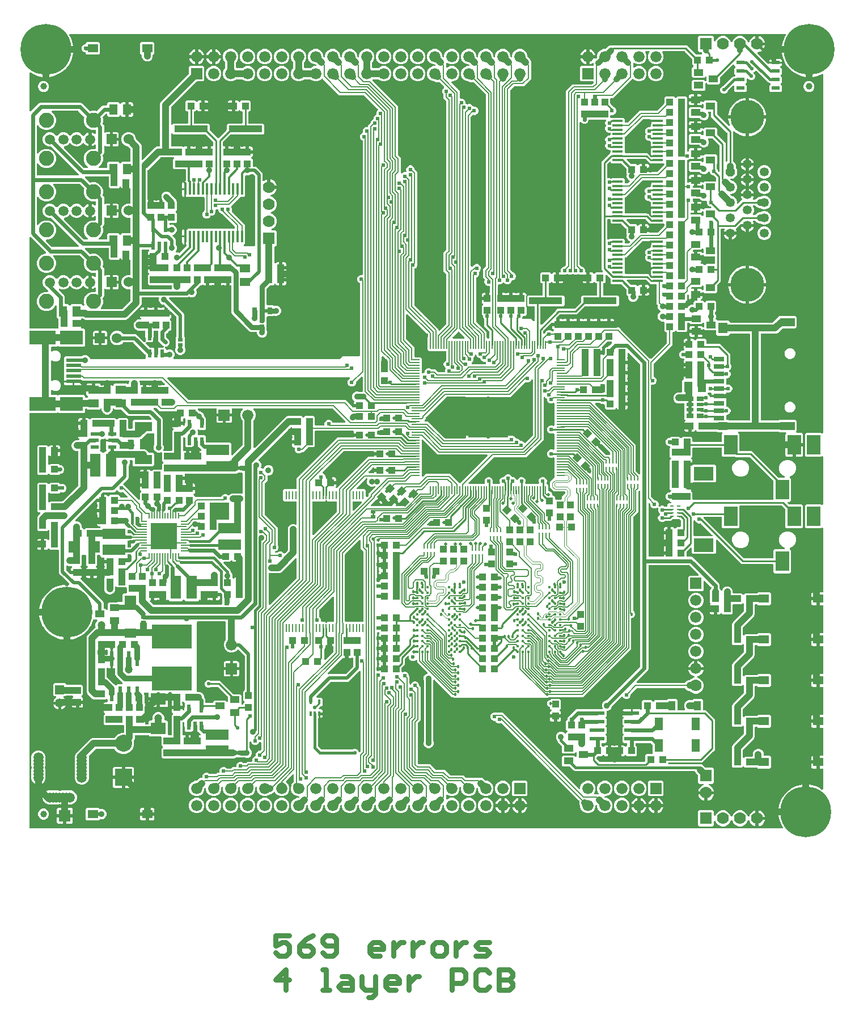
<source format=gtl>
G04 EAGLE Gerber RS-274X export*
G75*
%MOMM*%
%FSLAX34Y34*%
%LPD*%
%INTop Copper*%
%IPPOS*%
%AMOC8*
5,1,8,0,0,1.08239X$1,22.5*%
G01*
%ADD10C,0.762000*%
%ADD11C,1.500000*%
%ADD12R,1.778000X1.778000*%
%ADD13R,1.016000X1.016000*%
%ADD14R,1.016000X1.016000*%
%ADD15R,5.000000X1.000000*%
%ADD16R,1.270000X1.524000*%
%ADD17R,1.676400X1.676400*%
%ADD18C,1.676400*%
%ADD19C,1.000000*%
%ADD20R,1.350000X1.350000*%
%ADD21C,1.350000*%
%ADD22R,1.016000X0.762000*%
%ADD23R,1.016000X0.508000*%
%ADD24R,0.600000X2.200000*%
%ADD25R,0.550000X1.200000*%
%ADD26R,6.000000X3.600000*%
%ADD27R,0.762000X0.508000*%
%ADD28R,3.500000X1.600000*%
%ADD29C,0.508000*%
%ADD30R,0.508000X0.762000*%
%ADD31C,2.540000*%
%ADD32R,2.540000X2.540000*%
%ADD33R,1.000000X1.400000*%
%ADD34R,0.604800X0.604800*%
%ADD35R,2.700000X2.700000*%
%ADD36R,0.200000X1.300000*%
%ADD37R,1.300000X0.200000*%
%ADD38R,6.000000X6.000000*%
%ADD39R,0.250000X0.625000*%
%ADD40R,1.524000X1.270000*%
%ADD41R,1.524000X1.524000*%
%ADD42C,1.524000*%
%ADD43R,2.250000X0.500000*%
%ADD44R,4.000000X2.100000*%
%ADD45R,3.500000X2.100000*%
%ADD46R,0.350000X1.750000*%
%ADD47C,2.250000*%
%ADD48C,1.778000*%
%ADD49R,2.200000X0.600000*%
%ADD50R,1.800000X1.800000*%
%ADD51R,0.200000X0.900000*%
%ADD52R,0.900000X0.200000*%
%ADD53R,4.000000X4.000000*%
%ADD54R,1.200000X0.550000*%
%ADD55R,1.600000X3.500000*%
%ADD56R,1.651000X1.778000*%
%ADD57R,1.400000X1.000000*%
%ADD58R,1.800000X1.450000*%
%ADD59R,0.250000X1.200000*%
%ADD60R,2.286000X1.778000*%
%ADD61C,0.400000*%
%ADD62C,0.600000*%
%ADD63P,1.461226X8X112.500000*%
%ADD64C,5.080000*%
%ADD65R,1.500000X0.300000*%
%ADD66R,2.000000X3.000000*%
%ADD67R,3.000000X2.000000*%
%ADD68R,0.625000X0.250000*%
%ADD69R,2.600000X1.450000*%
%ADD70C,7.600000*%
%ADD71C,1.200000*%
%ADD72R,0.762000X1.016000*%
%ADD73C,0.254000*%
%ADD74R,1.600000X0.700000*%
%ADD75R,1.400000X1.200000*%
%ADD76R,1.400000X1.600000*%
%ADD77R,2.200000X1.200000*%
%ADD78R,1.300000X1.900000*%
%ADD79R,0.400000X0.700000*%
%ADD80R,1.254900X0.508000*%
%ADD81C,0.609600*%
%ADD82C,0.152400*%
%ADD83C,0.127000*%
%ADD84C,1.016000*%
%ADD85C,0.203200*%
%ADD86C,0.228600*%
%ADD87C,0.812800*%
%ADD88C,0.406400*%
%ADD89C,0.355600*%
%ADD90C,1.270000*%
%ADD91C,0.304800*%
%ADD92C,0.603200*%
%ADD93C,0.457200*%
%ADD94C,0.503200*%
%ADD95C,0.900000*%
%ADD96C,0.381000*%
%ADD97C,0.553200*%
%ADD98C,0.114200*%

G36*
X1128319Y4322D02*
X1128319Y4322D01*
X1128348Y4320D01*
X1128477Y4342D01*
X1128606Y4359D01*
X1128633Y4369D01*
X1128661Y4374D01*
X1128781Y4428D01*
X1128902Y4476D01*
X1128925Y4492D01*
X1128951Y4504D01*
X1129054Y4586D01*
X1129159Y4662D01*
X1129177Y4685D01*
X1129200Y4702D01*
X1129278Y4807D01*
X1129362Y4907D01*
X1129374Y4934D01*
X1129391Y4956D01*
X1129442Y5077D01*
X1129497Y5195D01*
X1129503Y5223D01*
X1129514Y5250D01*
X1129533Y5379D01*
X1129557Y5507D01*
X1129555Y5536D01*
X1129560Y5565D01*
X1129546Y5695D01*
X1129537Y5825D01*
X1129529Y5852D01*
X1129526Y5881D01*
X1129480Y6003D01*
X1129439Y6127D01*
X1129424Y6152D01*
X1129414Y6179D01*
X1129330Y6316D01*
X1129087Y6663D01*
X1127295Y9768D01*
X1125780Y13016D01*
X1124554Y16385D01*
X1123626Y19847D01*
X1123004Y23377D01*
X1122757Y26201D01*
X1123422Y26201D01*
X1123540Y26216D01*
X1123659Y26223D01*
X1123697Y26236D01*
X1123738Y26241D01*
X1123848Y26284D01*
X1123961Y26321D01*
X1123996Y26343D01*
X1124033Y26358D01*
X1124129Y26428D01*
X1124230Y26491D01*
X1124258Y26521D01*
X1124291Y26544D01*
X1124367Y26636D01*
X1124448Y26723D01*
X1124468Y26758D01*
X1124493Y26789D01*
X1124544Y26897D01*
X1124602Y27001D01*
X1124612Y27041D01*
X1124629Y27077D01*
X1124651Y27194D01*
X1124681Y27309D01*
X1124685Y27370D01*
X1124689Y27390D01*
X1124687Y27410D01*
X1124691Y27470D01*
X1124691Y30010D01*
X1124676Y30128D01*
X1124669Y30247D01*
X1124656Y30285D01*
X1124651Y30325D01*
X1124608Y30436D01*
X1124571Y30549D01*
X1124549Y30584D01*
X1124534Y30621D01*
X1124465Y30717D01*
X1124401Y30818D01*
X1124371Y30846D01*
X1124348Y30879D01*
X1124256Y30954D01*
X1124169Y31036D01*
X1124134Y31056D01*
X1124103Y31081D01*
X1123995Y31132D01*
X1123891Y31190D01*
X1123851Y31200D01*
X1123815Y31217D01*
X1123698Y31239D01*
X1123583Y31269D01*
X1123523Y31273D01*
X1123503Y31277D01*
X1123482Y31275D01*
X1123422Y31279D01*
X1122757Y31279D01*
X1123004Y34103D01*
X1123626Y37633D01*
X1124554Y41095D01*
X1125780Y44464D01*
X1127295Y47712D01*
X1129087Y50817D01*
X1131143Y53753D01*
X1133447Y56498D01*
X1135982Y59033D01*
X1138727Y61337D01*
X1141663Y63393D01*
X1144768Y65185D01*
X1148016Y66700D01*
X1151385Y67926D01*
X1154847Y68854D01*
X1158377Y69476D01*
X1161201Y69723D01*
X1161201Y69058D01*
X1161216Y68940D01*
X1161223Y68821D01*
X1161236Y68783D01*
X1161241Y68742D01*
X1161284Y68632D01*
X1161321Y68519D01*
X1161343Y68484D01*
X1161358Y68447D01*
X1161428Y68351D01*
X1161491Y68250D01*
X1161521Y68222D01*
X1161544Y68189D01*
X1161636Y68113D01*
X1161723Y68032D01*
X1161758Y68012D01*
X1161789Y67987D01*
X1161897Y67936D01*
X1162001Y67878D01*
X1162041Y67868D01*
X1162077Y67851D01*
X1162194Y67829D01*
X1162309Y67799D01*
X1162370Y67795D01*
X1162390Y67791D01*
X1162410Y67793D01*
X1162470Y67789D01*
X1165010Y67789D01*
X1165128Y67804D01*
X1165247Y67811D01*
X1165285Y67824D01*
X1165325Y67829D01*
X1165436Y67872D01*
X1165549Y67909D01*
X1165584Y67931D01*
X1165621Y67946D01*
X1165717Y68015D01*
X1165818Y68079D01*
X1165846Y68109D01*
X1165879Y68132D01*
X1165954Y68224D01*
X1166036Y68311D01*
X1166056Y68346D01*
X1166081Y68377D01*
X1166132Y68485D01*
X1166190Y68589D01*
X1166200Y68629D01*
X1166217Y68665D01*
X1166239Y68782D01*
X1166269Y68897D01*
X1166273Y68957D01*
X1166277Y68977D01*
X1166275Y68998D01*
X1166279Y69058D01*
X1166279Y69723D01*
X1169103Y69476D01*
X1172633Y68854D01*
X1176095Y67926D01*
X1179464Y66700D01*
X1182712Y65185D01*
X1185816Y63393D01*
X1187484Y62226D01*
X1187509Y62212D01*
X1187531Y62194D01*
X1187650Y62138D01*
X1187765Y62077D01*
X1187793Y62071D01*
X1187819Y62058D01*
X1187948Y62034D01*
X1188075Y62003D01*
X1188103Y62004D01*
X1188132Y61999D01*
X1188262Y62007D01*
X1188393Y62009D01*
X1188420Y62017D01*
X1188449Y62018D01*
X1188573Y62058D01*
X1188699Y62093D01*
X1188724Y62107D01*
X1188751Y62116D01*
X1188862Y62186D01*
X1188975Y62251D01*
X1188996Y62271D01*
X1189020Y62286D01*
X1189110Y62382D01*
X1189203Y62473D01*
X1189218Y62497D01*
X1189238Y62518D01*
X1189301Y62633D01*
X1189369Y62744D01*
X1189378Y62771D01*
X1189392Y62797D01*
X1189424Y62923D01*
X1189463Y63048D01*
X1189464Y63077D01*
X1189471Y63105D01*
X1189481Y63265D01*
X1189481Y92202D01*
X1189466Y92320D01*
X1189459Y92439D01*
X1189446Y92477D01*
X1189441Y92518D01*
X1189398Y92628D01*
X1189361Y92741D01*
X1189339Y92776D01*
X1189324Y92813D01*
X1189255Y92909D01*
X1189191Y93010D01*
X1189161Y93038D01*
X1189138Y93071D01*
X1189046Y93147D01*
X1188959Y93228D01*
X1188924Y93248D01*
X1188893Y93273D01*
X1188785Y93324D01*
X1188681Y93382D01*
X1188641Y93392D01*
X1188605Y93409D01*
X1188488Y93431D01*
X1188373Y93461D01*
X1188313Y93465D01*
X1188293Y93469D01*
X1188272Y93467D01*
X1188212Y93471D01*
X1184909Y93471D01*
X1184909Y101600D01*
X1184894Y101718D01*
X1184887Y101837D01*
X1184874Y101875D01*
X1184869Y101915D01*
X1184825Y102026D01*
X1184789Y102139D01*
X1184767Y102174D01*
X1184752Y102211D01*
X1184682Y102307D01*
X1184619Y102408D01*
X1184589Y102436D01*
X1184565Y102468D01*
X1184474Y102544D01*
X1184387Y102626D01*
X1184352Y102645D01*
X1184320Y102671D01*
X1184213Y102722D01*
X1184109Y102779D01*
X1184069Y102790D01*
X1184033Y102807D01*
X1183916Y102829D01*
X1183801Y102859D01*
X1183740Y102863D01*
X1183720Y102867D01*
X1183700Y102865D01*
X1183640Y102869D01*
X1182369Y102869D01*
X1182369Y102871D01*
X1183640Y102871D01*
X1183758Y102886D01*
X1183877Y102893D01*
X1183915Y102906D01*
X1183955Y102911D01*
X1184066Y102955D01*
X1184179Y102991D01*
X1184214Y103013D01*
X1184251Y103028D01*
X1184347Y103098D01*
X1184448Y103161D01*
X1184476Y103191D01*
X1184508Y103215D01*
X1184584Y103306D01*
X1184666Y103393D01*
X1184685Y103428D01*
X1184711Y103460D01*
X1184762Y103567D01*
X1184819Y103671D01*
X1184830Y103711D01*
X1184847Y103747D01*
X1184869Y103864D01*
X1184899Y103979D01*
X1184903Y104040D01*
X1184907Y104060D01*
X1184905Y104080D01*
X1184909Y104140D01*
X1184909Y112269D01*
X1188212Y112269D01*
X1188330Y112284D01*
X1188449Y112291D01*
X1188487Y112304D01*
X1188528Y112309D01*
X1188638Y112352D01*
X1188751Y112389D01*
X1188786Y112411D01*
X1188823Y112426D01*
X1188919Y112495D01*
X1189020Y112559D01*
X1189048Y112589D01*
X1189081Y112612D01*
X1189157Y112704D01*
X1189238Y112791D01*
X1189258Y112826D01*
X1189283Y112857D01*
X1189334Y112965D01*
X1189392Y113069D01*
X1189402Y113109D01*
X1189419Y113145D01*
X1189441Y113262D01*
X1189471Y113377D01*
X1189475Y113437D01*
X1189479Y113457D01*
X1189477Y113478D01*
X1189481Y113538D01*
X1189481Y153162D01*
X1189466Y153280D01*
X1189459Y153399D01*
X1189446Y153437D01*
X1189441Y153478D01*
X1189398Y153588D01*
X1189361Y153701D01*
X1189339Y153736D01*
X1189324Y153773D01*
X1189255Y153869D01*
X1189191Y153970D01*
X1189161Y153998D01*
X1189138Y154031D01*
X1189046Y154107D01*
X1188959Y154188D01*
X1188924Y154208D01*
X1188893Y154233D01*
X1188785Y154284D01*
X1188681Y154342D01*
X1188641Y154352D01*
X1188605Y154369D01*
X1188488Y154391D01*
X1188373Y154421D01*
X1188313Y154425D01*
X1188293Y154429D01*
X1188272Y154427D01*
X1188212Y154431D01*
X1184909Y154431D01*
X1184909Y162560D01*
X1184894Y162678D01*
X1184887Y162797D01*
X1184874Y162835D01*
X1184869Y162875D01*
X1184825Y162986D01*
X1184789Y163099D01*
X1184767Y163133D01*
X1184752Y163171D01*
X1184682Y163267D01*
X1184619Y163368D01*
X1184589Y163396D01*
X1184565Y163428D01*
X1184474Y163504D01*
X1184387Y163586D01*
X1184352Y163605D01*
X1184320Y163631D01*
X1184213Y163682D01*
X1184109Y163739D01*
X1184069Y163750D01*
X1184033Y163767D01*
X1183916Y163789D01*
X1183801Y163819D01*
X1183740Y163823D01*
X1183720Y163827D01*
X1183700Y163825D01*
X1183640Y163829D01*
X1182369Y163829D01*
X1182369Y163831D01*
X1183640Y163831D01*
X1183758Y163846D01*
X1183877Y163853D01*
X1183915Y163866D01*
X1183955Y163871D01*
X1184066Y163915D01*
X1184179Y163951D01*
X1184214Y163973D01*
X1184251Y163988D01*
X1184347Y164058D01*
X1184448Y164121D01*
X1184476Y164151D01*
X1184508Y164175D01*
X1184584Y164266D01*
X1184666Y164353D01*
X1184685Y164388D01*
X1184711Y164420D01*
X1184762Y164527D01*
X1184819Y164631D01*
X1184830Y164671D01*
X1184847Y164707D01*
X1184869Y164824D01*
X1184899Y164939D01*
X1184903Y165000D01*
X1184907Y165020D01*
X1184905Y165040D01*
X1184909Y165100D01*
X1184909Y173229D01*
X1188212Y173229D01*
X1188330Y173244D01*
X1188449Y173251D01*
X1188487Y173264D01*
X1188528Y173269D01*
X1188638Y173312D01*
X1188751Y173349D01*
X1188786Y173371D01*
X1188823Y173386D01*
X1188919Y173455D01*
X1189020Y173519D01*
X1189048Y173549D01*
X1189081Y173572D01*
X1189157Y173664D01*
X1189238Y173751D01*
X1189258Y173786D01*
X1189283Y173817D01*
X1189334Y173925D01*
X1189392Y174029D01*
X1189402Y174069D01*
X1189419Y174105D01*
X1189441Y174222D01*
X1189471Y174337D01*
X1189475Y174397D01*
X1189479Y174417D01*
X1189477Y174438D01*
X1189481Y174498D01*
X1189481Y214122D01*
X1189466Y214240D01*
X1189459Y214359D01*
X1189446Y214397D01*
X1189441Y214438D01*
X1189398Y214548D01*
X1189361Y214661D01*
X1189339Y214696D01*
X1189324Y214733D01*
X1189255Y214829D01*
X1189191Y214930D01*
X1189161Y214958D01*
X1189138Y214991D01*
X1189046Y215067D01*
X1188959Y215148D01*
X1188924Y215168D01*
X1188893Y215193D01*
X1188785Y215244D01*
X1188681Y215302D01*
X1188641Y215312D01*
X1188605Y215329D01*
X1188488Y215351D01*
X1188373Y215381D01*
X1188313Y215385D01*
X1188293Y215389D01*
X1188272Y215387D01*
X1188212Y215391D01*
X1184909Y215391D01*
X1184909Y223520D01*
X1184894Y223638D01*
X1184887Y223757D01*
X1184874Y223795D01*
X1184869Y223835D01*
X1184825Y223946D01*
X1184789Y224059D01*
X1184767Y224094D01*
X1184752Y224131D01*
X1184682Y224227D01*
X1184619Y224328D01*
X1184589Y224356D01*
X1184565Y224388D01*
X1184474Y224464D01*
X1184387Y224546D01*
X1184352Y224565D01*
X1184320Y224591D01*
X1184213Y224642D01*
X1184109Y224699D01*
X1184069Y224710D01*
X1184033Y224727D01*
X1183916Y224749D01*
X1183801Y224779D01*
X1183740Y224783D01*
X1183720Y224787D01*
X1183700Y224785D01*
X1183640Y224789D01*
X1182369Y224789D01*
X1182369Y224791D01*
X1183640Y224791D01*
X1183758Y224806D01*
X1183877Y224813D01*
X1183915Y224826D01*
X1183955Y224831D01*
X1184066Y224875D01*
X1184179Y224911D01*
X1184214Y224933D01*
X1184251Y224948D01*
X1184347Y225018D01*
X1184448Y225081D01*
X1184476Y225111D01*
X1184508Y225135D01*
X1184584Y225226D01*
X1184666Y225313D01*
X1184685Y225348D01*
X1184711Y225380D01*
X1184762Y225487D01*
X1184819Y225591D01*
X1184830Y225631D01*
X1184847Y225667D01*
X1184869Y225784D01*
X1184899Y225899D01*
X1184903Y225960D01*
X1184907Y225980D01*
X1184905Y226000D01*
X1184909Y226060D01*
X1184909Y234189D01*
X1188212Y234189D01*
X1188330Y234204D01*
X1188449Y234211D01*
X1188487Y234224D01*
X1188528Y234229D01*
X1188638Y234272D01*
X1188751Y234309D01*
X1188786Y234331D01*
X1188823Y234346D01*
X1188919Y234415D01*
X1189020Y234479D01*
X1189048Y234509D01*
X1189081Y234532D01*
X1189157Y234624D01*
X1189238Y234711D01*
X1189258Y234746D01*
X1189283Y234777D01*
X1189334Y234885D01*
X1189392Y234989D01*
X1189402Y235029D01*
X1189419Y235065D01*
X1189441Y235182D01*
X1189471Y235297D01*
X1189475Y235357D01*
X1189479Y235377D01*
X1189477Y235398D01*
X1189481Y235458D01*
X1189481Y275082D01*
X1189466Y275200D01*
X1189459Y275319D01*
X1189446Y275357D01*
X1189441Y275398D01*
X1189398Y275508D01*
X1189361Y275621D01*
X1189339Y275656D01*
X1189324Y275693D01*
X1189255Y275789D01*
X1189191Y275890D01*
X1189161Y275918D01*
X1189138Y275951D01*
X1189046Y276027D01*
X1188959Y276108D01*
X1188924Y276128D01*
X1188893Y276153D01*
X1188785Y276204D01*
X1188681Y276262D01*
X1188641Y276272D01*
X1188605Y276289D01*
X1188488Y276311D01*
X1188373Y276341D01*
X1188313Y276345D01*
X1188293Y276349D01*
X1188272Y276347D01*
X1188212Y276351D01*
X1184909Y276351D01*
X1184909Y284480D01*
X1184894Y284598D01*
X1184887Y284717D01*
X1184874Y284755D01*
X1184869Y284795D01*
X1184825Y284906D01*
X1184789Y285019D01*
X1184767Y285054D01*
X1184752Y285091D01*
X1184682Y285187D01*
X1184619Y285288D01*
X1184589Y285316D01*
X1184565Y285348D01*
X1184474Y285424D01*
X1184387Y285506D01*
X1184352Y285525D01*
X1184320Y285551D01*
X1184213Y285602D01*
X1184109Y285659D01*
X1184069Y285670D01*
X1184033Y285687D01*
X1183916Y285709D01*
X1183801Y285739D01*
X1183740Y285743D01*
X1183720Y285747D01*
X1183700Y285745D01*
X1183640Y285749D01*
X1182369Y285749D01*
X1182369Y285751D01*
X1183640Y285751D01*
X1183758Y285766D01*
X1183877Y285773D01*
X1183915Y285786D01*
X1183955Y285791D01*
X1184066Y285835D01*
X1184179Y285871D01*
X1184214Y285893D01*
X1184251Y285908D01*
X1184347Y285978D01*
X1184448Y286041D01*
X1184476Y286071D01*
X1184508Y286095D01*
X1184584Y286186D01*
X1184666Y286273D01*
X1184685Y286308D01*
X1184711Y286340D01*
X1184762Y286447D01*
X1184819Y286551D01*
X1184830Y286591D01*
X1184847Y286627D01*
X1184869Y286744D01*
X1184899Y286859D01*
X1184903Y286920D01*
X1184907Y286940D01*
X1184905Y286960D01*
X1184909Y287020D01*
X1184909Y295149D01*
X1188212Y295149D01*
X1188330Y295164D01*
X1188449Y295171D01*
X1188487Y295184D01*
X1188528Y295189D01*
X1188638Y295232D01*
X1188751Y295269D01*
X1188786Y295291D01*
X1188823Y295306D01*
X1188919Y295375D01*
X1189020Y295439D01*
X1189048Y295469D01*
X1189081Y295492D01*
X1189157Y295584D01*
X1189238Y295671D01*
X1189258Y295706D01*
X1189283Y295737D01*
X1189334Y295845D01*
X1189392Y295949D01*
X1189402Y295989D01*
X1189419Y296025D01*
X1189441Y296142D01*
X1189471Y296257D01*
X1189475Y296317D01*
X1189479Y296337D01*
X1189477Y296358D01*
X1189481Y296418D01*
X1189481Y336042D01*
X1189466Y336160D01*
X1189459Y336279D01*
X1189446Y336317D01*
X1189441Y336358D01*
X1189398Y336468D01*
X1189361Y336581D01*
X1189339Y336616D01*
X1189324Y336653D01*
X1189255Y336749D01*
X1189191Y336850D01*
X1189161Y336878D01*
X1189138Y336911D01*
X1189046Y336987D01*
X1188959Y337068D01*
X1188924Y337088D01*
X1188893Y337113D01*
X1188785Y337164D01*
X1188681Y337222D01*
X1188641Y337232D01*
X1188605Y337249D01*
X1188488Y337271D01*
X1188373Y337301D01*
X1188313Y337305D01*
X1188293Y337309D01*
X1188272Y337307D01*
X1188212Y337311D01*
X1184909Y337311D01*
X1184909Y345440D01*
X1184894Y345558D01*
X1184887Y345677D01*
X1184874Y345715D01*
X1184869Y345755D01*
X1184825Y345866D01*
X1184789Y345979D01*
X1184767Y346014D01*
X1184752Y346051D01*
X1184682Y346147D01*
X1184619Y346248D01*
X1184589Y346276D01*
X1184565Y346308D01*
X1184474Y346384D01*
X1184387Y346466D01*
X1184352Y346485D01*
X1184320Y346511D01*
X1184213Y346562D01*
X1184109Y346619D01*
X1184069Y346630D01*
X1184033Y346647D01*
X1183916Y346669D01*
X1183801Y346699D01*
X1183740Y346703D01*
X1183720Y346707D01*
X1183700Y346705D01*
X1183640Y346709D01*
X1182369Y346709D01*
X1182369Y346711D01*
X1183640Y346711D01*
X1183758Y346726D01*
X1183877Y346733D01*
X1183915Y346746D01*
X1183955Y346751D01*
X1184066Y346795D01*
X1184179Y346831D01*
X1184214Y346853D01*
X1184251Y346868D01*
X1184347Y346938D01*
X1184448Y347001D01*
X1184476Y347031D01*
X1184508Y347055D01*
X1184584Y347146D01*
X1184666Y347233D01*
X1184685Y347268D01*
X1184711Y347300D01*
X1184762Y347407D01*
X1184819Y347511D01*
X1184830Y347551D01*
X1184847Y347587D01*
X1184869Y347704D01*
X1184899Y347819D01*
X1184903Y347880D01*
X1184907Y347900D01*
X1184905Y347920D01*
X1184909Y347980D01*
X1184909Y356109D01*
X1188212Y356109D01*
X1188330Y356124D01*
X1188449Y356131D01*
X1188487Y356144D01*
X1188528Y356149D01*
X1188638Y356192D01*
X1188751Y356229D01*
X1188786Y356251D01*
X1188823Y356266D01*
X1188919Y356335D01*
X1189020Y356399D01*
X1189048Y356429D01*
X1189081Y356452D01*
X1189157Y356544D01*
X1189238Y356631D01*
X1189258Y356666D01*
X1189283Y356697D01*
X1189334Y356805D01*
X1189392Y356909D01*
X1189402Y356949D01*
X1189419Y356985D01*
X1189441Y357102D01*
X1189471Y357217D01*
X1189475Y357277D01*
X1189479Y357297D01*
X1189477Y357318D01*
X1189481Y357378D01*
X1189481Y451585D01*
X1189464Y451723D01*
X1189451Y451862D01*
X1189444Y451881D01*
X1189441Y451901D01*
X1189390Y452030D01*
X1189343Y452161D01*
X1189332Y452178D01*
X1189324Y452197D01*
X1189243Y452309D01*
X1189165Y452424D01*
X1189149Y452438D01*
X1189138Y452454D01*
X1189030Y452543D01*
X1188926Y452635D01*
X1188908Y452644D01*
X1188893Y452657D01*
X1188767Y452716D01*
X1188643Y452779D01*
X1188623Y452784D01*
X1188605Y452792D01*
X1188468Y452818D01*
X1188333Y452849D01*
X1188312Y452848D01*
X1188293Y452852D01*
X1188154Y452844D01*
X1188015Y452839D01*
X1187995Y452834D01*
X1187975Y452832D01*
X1187843Y452790D01*
X1187709Y452751D01*
X1187692Y452741D01*
X1187673Y452734D01*
X1187555Y452660D01*
X1187435Y452589D01*
X1187414Y452571D01*
X1187404Y452564D01*
X1187390Y452549D01*
X1187315Y452483D01*
X1186603Y451771D01*
X1164077Y451771D01*
X1162291Y453557D01*
X1162291Y486083D01*
X1164077Y487869D01*
X1186603Y487869D01*
X1187315Y487157D01*
X1187424Y487072D01*
X1187531Y486983D01*
X1187550Y486974D01*
X1187566Y486962D01*
X1187693Y486907D01*
X1187819Y486848D01*
X1187839Y486844D01*
X1187858Y486836D01*
X1187996Y486814D01*
X1188132Y486788D01*
X1188152Y486789D01*
X1188172Y486786D01*
X1188311Y486799D01*
X1188449Y486808D01*
X1188468Y486814D01*
X1188488Y486816D01*
X1188620Y486863D01*
X1188751Y486906D01*
X1188769Y486916D01*
X1188788Y486923D01*
X1188903Y487001D01*
X1189020Y487076D01*
X1189034Y487091D01*
X1189051Y487102D01*
X1189143Y487206D01*
X1189238Y487307D01*
X1189248Y487325D01*
X1189261Y487340D01*
X1189324Y487464D01*
X1189392Y487586D01*
X1189397Y487605D01*
X1189406Y487624D01*
X1189436Y487759D01*
X1189471Y487894D01*
X1189473Y487922D01*
X1189476Y487934D01*
X1189475Y487954D01*
X1189481Y488055D01*
X1189481Y558265D01*
X1189464Y558403D01*
X1189451Y558542D01*
X1189444Y558561D01*
X1189441Y558581D01*
X1189390Y558710D01*
X1189343Y558841D01*
X1189332Y558858D01*
X1189324Y558877D01*
X1189243Y558988D01*
X1189165Y559104D01*
X1189149Y559118D01*
X1189138Y559134D01*
X1189030Y559223D01*
X1188926Y559315D01*
X1188908Y559324D01*
X1188893Y559337D01*
X1188767Y559396D01*
X1188643Y559459D01*
X1188623Y559464D01*
X1188605Y559472D01*
X1188468Y559498D01*
X1188333Y559529D01*
X1188312Y559528D01*
X1188293Y559532D01*
X1188154Y559524D01*
X1188015Y559519D01*
X1187995Y559514D01*
X1187975Y559512D01*
X1187843Y559470D01*
X1187709Y559431D01*
X1187692Y559421D01*
X1187673Y559414D01*
X1187555Y559340D01*
X1187435Y559269D01*
X1187414Y559251D01*
X1187404Y559244D01*
X1187390Y559229D01*
X1187315Y559163D01*
X1186603Y558451D01*
X1164077Y558451D01*
X1162291Y560237D01*
X1162291Y592763D01*
X1164077Y594549D01*
X1186603Y594549D01*
X1187315Y593837D01*
X1187424Y593752D01*
X1187531Y593663D01*
X1187550Y593654D01*
X1187566Y593642D01*
X1187693Y593587D01*
X1187819Y593528D01*
X1187839Y593524D01*
X1187858Y593516D01*
X1187996Y593494D01*
X1188132Y593468D01*
X1188152Y593469D01*
X1188172Y593466D01*
X1188311Y593479D01*
X1188449Y593488D01*
X1188468Y593494D01*
X1188488Y593496D01*
X1188620Y593543D01*
X1188751Y593586D01*
X1188769Y593596D01*
X1188788Y593603D01*
X1188903Y593681D01*
X1189020Y593756D01*
X1189034Y593771D01*
X1189051Y593782D01*
X1189143Y593886D01*
X1189238Y593987D01*
X1189248Y594005D01*
X1189261Y594020D01*
X1189324Y594144D01*
X1189392Y594266D01*
X1189397Y594285D01*
X1189406Y594304D01*
X1189436Y594439D01*
X1189471Y594574D01*
X1189473Y594602D01*
X1189476Y594614D01*
X1189475Y594634D01*
X1189481Y594735D01*
X1189481Y1128681D01*
X1189472Y1128757D01*
X1189472Y1128835D01*
X1189452Y1128914D01*
X1189441Y1128996D01*
X1189413Y1129068D01*
X1189394Y1129143D01*
X1189355Y1129215D01*
X1189324Y1129292D01*
X1189279Y1129354D01*
X1189242Y1129422D01*
X1189186Y1129483D01*
X1189138Y1129549D01*
X1189078Y1129598D01*
X1189025Y1129655D01*
X1188956Y1129699D01*
X1188893Y1129752D01*
X1188823Y1129785D01*
X1188758Y1129827D01*
X1188679Y1129852D01*
X1188605Y1129888D01*
X1188529Y1129902D01*
X1188456Y1129926D01*
X1188373Y1129932D01*
X1188293Y1129947D01*
X1188215Y1129942D01*
X1188138Y1129948D01*
X1188057Y1129933D01*
X1187975Y1129928D01*
X1187902Y1129904D01*
X1187826Y1129890D01*
X1187676Y1129831D01*
X1184564Y1128380D01*
X1181195Y1127154D01*
X1177733Y1126226D01*
X1174203Y1125604D01*
X1171379Y1125357D01*
X1171379Y1126022D01*
X1171364Y1126140D01*
X1171357Y1126259D01*
X1171344Y1126297D01*
X1171339Y1126338D01*
X1171296Y1126448D01*
X1171259Y1126561D01*
X1171237Y1126596D01*
X1171222Y1126633D01*
X1171152Y1126729D01*
X1171089Y1126830D01*
X1171059Y1126858D01*
X1171035Y1126891D01*
X1170944Y1126967D01*
X1170857Y1127048D01*
X1170822Y1127068D01*
X1170791Y1127093D01*
X1170683Y1127144D01*
X1170579Y1127202D01*
X1170539Y1127212D01*
X1170503Y1127229D01*
X1170386Y1127251D01*
X1170271Y1127281D01*
X1170210Y1127285D01*
X1170190Y1127289D01*
X1170170Y1127287D01*
X1170110Y1127291D01*
X1167570Y1127291D01*
X1167452Y1127276D01*
X1167333Y1127269D01*
X1167295Y1127256D01*
X1167254Y1127251D01*
X1167144Y1127208D01*
X1167031Y1127171D01*
X1166996Y1127149D01*
X1166959Y1127134D01*
X1166863Y1127065D01*
X1166762Y1127001D01*
X1166734Y1126971D01*
X1166701Y1126948D01*
X1166626Y1126856D01*
X1166544Y1126769D01*
X1166524Y1126734D01*
X1166499Y1126703D01*
X1166448Y1126595D01*
X1166390Y1126491D01*
X1166380Y1126451D01*
X1166363Y1126415D01*
X1166341Y1126298D01*
X1166311Y1126183D01*
X1166307Y1126123D01*
X1166303Y1126103D01*
X1166305Y1126082D01*
X1166301Y1126022D01*
X1166301Y1125357D01*
X1163477Y1125604D01*
X1159947Y1126226D01*
X1156485Y1127154D01*
X1153116Y1128380D01*
X1149868Y1129895D01*
X1146763Y1131687D01*
X1143827Y1133743D01*
X1141082Y1136047D01*
X1138547Y1138582D01*
X1136243Y1141327D01*
X1134187Y1144263D01*
X1132395Y1147368D01*
X1130880Y1150616D01*
X1129654Y1153985D01*
X1128726Y1157447D01*
X1128104Y1160977D01*
X1127857Y1163801D01*
X1128522Y1163801D01*
X1128640Y1163816D01*
X1128759Y1163823D01*
X1128797Y1163836D01*
X1128838Y1163841D01*
X1128948Y1163884D01*
X1129061Y1163921D01*
X1129096Y1163943D01*
X1129133Y1163958D01*
X1129229Y1164028D01*
X1129330Y1164091D01*
X1129358Y1164121D01*
X1129391Y1164144D01*
X1129467Y1164236D01*
X1129548Y1164323D01*
X1129568Y1164358D01*
X1129593Y1164389D01*
X1129644Y1164497D01*
X1129702Y1164601D01*
X1129712Y1164641D01*
X1129729Y1164677D01*
X1129751Y1164794D01*
X1129781Y1164909D01*
X1129785Y1164970D01*
X1129789Y1164990D01*
X1129787Y1165010D01*
X1129791Y1165070D01*
X1129791Y1167610D01*
X1129776Y1167728D01*
X1129769Y1167847D01*
X1129756Y1167885D01*
X1129751Y1167925D01*
X1129708Y1168036D01*
X1129671Y1168149D01*
X1129649Y1168184D01*
X1129634Y1168221D01*
X1129565Y1168317D01*
X1129501Y1168418D01*
X1129471Y1168446D01*
X1129448Y1168479D01*
X1129356Y1168554D01*
X1129269Y1168636D01*
X1129234Y1168656D01*
X1129203Y1168681D01*
X1129095Y1168732D01*
X1128991Y1168790D01*
X1128951Y1168800D01*
X1128915Y1168817D01*
X1128798Y1168839D01*
X1128683Y1168869D01*
X1128623Y1168873D01*
X1128603Y1168877D01*
X1128582Y1168875D01*
X1128522Y1168879D01*
X1127857Y1168879D01*
X1128104Y1171703D01*
X1128726Y1175233D01*
X1129654Y1178695D01*
X1130880Y1182064D01*
X1132395Y1185312D01*
X1133702Y1187577D01*
X1133754Y1187700D01*
X1133810Y1187819D01*
X1133815Y1187846D01*
X1133826Y1187871D01*
X1133845Y1188002D01*
X1133870Y1188132D01*
X1133868Y1188158D01*
X1133872Y1188185D01*
X1133858Y1188317D01*
X1133850Y1188449D01*
X1133842Y1188475D01*
X1133839Y1188501D01*
X1133793Y1188626D01*
X1133752Y1188751D01*
X1133738Y1188774D01*
X1133728Y1188800D01*
X1133653Y1188908D01*
X1133582Y1189020D01*
X1133562Y1189039D01*
X1133547Y1189061D01*
X1133447Y1189147D01*
X1133350Y1189238D01*
X1133327Y1189251D01*
X1133306Y1189269D01*
X1133188Y1189328D01*
X1133072Y1189392D01*
X1133046Y1189398D01*
X1133022Y1189410D01*
X1132892Y1189438D01*
X1132764Y1189471D01*
X1132726Y1189473D01*
X1132711Y1189477D01*
X1132689Y1189476D01*
X1132603Y1189481D01*
X64977Y1189481D01*
X64846Y1189465D01*
X64714Y1189454D01*
X64688Y1189445D01*
X64661Y1189441D01*
X64538Y1189393D01*
X64413Y1189349D01*
X64391Y1189334D01*
X64366Y1189324D01*
X64259Y1189247D01*
X64148Y1189173D01*
X64130Y1189153D01*
X64108Y1189138D01*
X64024Y1189035D01*
X63935Y1188937D01*
X63923Y1188913D01*
X63905Y1188893D01*
X63849Y1188773D01*
X63788Y1188656D01*
X63781Y1188629D01*
X63770Y1188605D01*
X63745Y1188475D01*
X63715Y1188346D01*
X63715Y1188319D01*
X63710Y1188293D01*
X63718Y1188161D01*
X63721Y1188028D01*
X63728Y1188002D01*
X63730Y1187975D01*
X63771Y1187849D01*
X63806Y1187722D01*
X63823Y1187687D01*
X63828Y1187673D01*
X63840Y1187654D01*
X63878Y1187577D01*
X65185Y1185312D01*
X66700Y1182064D01*
X67926Y1178695D01*
X68854Y1175233D01*
X69476Y1171703D01*
X69723Y1168879D01*
X69058Y1168879D01*
X68940Y1168864D01*
X68821Y1168857D01*
X68783Y1168844D01*
X68742Y1168839D01*
X68632Y1168796D01*
X68519Y1168759D01*
X68484Y1168737D01*
X68447Y1168722D01*
X68351Y1168652D01*
X68250Y1168589D01*
X68222Y1168559D01*
X68189Y1168535D01*
X68113Y1168444D01*
X68032Y1168357D01*
X68012Y1168322D01*
X67987Y1168291D01*
X67936Y1168183D01*
X67878Y1168079D01*
X67868Y1168039D01*
X67851Y1168003D01*
X67829Y1167886D01*
X67799Y1167771D01*
X67795Y1167710D01*
X67791Y1167690D01*
X67793Y1167670D01*
X67789Y1167610D01*
X67789Y1165070D01*
X67804Y1164952D01*
X67811Y1164833D01*
X67824Y1164795D01*
X67829Y1164754D01*
X67872Y1164644D01*
X67909Y1164531D01*
X67931Y1164496D01*
X67946Y1164459D01*
X68015Y1164363D01*
X68079Y1164262D01*
X68109Y1164234D01*
X68132Y1164201D01*
X68224Y1164126D01*
X68311Y1164044D01*
X68346Y1164024D01*
X68377Y1163999D01*
X68485Y1163948D01*
X68589Y1163890D01*
X68629Y1163880D01*
X68665Y1163863D01*
X68782Y1163841D01*
X68897Y1163811D01*
X68957Y1163807D01*
X68977Y1163803D01*
X68998Y1163805D01*
X69058Y1163801D01*
X69723Y1163801D01*
X69476Y1160977D01*
X68854Y1157447D01*
X67926Y1153985D01*
X66700Y1150616D01*
X65185Y1147368D01*
X63393Y1144263D01*
X61337Y1141327D01*
X59033Y1138582D01*
X56498Y1136047D01*
X53753Y1133743D01*
X50817Y1131687D01*
X47712Y1129895D01*
X44464Y1128380D01*
X41095Y1127154D01*
X37633Y1126226D01*
X34103Y1125604D01*
X31279Y1125357D01*
X31279Y1126022D01*
X31264Y1126140D01*
X31257Y1126259D01*
X31244Y1126297D01*
X31239Y1126338D01*
X31196Y1126448D01*
X31159Y1126561D01*
X31137Y1126596D01*
X31122Y1126633D01*
X31052Y1126729D01*
X30989Y1126830D01*
X30959Y1126858D01*
X30935Y1126891D01*
X30844Y1126967D01*
X30757Y1127048D01*
X30722Y1127068D01*
X30691Y1127093D01*
X30583Y1127144D01*
X30479Y1127202D01*
X30439Y1127212D01*
X30403Y1127229D01*
X30286Y1127251D01*
X30171Y1127281D01*
X30110Y1127285D01*
X30090Y1127289D01*
X30070Y1127287D01*
X30010Y1127291D01*
X27470Y1127291D01*
X27352Y1127276D01*
X27233Y1127269D01*
X27195Y1127256D01*
X27154Y1127251D01*
X27044Y1127208D01*
X26931Y1127171D01*
X26896Y1127149D01*
X26859Y1127134D01*
X26763Y1127065D01*
X26662Y1127001D01*
X26634Y1126971D01*
X26601Y1126948D01*
X26526Y1126856D01*
X26444Y1126769D01*
X26424Y1126734D01*
X26399Y1126703D01*
X26348Y1126595D01*
X26290Y1126491D01*
X26280Y1126451D01*
X26263Y1126415D01*
X26241Y1126298D01*
X26211Y1126183D01*
X26207Y1126123D01*
X26203Y1126103D01*
X26205Y1126082D01*
X26201Y1126022D01*
X26201Y1125357D01*
X23377Y1125604D01*
X19847Y1126226D01*
X16385Y1127154D01*
X13016Y1128380D01*
X9768Y1129895D01*
X6663Y1131687D01*
X6316Y1131930D01*
X6291Y1131944D01*
X6269Y1131962D01*
X6150Y1132018D01*
X6035Y1132079D01*
X6007Y1132085D01*
X5981Y1132097D01*
X5853Y1132122D01*
X5725Y1132152D01*
X5697Y1132152D01*
X5668Y1132157D01*
X5538Y1132149D01*
X5407Y1132147D01*
X5380Y1132139D01*
X5351Y1132137D01*
X5227Y1132097D01*
X5101Y1132062D01*
X5076Y1132048D01*
X5049Y1132039D01*
X4938Y1131970D01*
X4825Y1131905D01*
X4804Y1131885D01*
X4780Y1131869D01*
X4690Y1131774D01*
X4597Y1131683D01*
X4582Y1131659D01*
X4562Y1131638D01*
X4499Y1131523D01*
X4431Y1131412D01*
X4422Y1131384D01*
X4408Y1131359D01*
X4376Y1131233D01*
X4337Y1131108D01*
X4336Y1131079D01*
X4329Y1131051D01*
X4319Y1130890D01*
X4319Y1075693D01*
X4336Y1075555D01*
X4349Y1075417D01*
X4356Y1075398D01*
X4359Y1075378D01*
X4410Y1075248D01*
X4457Y1075117D01*
X4468Y1075101D01*
X4476Y1075082D01*
X4557Y1074970D01*
X4635Y1074854D01*
X4651Y1074841D01*
X4662Y1074824D01*
X4770Y1074736D01*
X4874Y1074644D01*
X4892Y1074635D01*
X4907Y1074622D01*
X5033Y1074562D01*
X5157Y1074499D01*
X5177Y1074495D01*
X5195Y1074486D01*
X5331Y1074460D01*
X5467Y1074430D01*
X5488Y1074430D01*
X5507Y1074426D01*
X5646Y1074435D01*
X5785Y1074439D01*
X5805Y1074445D01*
X5825Y1074446D01*
X5957Y1074489D01*
X6091Y1074528D01*
X6108Y1074538D01*
X6127Y1074544D01*
X6245Y1074619D01*
X6365Y1074689D01*
X6386Y1074708D01*
X6396Y1074714D01*
X6410Y1074729D01*
X6485Y1074796D01*
X15989Y1084299D01*
X17882Y1086193D01*
X20123Y1087121D01*
X80779Y1087121D01*
X83020Y1086193D01*
X84913Y1084299D01*
X94343Y1074869D01*
X94367Y1074851D01*
X94386Y1074828D01*
X94492Y1074754D01*
X94595Y1074674D01*
X94622Y1074662D01*
X94646Y1074645D01*
X94767Y1074599D01*
X94886Y1074548D01*
X94916Y1074543D01*
X94943Y1074532D01*
X95072Y1074518D01*
X95200Y1074498D01*
X95230Y1074500D01*
X95259Y1074497D01*
X95388Y1074515D01*
X95517Y1074527D01*
X95545Y1074537D01*
X95574Y1074542D01*
X95726Y1074594D01*
X96946Y1075099D01*
X102634Y1075099D01*
X103854Y1074594D01*
X103882Y1074586D01*
X103908Y1074572D01*
X104035Y1074544D01*
X104160Y1074510D01*
X104190Y1074509D01*
X104219Y1074503D01*
X104348Y1074507D01*
X104478Y1074505D01*
X104507Y1074512D01*
X104536Y1074512D01*
X104661Y1074549D01*
X104787Y1074579D01*
X104814Y1074593D01*
X104842Y1074601D01*
X104954Y1074667D01*
X105069Y1074728D01*
X105091Y1074747D01*
X105116Y1074762D01*
X105237Y1074869D01*
X110603Y1080235D01*
X112496Y1082129D01*
X114737Y1083057D01*
X118872Y1083057D01*
X118990Y1083072D01*
X119109Y1083079D01*
X119147Y1083092D01*
X119188Y1083097D01*
X119298Y1083140D01*
X119411Y1083177D01*
X119446Y1083199D01*
X119483Y1083214D01*
X119579Y1083283D01*
X119680Y1083347D01*
X119708Y1083377D01*
X119741Y1083400D01*
X119817Y1083492D01*
X119898Y1083579D01*
X119918Y1083614D01*
X119943Y1083645D01*
X119994Y1083753D01*
X120052Y1083857D01*
X120062Y1083897D01*
X120079Y1083933D01*
X120101Y1084050D01*
X120131Y1084165D01*
X120135Y1084225D01*
X120139Y1084245D01*
X120137Y1084266D01*
X120141Y1084326D01*
X120141Y1085843D01*
X121927Y1087629D01*
X137153Y1087629D01*
X138898Y1085884D01*
X138997Y1085807D01*
X139092Y1085725D01*
X139122Y1085710D01*
X139149Y1085689D01*
X139264Y1085639D01*
X139377Y1085583D01*
X139410Y1085576D01*
X139441Y1085563D01*
X139565Y1085543D01*
X139688Y1085517D01*
X139721Y1085518D01*
X139755Y1085513D01*
X139880Y1085525D01*
X140006Y1085530D01*
X140038Y1085540D01*
X140071Y1085543D01*
X140190Y1085585D01*
X140310Y1085621D01*
X140339Y1085639D01*
X140371Y1085650D01*
X140475Y1085721D01*
X140582Y1085786D01*
X140606Y1085810D01*
X140634Y1085829D01*
X140717Y1085923D01*
X140805Y1086013D01*
X140832Y1086053D01*
X140844Y1086067D01*
X140854Y1086087D01*
X140894Y1086147D01*
X141070Y1086452D01*
X141638Y1087020D01*
X142333Y1087421D01*
X143109Y1087629D01*
X147321Y1087629D01*
X147321Y1078230D01*
X147336Y1078112D01*
X147343Y1077993D01*
X147356Y1077955D01*
X147361Y1077915D01*
X147404Y1077804D01*
X147441Y1077691D01*
X147463Y1077656D01*
X147478Y1077619D01*
X147548Y1077523D01*
X147611Y1077422D01*
X147641Y1077394D01*
X147665Y1077362D01*
X147756Y1077286D01*
X147843Y1077204D01*
X147878Y1077185D01*
X147909Y1077159D01*
X148017Y1077108D01*
X148121Y1077051D01*
X148161Y1077040D01*
X148197Y1077023D01*
X148314Y1077001D01*
X148429Y1076971D01*
X148490Y1076967D01*
X148510Y1076963D01*
X148530Y1076965D01*
X148590Y1076961D01*
X149861Y1076961D01*
X149861Y1076959D01*
X148590Y1076959D01*
X148472Y1076944D01*
X148353Y1076937D01*
X148315Y1076924D01*
X148275Y1076919D01*
X148164Y1076875D01*
X148051Y1076839D01*
X148016Y1076817D01*
X147979Y1076802D01*
X147883Y1076732D01*
X147782Y1076669D01*
X147754Y1076639D01*
X147721Y1076615D01*
X147646Y1076524D01*
X147564Y1076437D01*
X147544Y1076402D01*
X147519Y1076370D01*
X147468Y1076263D01*
X147410Y1076159D01*
X147400Y1076119D01*
X147383Y1076083D01*
X147361Y1075966D01*
X147331Y1075851D01*
X147327Y1075790D01*
X147323Y1075770D01*
X147325Y1075750D01*
X147321Y1075690D01*
X147321Y1066291D01*
X143109Y1066291D01*
X142333Y1066499D01*
X141638Y1066900D01*
X141070Y1067468D01*
X140894Y1067773D01*
X140818Y1067873D01*
X140748Y1067977D01*
X140722Y1068000D01*
X140702Y1068026D01*
X140603Y1068105D01*
X140509Y1068188D01*
X140479Y1068203D01*
X140453Y1068224D01*
X140338Y1068275D01*
X140226Y1068332D01*
X140193Y1068340D01*
X140162Y1068353D01*
X140038Y1068375D01*
X139916Y1068402D01*
X139882Y1068401D01*
X139849Y1068407D01*
X139723Y1068396D01*
X139598Y1068392D01*
X139565Y1068383D01*
X139532Y1068380D01*
X139413Y1068339D01*
X139292Y1068304D01*
X139263Y1068287D01*
X139231Y1068276D01*
X139127Y1068206D01*
X139018Y1068142D01*
X138982Y1068110D01*
X138966Y1068100D01*
X138952Y1068084D01*
X138898Y1068036D01*
X137153Y1066291D01*
X121927Y1066291D01*
X120141Y1068077D01*
X120141Y1069465D01*
X120124Y1069603D01*
X120111Y1069741D01*
X120104Y1069760D01*
X120101Y1069780D01*
X120050Y1069910D01*
X120003Y1070041D01*
X119992Y1070057D01*
X119984Y1070076D01*
X119903Y1070188D01*
X119825Y1070304D01*
X119809Y1070317D01*
X119798Y1070334D01*
X119690Y1070422D01*
X119586Y1070514D01*
X119568Y1070523D01*
X119553Y1070536D01*
X119427Y1070595D01*
X119303Y1070659D01*
X119283Y1070663D01*
X119265Y1070672D01*
X119129Y1070698D01*
X118993Y1070728D01*
X118972Y1070728D01*
X118953Y1070732D01*
X118814Y1070723D01*
X118675Y1070719D01*
X118655Y1070713D01*
X118635Y1070712D01*
X118503Y1070669D01*
X118369Y1070630D01*
X118352Y1070620D01*
X118333Y1070614D01*
X118215Y1070540D01*
X118095Y1070469D01*
X118074Y1070450D01*
X118064Y1070444D01*
X118050Y1070429D01*
X117975Y1070362D01*
X113859Y1066247D01*
X113841Y1066223D01*
X113818Y1066204D01*
X113744Y1066098D01*
X113664Y1065995D01*
X113652Y1065968D01*
X113635Y1065944D01*
X113589Y1065823D01*
X113538Y1065704D01*
X113533Y1065674D01*
X113522Y1065647D01*
X113508Y1065518D01*
X113488Y1065390D01*
X113490Y1065360D01*
X113487Y1065331D01*
X113505Y1065202D01*
X113517Y1065073D01*
X113527Y1065045D01*
X113532Y1065016D01*
X113584Y1064864D01*
X114089Y1063644D01*
X114089Y1057956D01*
X113584Y1056736D01*
X113576Y1056708D01*
X113562Y1056682D01*
X113534Y1056555D01*
X113500Y1056430D01*
X113499Y1056400D01*
X113493Y1056371D01*
X113497Y1056242D01*
X113495Y1056112D01*
X113502Y1056083D01*
X113502Y1056054D01*
X113539Y1055929D01*
X113569Y1055803D01*
X113583Y1055776D01*
X113591Y1055748D01*
X113657Y1055636D01*
X113718Y1055521D01*
X113737Y1055500D01*
X113752Y1055474D01*
X113859Y1055353D01*
X114897Y1054316D01*
X115825Y1052075D01*
X115825Y1043796D01*
X115841Y1043665D01*
X115852Y1043533D01*
X115861Y1043507D01*
X115865Y1043481D01*
X115913Y1043358D01*
X115957Y1043232D01*
X115972Y1043210D01*
X115982Y1043185D01*
X116059Y1043078D01*
X116133Y1042967D01*
X116153Y1042949D01*
X116168Y1042928D01*
X116270Y1042843D01*
X116369Y1042754D01*
X116393Y1042742D01*
X116413Y1042725D01*
X116533Y1042668D01*
X116650Y1042607D01*
X116677Y1042601D01*
X116701Y1042589D01*
X116831Y1042564D01*
X116960Y1042534D01*
X116987Y1042535D01*
X117013Y1042529D01*
X117145Y1042538D01*
X117278Y1042540D01*
X117304Y1042548D01*
X117331Y1042549D01*
X117457Y1042590D01*
X117584Y1042625D01*
X117619Y1042642D01*
X117633Y1042647D01*
X117652Y1042659D01*
X117729Y1042697D01*
X118203Y1042971D01*
X118979Y1043179D01*
X124842Y1043179D01*
X124842Y1033399D01*
X124857Y1033281D01*
X124864Y1033162D01*
X124876Y1033124D01*
X124882Y1033084D01*
X124925Y1032973D01*
X124962Y1032860D01*
X124984Y1032826D01*
X124999Y1032788D01*
X125068Y1032692D01*
X125132Y1032591D01*
X125162Y1032563D01*
X125185Y1032531D01*
X125212Y1032509D01*
X125166Y1032455D01*
X125085Y1032368D01*
X125065Y1032333D01*
X125040Y1032301D01*
X124989Y1032194D01*
X124931Y1032089D01*
X124921Y1032050D01*
X124904Y1032014D01*
X124882Y1031897D01*
X124852Y1031781D01*
X124848Y1031721D01*
X124844Y1031701D01*
X124846Y1031681D01*
X124842Y1031621D01*
X124842Y1021841D01*
X118979Y1021841D01*
X118203Y1022049D01*
X117729Y1022323D01*
X117606Y1022374D01*
X117487Y1022431D01*
X117460Y1022436D01*
X117435Y1022446D01*
X117304Y1022466D01*
X117174Y1022491D01*
X117148Y1022489D01*
X117121Y1022493D01*
X116989Y1022479D01*
X116857Y1022471D01*
X116831Y1022462D01*
X116805Y1022460D01*
X116680Y1022413D01*
X116555Y1022373D01*
X116532Y1022358D01*
X116506Y1022349D01*
X116398Y1022273D01*
X116286Y1022203D01*
X116267Y1022183D01*
X116245Y1022168D01*
X116159Y1022067D01*
X116068Y1021971D01*
X116055Y1021947D01*
X116037Y1021927D01*
X115978Y1021808D01*
X115914Y1021692D01*
X115908Y1021666D01*
X115896Y1021642D01*
X115868Y1021513D01*
X115835Y1021385D01*
X115833Y1021347D01*
X115829Y1021331D01*
X115830Y1021309D01*
X115825Y1021224D01*
X115825Y1012525D01*
X114897Y1010284D01*
X113859Y1009247D01*
X113841Y1009223D01*
X113818Y1009204D01*
X113743Y1009098D01*
X113664Y1008995D01*
X113652Y1008968D01*
X113635Y1008944D01*
X113589Y1008823D01*
X113538Y1008704D01*
X113533Y1008674D01*
X113522Y1008647D01*
X113508Y1008518D01*
X113488Y1008390D01*
X113490Y1008360D01*
X113487Y1008331D01*
X113505Y1008202D01*
X113517Y1008073D01*
X113527Y1008045D01*
X113532Y1008016D01*
X113584Y1007864D01*
X114089Y1006644D01*
X114089Y1000956D01*
X111912Y995700D01*
X107963Y991751D01*
X107878Y991642D01*
X107789Y991535D01*
X107780Y991516D01*
X107768Y991500D01*
X107713Y991372D01*
X107653Y991247D01*
X107650Y991227D01*
X107642Y991208D01*
X107620Y991070D01*
X107594Y990934D01*
X107595Y990914D01*
X107592Y990894D01*
X107605Y990755D01*
X107613Y990617D01*
X107620Y990598D01*
X107622Y990578D01*
X107669Y990446D01*
X107711Y990315D01*
X107722Y990297D01*
X107729Y990278D01*
X107807Y990163D01*
X107882Y990046D01*
X107896Y990032D01*
X107908Y990015D01*
X108012Y989923D01*
X108113Y989828D01*
X108131Y989818D01*
X108146Y989805D01*
X108270Y989741D01*
X108392Y989674D01*
X108411Y989669D01*
X108429Y989660D01*
X108565Y989630D01*
X108700Y989595D01*
X108728Y989593D01*
X108740Y989590D01*
X108760Y989591D01*
X108860Y989585D01*
X118872Y989585D01*
X118990Y989600D01*
X119109Y989607D01*
X119147Y989620D01*
X119188Y989625D01*
X119298Y989668D01*
X119411Y989705D01*
X119446Y989727D01*
X119483Y989742D01*
X119579Y989811D01*
X119680Y989875D01*
X119708Y989905D01*
X119741Y989928D01*
X119817Y990020D01*
X119898Y990107D01*
X119918Y990142D01*
X119943Y990173D01*
X119994Y990281D01*
X120052Y990385D01*
X120062Y990425D01*
X120079Y990461D01*
X120101Y990578D01*
X120131Y990693D01*
X120135Y990753D01*
X120139Y990773D01*
X120137Y990794D01*
X120141Y990854D01*
X120141Y996943D01*
X121927Y998729D01*
X137153Y998729D01*
X138803Y997079D01*
X138897Y997006D01*
X138986Y996927D01*
X139022Y996909D01*
X139054Y996884D01*
X139163Y996837D01*
X139269Y996783D01*
X139308Y996774D01*
X139346Y996758D01*
X139463Y996739D01*
X139579Y996713D01*
X139620Y996714D01*
X139660Y996708D01*
X139778Y996719D01*
X139897Y996723D01*
X139936Y996734D01*
X139976Y996738D01*
X140088Y996778D01*
X140203Y996811D01*
X140238Y996832D01*
X140276Y996845D01*
X140374Y996912D01*
X140477Y996973D01*
X140522Y997012D01*
X140539Y997024D01*
X140552Y997039D01*
X140598Y997079D01*
X142247Y998729D01*
X154178Y998729D01*
X154296Y998744D01*
X154415Y998751D01*
X154453Y998764D01*
X154494Y998769D01*
X154604Y998812D01*
X154717Y998849D01*
X154752Y998871D01*
X154789Y998886D01*
X154885Y998955D01*
X154986Y999019D01*
X155014Y999049D01*
X155047Y999072D01*
X155123Y999164D01*
X155204Y999251D01*
X155224Y999286D01*
X155249Y999317D01*
X155300Y999425D01*
X155358Y999529D01*
X155368Y999569D01*
X155385Y999605D01*
X155407Y999722D01*
X155437Y999837D01*
X155441Y999897D01*
X155445Y999917D01*
X155443Y999938D01*
X155447Y999998D01*
X155447Y1017441D01*
X155435Y1017539D01*
X155432Y1017638D01*
X155415Y1017697D01*
X155407Y1017757D01*
X155371Y1017849D01*
X155343Y1017944D01*
X155313Y1017996D01*
X155290Y1018052D01*
X155232Y1018132D01*
X155182Y1018218D01*
X155116Y1018293D01*
X155104Y1018310D01*
X155094Y1018318D01*
X155076Y1018339D01*
X151945Y1021470D01*
X151866Y1021530D01*
X151794Y1021598D01*
X151741Y1021627D01*
X151693Y1021664D01*
X151602Y1021704D01*
X151516Y1021752D01*
X151457Y1021767D01*
X151402Y1021791D01*
X151304Y1021806D01*
X151208Y1021831D01*
X151108Y1021837D01*
X151087Y1021841D01*
X151075Y1021839D01*
X151047Y1021841D01*
X150278Y1021841D01*
X146357Y1023465D01*
X143355Y1026467D01*
X141731Y1030388D01*
X141731Y1034632D01*
X143355Y1038553D01*
X146357Y1041555D01*
X150278Y1043179D01*
X154522Y1043179D01*
X158443Y1041555D01*
X161445Y1038553D01*
X163069Y1034632D01*
X163069Y1033863D01*
X163081Y1033765D01*
X163084Y1033666D01*
X163101Y1033607D01*
X163109Y1033547D01*
X163145Y1033455D01*
X163173Y1033360D01*
X163203Y1033308D01*
X163226Y1033252D01*
X163284Y1033172D01*
X163334Y1033086D01*
X163400Y1033011D01*
X163412Y1032994D01*
X163422Y1032986D01*
X163440Y1032965D01*
X170467Y1025939D01*
X171705Y1022951D01*
X171705Y1003129D01*
X171722Y1002991D01*
X171735Y1002852D01*
X171742Y1002833D01*
X171745Y1002813D01*
X171796Y1002684D01*
X171843Y1002553D01*
X171854Y1002536D01*
X171862Y1002518D01*
X171943Y1002405D01*
X172021Y1002290D01*
X172037Y1002277D01*
X172048Y1002260D01*
X172156Y1002172D01*
X172260Y1002079D01*
X172278Y1002070D01*
X172293Y1002057D01*
X172419Y1001998D01*
X172543Y1001935D01*
X172563Y1001930D01*
X172581Y1001922D01*
X172717Y1001896D01*
X172853Y1001865D01*
X172874Y1001866D01*
X172893Y1001862D01*
X173032Y1001871D01*
X173171Y1001875D01*
X173191Y1001881D01*
X173211Y1001882D01*
X173343Y1001925D01*
X173477Y1001963D01*
X173494Y1001974D01*
X173513Y1001980D01*
X173631Y1002054D01*
X173751Y1002125D01*
X173772Y1002143D01*
X173782Y1002150D01*
X173796Y1002165D01*
X173871Y1002231D01*
X192245Y1020605D01*
X195233Y1021843D01*
X198120Y1021843D01*
X198238Y1021858D01*
X198357Y1021865D01*
X198395Y1021878D01*
X198436Y1021883D01*
X198546Y1021926D01*
X198659Y1021963D01*
X198694Y1021985D01*
X198731Y1022000D01*
X198827Y1022069D01*
X198928Y1022133D01*
X198956Y1022163D01*
X198989Y1022186D01*
X199065Y1022278D01*
X199146Y1022365D01*
X199166Y1022400D01*
X199191Y1022431D01*
X199242Y1022539D01*
X199300Y1022643D01*
X199310Y1022683D01*
X199327Y1022719D01*
X199349Y1022836D01*
X199379Y1022951D01*
X199383Y1023011D01*
X199387Y1023031D01*
X199385Y1023052D01*
X199389Y1023112D01*
X199389Y1085435D01*
X200627Y1088423D01*
X242198Y1129993D01*
X242258Y1130072D01*
X242326Y1130144D01*
X242355Y1130197D01*
X242392Y1130245D01*
X242432Y1130336D01*
X242480Y1130422D01*
X242495Y1130481D01*
X242519Y1130536D01*
X242534Y1130634D01*
X242559Y1130730D01*
X242565Y1130830D01*
X242569Y1130851D01*
X242567Y1130863D01*
X242569Y1130891D01*
X242569Y1139945D01*
X244355Y1141731D01*
X263645Y1141731D01*
X265431Y1139945D01*
X265431Y1120655D01*
X263645Y1118869D01*
X254591Y1118869D01*
X254493Y1118857D01*
X254394Y1118854D01*
X254335Y1118837D01*
X254275Y1118829D01*
X254183Y1118793D01*
X254088Y1118765D01*
X254036Y1118735D01*
X253980Y1118712D01*
X253900Y1118654D01*
X253814Y1118604D01*
X253739Y1118538D01*
X253722Y1118526D01*
X253714Y1118516D01*
X253693Y1118498D01*
X216018Y1080823D01*
X215958Y1080744D01*
X215890Y1080672D01*
X215861Y1080619D01*
X215824Y1080571D01*
X215784Y1080480D01*
X215736Y1080394D01*
X215721Y1080335D01*
X215697Y1080280D01*
X215682Y1080182D01*
X215657Y1080086D01*
X215651Y1079986D01*
X215647Y1079965D01*
X215649Y1079953D01*
X215647Y1079925D01*
X215647Y1055663D01*
X215664Y1055525D01*
X215677Y1055386D01*
X215684Y1055367D01*
X215687Y1055347D01*
X215738Y1055218D01*
X215785Y1055087D01*
X215796Y1055070D01*
X215804Y1055051D01*
X215885Y1054939D01*
X215963Y1054824D01*
X215979Y1054810D01*
X215990Y1054794D01*
X216098Y1054705D01*
X216202Y1054613D01*
X216220Y1054604D01*
X216235Y1054591D01*
X216361Y1054532D01*
X216485Y1054469D01*
X216505Y1054464D01*
X216523Y1054456D01*
X216660Y1054430D01*
X216795Y1054399D01*
X216816Y1054400D01*
X216835Y1054396D01*
X216974Y1054404D01*
X217113Y1054409D01*
X217133Y1054414D01*
X217153Y1054416D01*
X217285Y1054458D01*
X217419Y1054497D01*
X217436Y1054507D01*
X217455Y1054514D01*
X217573Y1054588D01*
X217693Y1054659D01*
X217714Y1054677D01*
X217724Y1054684D01*
X217738Y1054699D01*
X217813Y1054765D01*
X219101Y1056053D01*
X239776Y1056053D01*
X239894Y1056068D01*
X240013Y1056075D01*
X240051Y1056088D01*
X240092Y1056093D01*
X240202Y1056136D01*
X240315Y1056173D01*
X240350Y1056195D01*
X240387Y1056210D01*
X240483Y1056279D01*
X240584Y1056343D01*
X240612Y1056373D01*
X240645Y1056396D01*
X240721Y1056488D01*
X240802Y1056575D01*
X240822Y1056610D01*
X240847Y1056641D01*
X240898Y1056749D01*
X240956Y1056853D01*
X240966Y1056893D01*
X240983Y1056929D01*
X241005Y1057046D01*
X241035Y1057161D01*
X241039Y1057221D01*
X241043Y1057241D01*
X241041Y1057262D01*
X241045Y1057322D01*
X241045Y1072896D01*
X241030Y1073014D01*
X241023Y1073133D01*
X241010Y1073171D01*
X241005Y1073212D01*
X240962Y1073322D01*
X240925Y1073435D01*
X240903Y1073470D01*
X240888Y1073507D01*
X240819Y1073603D01*
X240755Y1073704D01*
X240725Y1073732D01*
X240702Y1073765D01*
X240610Y1073841D01*
X240523Y1073922D01*
X240488Y1073942D01*
X240457Y1073967D01*
X240349Y1074018D01*
X240245Y1074076D01*
X240205Y1074086D01*
X240169Y1074103D01*
X240052Y1074125D01*
X239937Y1074155D01*
X239877Y1074159D01*
X239857Y1074163D01*
X239836Y1074161D01*
X239776Y1074165D01*
X239021Y1074165D01*
X237235Y1075951D01*
X237235Y1088637D01*
X239021Y1090423D01*
X251707Y1090423D01*
X253452Y1088678D01*
X253551Y1088601D01*
X253646Y1088519D01*
X253676Y1088504D01*
X253703Y1088483D01*
X253818Y1088433D01*
X253931Y1088377D01*
X253964Y1088370D01*
X253995Y1088357D01*
X254119Y1088337D01*
X254242Y1088311D01*
X254275Y1088312D01*
X254309Y1088307D01*
X254434Y1088319D01*
X254560Y1088324D01*
X254592Y1088334D01*
X254625Y1088337D01*
X254744Y1088379D01*
X254864Y1088415D01*
X254893Y1088433D01*
X254925Y1088444D01*
X255029Y1088515D01*
X255136Y1088580D01*
X255160Y1088604D01*
X255188Y1088623D01*
X255271Y1088717D01*
X255359Y1088807D01*
X255386Y1088847D01*
X255398Y1088861D01*
X255408Y1088881D01*
X255448Y1088941D01*
X255624Y1089246D01*
X256192Y1089814D01*
X256887Y1090215D01*
X257663Y1090423D01*
X260605Y1090423D01*
X260605Y1083564D01*
X260620Y1083446D01*
X260627Y1083327D01*
X260640Y1083289D01*
X260645Y1083249D01*
X260688Y1083138D01*
X260725Y1083025D01*
X260747Y1082990D01*
X260762Y1082953D01*
X260832Y1082857D01*
X260895Y1082756D01*
X260925Y1082728D01*
X260949Y1082696D01*
X261040Y1082620D01*
X261127Y1082538D01*
X261162Y1082519D01*
X261193Y1082493D01*
X261301Y1082442D01*
X261405Y1082385D01*
X261445Y1082374D01*
X261481Y1082357D01*
X261598Y1082335D01*
X261713Y1082305D01*
X261774Y1082301D01*
X261794Y1082297D01*
X261814Y1082299D01*
X261874Y1082295D01*
X263145Y1082295D01*
X263145Y1082293D01*
X261874Y1082293D01*
X261756Y1082278D01*
X261637Y1082271D01*
X261599Y1082258D01*
X261559Y1082253D01*
X261448Y1082209D01*
X261335Y1082173D01*
X261300Y1082151D01*
X261263Y1082136D01*
X261167Y1082066D01*
X261066Y1082003D01*
X261038Y1081973D01*
X261005Y1081949D01*
X260930Y1081858D01*
X260848Y1081771D01*
X260828Y1081736D01*
X260803Y1081704D01*
X260752Y1081597D01*
X260694Y1081493D01*
X260684Y1081453D01*
X260667Y1081417D01*
X260645Y1081300D01*
X260615Y1081185D01*
X260611Y1081124D01*
X260607Y1081104D01*
X260609Y1081084D01*
X260605Y1081024D01*
X260605Y1074165D01*
X257663Y1074165D01*
X256887Y1074373D01*
X256192Y1074774D01*
X255624Y1075342D01*
X255448Y1075647D01*
X255372Y1075747D01*
X255302Y1075851D01*
X255276Y1075874D01*
X255256Y1075900D01*
X255157Y1075979D01*
X255063Y1076062D01*
X255033Y1076077D01*
X255007Y1076098D01*
X254892Y1076149D01*
X254780Y1076206D01*
X254747Y1076214D01*
X254716Y1076227D01*
X254592Y1076249D01*
X254470Y1076276D01*
X254436Y1076275D01*
X254403Y1076281D01*
X254277Y1076270D01*
X254152Y1076266D01*
X254119Y1076257D01*
X254086Y1076254D01*
X253967Y1076213D01*
X253846Y1076178D01*
X253817Y1076161D01*
X253785Y1076150D01*
X253681Y1076080D01*
X253572Y1076016D01*
X253536Y1075984D01*
X253520Y1075974D01*
X253506Y1075958D01*
X253452Y1075910D01*
X251707Y1074165D01*
X250952Y1074165D01*
X250834Y1074150D01*
X250715Y1074143D01*
X250677Y1074130D01*
X250636Y1074125D01*
X250526Y1074082D01*
X250413Y1074045D01*
X250378Y1074023D01*
X250341Y1074008D01*
X250245Y1073939D01*
X250144Y1073875D01*
X250116Y1073845D01*
X250083Y1073822D01*
X250007Y1073730D01*
X249926Y1073643D01*
X249906Y1073608D01*
X249881Y1073577D01*
X249830Y1073469D01*
X249772Y1073365D01*
X249762Y1073325D01*
X249745Y1073289D01*
X249723Y1073172D01*
X249693Y1073057D01*
X249689Y1072997D01*
X249685Y1072977D01*
X249687Y1072956D01*
X249683Y1072896D01*
X249683Y1057322D01*
X249698Y1057204D01*
X249705Y1057085D01*
X249718Y1057047D01*
X249723Y1057006D01*
X249766Y1056896D01*
X249803Y1056783D01*
X249825Y1056748D01*
X249840Y1056711D01*
X249909Y1056615D01*
X249973Y1056514D01*
X250003Y1056486D01*
X250026Y1056453D01*
X250118Y1056377D01*
X250205Y1056296D01*
X250240Y1056276D01*
X250271Y1056251D01*
X250379Y1056200D01*
X250483Y1056142D01*
X250523Y1056132D01*
X250559Y1056115D01*
X250676Y1056093D01*
X250791Y1056063D01*
X250851Y1056059D01*
X250871Y1056055D01*
X250892Y1056057D01*
X250952Y1056053D01*
X271627Y1056053D01*
X273413Y1054267D01*
X273413Y1046655D01*
X273425Y1046556D01*
X273428Y1046457D01*
X273445Y1046399D01*
X273453Y1046339D01*
X273489Y1046247D01*
X273517Y1046152D01*
X273547Y1046100D01*
X273570Y1046043D01*
X273628Y1045963D01*
X273678Y1045878D01*
X273744Y1045803D01*
X273756Y1045786D01*
X273766Y1045778D01*
X273784Y1045757D01*
X285106Y1034435D01*
X285201Y1034362D01*
X285290Y1034283D01*
X285326Y1034265D01*
X285358Y1034240D01*
X285467Y1034193D01*
X285573Y1034139D01*
X285612Y1034130D01*
X285650Y1034114D01*
X285767Y1034095D01*
X285883Y1034069D01*
X285924Y1034070D01*
X285964Y1034064D01*
X286082Y1034075D01*
X286201Y1034079D01*
X286240Y1034090D01*
X286280Y1034094D01*
X286393Y1034134D01*
X286507Y1034167D01*
X286541Y1034188D01*
X286580Y1034201D01*
X286678Y1034268D01*
X286781Y1034329D01*
X286826Y1034369D01*
X286843Y1034380D01*
X286856Y1034395D01*
X286901Y1034435D01*
X287733Y1035266D01*
X298224Y1045757D01*
X298284Y1045835D01*
X298352Y1045907D01*
X298381Y1045960D01*
X298418Y1046008D01*
X298458Y1046099D01*
X298506Y1046186D01*
X298521Y1046245D01*
X298545Y1046300D01*
X298560Y1046398D01*
X298585Y1046494D01*
X298591Y1046594D01*
X298595Y1046614D01*
X298593Y1046627D01*
X298595Y1046655D01*
X298595Y1054267D01*
X300381Y1056053D01*
X321056Y1056053D01*
X321174Y1056068D01*
X321293Y1056075D01*
X321331Y1056088D01*
X321372Y1056093D01*
X321482Y1056136D01*
X321595Y1056173D01*
X321630Y1056195D01*
X321667Y1056210D01*
X321763Y1056279D01*
X321864Y1056343D01*
X321892Y1056373D01*
X321925Y1056396D01*
X322001Y1056488D01*
X322082Y1056575D01*
X322102Y1056610D01*
X322127Y1056641D01*
X322178Y1056749D01*
X322236Y1056853D01*
X322246Y1056893D01*
X322263Y1056929D01*
X322285Y1057046D01*
X322315Y1057161D01*
X322319Y1057221D01*
X322323Y1057241D01*
X322321Y1057262D01*
X322325Y1057322D01*
X322325Y1072896D01*
X322310Y1073014D01*
X322303Y1073133D01*
X322290Y1073171D01*
X322285Y1073212D01*
X322242Y1073322D01*
X322205Y1073435D01*
X322183Y1073470D01*
X322168Y1073507D01*
X322099Y1073603D01*
X322035Y1073704D01*
X322005Y1073732D01*
X321982Y1073765D01*
X321890Y1073841D01*
X321803Y1073922D01*
X321768Y1073942D01*
X321737Y1073967D01*
X321629Y1074018D01*
X321525Y1074076D01*
X321485Y1074086D01*
X321449Y1074103D01*
X321332Y1074125D01*
X321217Y1074155D01*
X321157Y1074159D01*
X321137Y1074163D01*
X321116Y1074161D01*
X321056Y1074165D01*
X320301Y1074165D01*
X318556Y1075910D01*
X318457Y1075987D01*
X318362Y1076069D01*
X318332Y1076084D01*
X318305Y1076105D01*
X318190Y1076155D01*
X318077Y1076211D01*
X318044Y1076218D01*
X318013Y1076231D01*
X317889Y1076251D01*
X317766Y1076277D01*
X317733Y1076276D01*
X317699Y1076281D01*
X317574Y1076269D01*
X317448Y1076264D01*
X317416Y1076254D01*
X317383Y1076251D01*
X317264Y1076209D01*
X317144Y1076173D01*
X317115Y1076155D01*
X317083Y1076144D01*
X316979Y1076073D01*
X316872Y1076008D01*
X316848Y1075984D01*
X316820Y1075965D01*
X316737Y1075871D01*
X316649Y1075781D01*
X316622Y1075741D01*
X316610Y1075727D01*
X316600Y1075707D01*
X316560Y1075647D01*
X316384Y1075342D01*
X315816Y1074774D01*
X315121Y1074373D01*
X314345Y1074165D01*
X311403Y1074165D01*
X311403Y1081024D01*
X311388Y1081142D01*
X311381Y1081261D01*
X311368Y1081299D01*
X311363Y1081339D01*
X311319Y1081450D01*
X311283Y1081563D01*
X311261Y1081598D01*
X311246Y1081635D01*
X311176Y1081731D01*
X311113Y1081832D01*
X311083Y1081860D01*
X311059Y1081892D01*
X310968Y1081968D01*
X310881Y1082050D01*
X310846Y1082069D01*
X310814Y1082095D01*
X310707Y1082146D01*
X310603Y1082203D01*
X310563Y1082214D01*
X310527Y1082231D01*
X310410Y1082253D01*
X310295Y1082283D01*
X310234Y1082287D01*
X310214Y1082291D01*
X310194Y1082289D01*
X310134Y1082293D01*
X308863Y1082293D01*
X308863Y1082295D01*
X310134Y1082295D01*
X310252Y1082310D01*
X310371Y1082317D01*
X310409Y1082330D01*
X310449Y1082335D01*
X310560Y1082379D01*
X310673Y1082415D01*
X310708Y1082437D01*
X310745Y1082452D01*
X310841Y1082522D01*
X310942Y1082585D01*
X310970Y1082615D01*
X311002Y1082639D01*
X311078Y1082730D01*
X311160Y1082817D01*
X311179Y1082852D01*
X311205Y1082884D01*
X311256Y1082991D01*
X311313Y1083095D01*
X311324Y1083135D01*
X311341Y1083171D01*
X311363Y1083288D01*
X311393Y1083403D01*
X311397Y1083464D01*
X311401Y1083484D01*
X311399Y1083504D01*
X311403Y1083564D01*
X311403Y1090423D01*
X314345Y1090423D01*
X315121Y1090215D01*
X315816Y1089814D01*
X316384Y1089246D01*
X316560Y1088941D01*
X316636Y1088841D01*
X316706Y1088737D01*
X316732Y1088714D01*
X316752Y1088688D01*
X316851Y1088609D01*
X316945Y1088526D01*
X316975Y1088511D01*
X317001Y1088490D01*
X317116Y1088439D01*
X317228Y1088382D01*
X317261Y1088374D01*
X317292Y1088361D01*
X317416Y1088339D01*
X317538Y1088312D01*
X317572Y1088313D01*
X317605Y1088307D01*
X317731Y1088318D01*
X317856Y1088322D01*
X317889Y1088331D01*
X317922Y1088334D01*
X318041Y1088375D01*
X318162Y1088410D01*
X318191Y1088427D01*
X318223Y1088438D01*
X318327Y1088508D01*
X318436Y1088572D01*
X318472Y1088604D01*
X318488Y1088614D01*
X318502Y1088630D01*
X318556Y1088678D01*
X320301Y1090423D01*
X332987Y1090423D01*
X334773Y1088637D01*
X334773Y1075951D01*
X332987Y1074165D01*
X332232Y1074165D01*
X332114Y1074150D01*
X331995Y1074143D01*
X331957Y1074130D01*
X331916Y1074125D01*
X331806Y1074082D01*
X331693Y1074045D01*
X331658Y1074023D01*
X331621Y1074008D01*
X331525Y1073939D01*
X331424Y1073875D01*
X331396Y1073845D01*
X331363Y1073822D01*
X331287Y1073730D01*
X331206Y1073643D01*
X331186Y1073608D01*
X331161Y1073577D01*
X331110Y1073469D01*
X331052Y1073365D01*
X331042Y1073325D01*
X331025Y1073289D01*
X331003Y1073172D01*
X330973Y1073057D01*
X330969Y1072997D01*
X330965Y1072977D01*
X330967Y1072956D01*
X330963Y1072896D01*
X330963Y1057322D01*
X330978Y1057204D01*
X330985Y1057085D01*
X330998Y1057047D01*
X331003Y1057006D01*
X331046Y1056896D01*
X331083Y1056783D01*
X331105Y1056748D01*
X331120Y1056711D01*
X331189Y1056615D01*
X331253Y1056514D01*
X331283Y1056486D01*
X331306Y1056453D01*
X331398Y1056377D01*
X331485Y1056296D01*
X331520Y1056276D01*
X331551Y1056251D01*
X331659Y1056200D01*
X331763Y1056142D01*
X331803Y1056132D01*
X331839Y1056115D01*
X331956Y1056093D01*
X332071Y1056063D01*
X332131Y1056059D01*
X332151Y1056055D01*
X332172Y1056057D01*
X332232Y1056053D01*
X352907Y1056053D01*
X354693Y1054267D01*
X354693Y1041741D01*
X352907Y1039955D01*
X305163Y1039955D01*
X305064Y1039943D01*
X304965Y1039940D01*
X304907Y1039923D01*
X304847Y1039915D01*
X304755Y1039879D01*
X304660Y1039851D01*
X304608Y1039821D01*
X304551Y1039798D01*
X304471Y1039740D01*
X304386Y1039690D01*
X304311Y1039624D01*
X304294Y1039612D01*
X304286Y1039602D01*
X304265Y1039584D01*
X293840Y1029159D01*
X293780Y1029081D01*
X293712Y1029009D01*
X293683Y1028956D01*
X293646Y1028908D01*
X293606Y1028817D01*
X293558Y1028730D01*
X293543Y1028671D01*
X293519Y1028616D01*
X293504Y1028518D01*
X293479Y1028422D01*
X293473Y1028322D01*
X293469Y1028302D01*
X293471Y1028289D01*
X293469Y1028261D01*
X293469Y1023112D01*
X293484Y1022994D01*
X293491Y1022875D01*
X293504Y1022837D01*
X293509Y1022796D01*
X293552Y1022686D01*
X293589Y1022573D01*
X293611Y1022538D01*
X293626Y1022501D01*
X293695Y1022405D01*
X293759Y1022304D01*
X293789Y1022276D01*
X293812Y1022243D01*
X293904Y1022167D01*
X293991Y1022086D01*
X294026Y1022066D01*
X294057Y1022041D01*
X294165Y1021990D01*
X294269Y1021932D01*
X294309Y1021922D01*
X294345Y1021905D01*
X294462Y1021883D01*
X294577Y1021853D01*
X294637Y1021849D01*
X294657Y1021845D01*
X294678Y1021847D01*
X294738Y1021843D01*
X296419Y1021843D01*
X296419Y1014984D01*
X296434Y1014866D01*
X296441Y1014747D01*
X296454Y1014709D01*
X296459Y1014669D01*
X296502Y1014558D01*
X296539Y1014445D01*
X296561Y1014410D01*
X296576Y1014373D01*
X296646Y1014277D01*
X296709Y1014176D01*
X296739Y1014148D01*
X296763Y1014116D01*
X296854Y1014040D01*
X296941Y1013958D01*
X296976Y1013939D01*
X297007Y1013913D01*
X297115Y1013862D01*
X297219Y1013805D01*
X297259Y1013794D01*
X297295Y1013777D01*
X297412Y1013755D01*
X297527Y1013725D01*
X297588Y1013721D01*
X297608Y1013717D01*
X297628Y1013719D01*
X297688Y1013715D01*
X298959Y1013715D01*
X298959Y1012444D01*
X298974Y1012326D01*
X298981Y1012207D01*
X298994Y1012169D01*
X298999Y1012129D01*
X299043Y1012018D01*
X299079Y1011905D01*
X299101Y1011870D01*
X299116Y1011833D01*
X299186Y1011737D01*
X299249Y1011636D01*
X299279Y1011608D01*
X299303Y1011575D01*
X299394Y1011500D01*
X299481Y1011418D01*
X299516Y1011398D01*
X299548Y1011373D01*
X299655Y1011322D01*
X299759Y1011264D01*
X299799Y1011254D01*
X299835Y1011237D01*
X299952Y1011215D01*
X300067Y1011185D01*
X300128Y1011181D01*
X300148Y1011177D01*
X300168Y1011179D01*
X300228Y1011175D01*
X312928Y1011175D01*
X313046Y1011190D01*
X313165Y1011197D01*
X313203Y1011210D01*
X313243Y1011215D01*
X313354Y1011258D01*
X313467Y1011295D01*
X313502Y1011317D01*
X313539Y1011332D01*
X313635Y1011402D01*
X313736Y1011465D01*
X313764Y1011495D01*
X313796Y1011519D01*
X313872Y1011610D01*
X313954Y1011697D01*
X313973Y1011732D01*
X313999Y1011763D01*
X314050Y1011871D01*
X314107Y1011975D01*
X314118Y1012015D01*
X314135Y1012051D01*
X314157Y1012168D01*
X314187Y1012283D01*
X314191Y1012344D01*
X314195Y1012364D01*
X314193Y1012384D01*
X314197Y1012444D01*
X314197Y1013715D01*
X314199Y1013715D01*
X314199Y1012444D01*
X314214Y1012326D01*
X314221Y1012207D01*
X314234Y1012169D01*
X314239Y1012129D01*
X314283Y1012018D01*
X314319Y1011905D01*
X314341Y1011870D01*
X314356Y1011833D01*
X314426Y1011737D01*
X314489Y1011636D01*
X314519Y1011608D01*
X314543Y1011575D01*
X314634Y1011500D01*
X314721Y1011418D01*
X314756Y1011398D01*
X314788Y1011373D01*
X314895Y1011322D01*
X314999Y1011264D01*
X315039Y1011254D01*
X315075Y1011237D01*
X315192Y1011215D01*
X315307Y1011185D01*
X315368Y1011181D01*
X315388Y1011177D01*
X315408Y1011179D01*
X315468Y1011175D01*
X328168Y1011175D01*
X328286Y1011190D01*
X328405Y1011197D01*
X328443Y1011210D01*
X328483Y1011215D01*
X328594Y1011258D01*
X328707Y1011295D01*
X328742Y1011317D01*
X328779Y1011332D01*
X328875Y1011402D01*
X328976Y1011465D01*
X329004Y1011495D01*
X329036Y1011519D01*
X329112Y1011610D01*
X329194Y1011697D01*
X329213Y1011732D01*
X329239Y1011763D01*
X329290Y1011871D01*
X329347Y1011975D01*
X329358Y1012015D01*
X329375Y1012051D01*
X329397Y1012168D01*
X329427Y1012283D01*
X329431Y1012344D01*
X329435Y1012364D01*
X329433Y1012384D01*
X329437Y1012444D01*
X329437Y1013715D01*
X329439Y1013715D01*
X329439Y1012444D01*
X329454Y1012326D01*
X329461Y1012207D01*
X329474Y1012169D01*
X329479Y1012129D01*
X329523Y1012018D01*
X329559Y1011905D01*
X329581Y1011870D01*
X329596Y1011833D01*
X329666Y1011737D01*
X329729Y1011636D01*
X329759Y1011608D01*
X329783Y1011575D01*
X329874Y1011500D01*
X329961Y1011418D01*
X329996Y1011398D01*
X330028Y1011373D01*
X330135Y1011322D01*
X330239Y1011264D01*
X330279Y1011254D01*
X330315Y1011237D01*
X330432Y1011215D01*
X330547Y1011185D01*
X330608Y1011181D01*
X330628Y1011177D01*
X330648Y1011179D01*
X330708Y1011175D01*
X337567Y1011175D01*
X337567Y1008233D01*
X337359Y1007457D01*
X336958Y1006762D01*
X336390Y1006194D01*
X336085Y1006018D01*
X335985Y1005942D01*
X335881Y1005872D01*
X335858Y1005846D01*
X335832Y1005826D01*
X335753Y1005727D01*
X335670Y1005633D01*
X335655Y1005603D01*
X335634Y1005577D01*
X335583Y1005462D01*
X335526Y1005350D01*
X335518Y1005317D01*
X335505Y1005286D01*
X335483Y1005162D01*
X335456Y1005040D01*
X335457Y1005006D01*
X335451Y1004973D01*
X335462Y1004847D01*
X335466Y1004722D01*
X335475Y1004689D01*
X335478Y1004656D01*
X335519Y1004537D01*
X335554Y1004416D01*
X335571Y1004387D01*
X335582Y1004355D01*
X335652Y1004251D01*
X335716Y1004142D01*
X335748Y1004106D01*
X335758Y1004090D01*
X335774Y1004076D01*
X335822Y1004022D01*
X337567Y1002277D01*
X337567Y992886D01*
X337582Y992768D01*
X337589Y992649D01*
X337602Y992611D01*
X337607Y992570D01*
X337650Y992460D01*
X337687Y992347D01*
X337709Y992312D01*
X337724Y992275D01*
X337793Y992179D01*
X337857Y992078D01*
X337887Y992050D01*
X337910Y992017D01*
X338002Y991941D01*
X338089Y991860D01*
X338124Y991840D01*
X338155Y991815D01*
X338263Y991764D01*
X338367Y991706D01*
X338407Y991696D01*
X338443Y991679D01*
X338560Y991657D01*
X338675Y991627D01*
X338735Y991623D01*
X338755Y991619D01*
X338776Y991621D01*
X338836Y991617D01*
X341980Y991617D01*
X344034Y990766D01*
X351702Y983098D01*
X352553Y981044D01*
X352553Y971303D01*
X352558Y971263D01*
X352555Y971223D01*
X352578Y971106D01*
X352593Y970987D01*
X352607Y970950D01*
X352615Y970911D01*
X352666Y970802D01*
X352710Y970691D01*
X352733Y970659D01*
X352750Y970623D01*
X352826Y970531D01*
X352896Y970434D01*
X352927Y970409D01*
X352952Y970378D01*
X353049Y970308D01*
X353141Y970231D01*
X353177Y970214D01*
X353210Y970191D01*
X353321Y970147D01*
X353429Y970096D01*
X353468Y970088D01*
X353505Y970074D01*
X353624Y970058D01*
X353741Y970036D01*
X353781Y970038D01*
X353821Y970033D01*
X353940Y970048D01*
X354059Y970056D01*
X354097Y970068D01*
X354136Y970073D01*
X354248Y970117D01*
X354361Y970154D01*
X354395Y970175D01*
X354432Y970190D01*
X354568Y970276D01*
X355693Y971093D01*
X357367Y971946D01*
X359154Y972527D01*
X359451Y972574D01*
X359451Y962112D01*
X359466Y961994D01*
X359473Y961875D01*
X359485Y961837D01*
X359491Y961797D01*
X359534Y961686D01*
X359571Y961573D01*
X359593Y961539D01*
X359608Y961501D01*
X359677Y961405D01*
X359741Y961304D01*
X359771Y961276D01*
X359794Y961244D01*
X359886Y961168D01*
X359973Y961086D01*
X360008Y961067D01*
X360039Y961041D01*
X360147Y960990D01*
X360251Y960933D01*
X360291Y960923D01*
X360327Y960905D01*
X360444Y960883D01*
X360559Y960853D01*
X360619Y960849D01*
X360639Y960846D01*
X360660Y960847D01*
X360720Y960843D01*
X361911Y960843D01*
X361911Y959652D01*
X361926Y959534D01*
X361933Y959415D01*
X361946Y959377D01*
X361951Y959336D01*
X361995Y959226D01*
X362031Y959113D01*
X362053Y959078D01*
X362068Y959041D01*
X362138Y958944D01*
X362201Y958844D01*
X362231Y958816D01*
X362255Y958783D01*
X362346Y958707D01*
X362433Y958626D01*
X362468Y958606D01*
X362500Y958581D01*
X362607Y958530D01*
X362712Y958472D01*
X362751Y958462D01*
X362787Y958445D01*
X362904Y958423D01*
X363020Y958393D01*
X363080Y958389D01*
X363100Y958385D01*
X363120Y958387D01*
X363180Y958383D01*
X373642Y958383D01*
X373595Y958086D01*
X373014Y956299D01*
X372161Y954625D01*
X371056Y953104D01*
X369728Y951776D01*
X368207Y950671D01*
X366533Y949818D01*
X365324Y949425D01*
X365297Y949413D01*
X365268Y949406D01*
X365153Y949345D01*
X365036Y949290D01*
X365013Y949271D01*
X364987Y949257D01*
X364891Y949170D01*
X364791Y949087D01*
X364774Y949063D01*
X364752Y949043D01*
X364681Y948935D01*
X364604Y948830D01*
X364593Y948802D01*
X364577Y948777D01*
X364535Y948655D01*
X364487Y948534D01*
X364483Y948505D01*
X364474Y948476D01*
X364463Y948347D01*
X364447Y948219D01*
X364451Y948189D01*
X364449Y948159D01*
X364471Y948032D01*
X364487Y947903D01*
X364498Y947875D01*
X364503Y947846D01*
X364556Y947728D01*
X364604Y947607D01*
X364621Y947583D01*
X364634Y947556D01*
X364714Y947455D01*
X364790Y947350D01*
X364813Y947331D01*
X364832Y947308D01*
X364936Y947230D01*
X365035Y947147D01*
X365062Y947134D01*
X365086Y947116D01*
X365231Y947045D01*
X368713Y945603D01*
X372071Y942245D01*
X373889Y937857D01*
X373889Y933107D01*
X372071Y928719D01*
X368713Y925361D01*
X365318Y923955D01*
X365197Y923886D01*
X365074Y923821D01*
X365059Y923807D01*
X365042Y923797D01*
X364942Y923700D01*
X364839Y923607D01*
X364828Y923590D01*
X364813Y923576D01*
X364741Y923457D01*
X364664Y923341D01*
X364658Y923322D01*
X364647Y923305D01*
X364606Y923172D01*
X364561Y923040D01*
X364559Y923020D01*
X364553Y923001D01*
X364547Y922862D01*
X364536Y922723D01*
X364539Y922703D01*
X364538Y922683D01*
X364566Y922547D01*
X364590Y922410D01*
X364598Y922391D01*
X364602Y922372D01*
X364664Y922246D01*
X364721Y922120D01*
X364733Y922104D01*
X364742Y922086D01*
X364833Y921980D01*
X364919Y921872D01*
X364935Y921859D01*
X364949Y921844D01*
X365062Y921764D01*
X365173Y921680D01*
X365199Y921668D01*
X365209Y921661D01*
X365228Y921654D01*
X365318Y921609D01*
X368713Y920203D01*
X372071Y916845D01*
X373889Y912457D01*
X373889Y907707D01*
X372071Y903319D01*
X368713Y899961D01*
X366544Y899063D01*
X366483Y899028D01*
X366419Y899002D01*
X366346Y898950D01*
X366268Y898905D01*
X366218Y898857D01*
X366161Y898816D01*
X366104Y898746D01*
X366040Y898684D01*
X366003Y898624D01*
X365959Y898571D01*
X365920Y898489D01*
X365873Y898413D01*
X365853Y898346D01*
X365823Y898283D01*
X365806Y898195D01*
X365780Y898109D01*
X365776Y898039D01*
X365763Y897970D01*
X365769Y897881D01*
X365765Y897791D01*
X365779Y897723D01*
X365783Y897653D01*
X365811Y897568D01*
X365829Y897480D01*
X365860Y897417D01*
X365881Y897351D01*
X365929Y897275D01*
X365969Y897194D01*
X366014Y897141D01*
X366051Y897082D01*
X366117Y897020D01*
X366175Y896952D01*
X366232Y896912D01*
X366283Y896864D01*
X366361Y896821D01*
X366435Y896769D01*
X366500Y896744D01*
X366561Y896710D01*
X366648Y896688D01*
X366732Y896656D01*
X366802Y896648D01*
X366869Y896631D01*
X367030Y896621D01*
X372103Y896621D01*
X373889Y894835D01*
X373889Y874529D01*
X372103Y872743D01*
X371348Y872743D01*
X371230Y872728D01*
X371111Y872721D01*
X371073Y872708D01*
X371032Y872703D01*
X370922Y872660D01*
X370809Y872623D01*
X370774Y872601D01*
X370737Y872586D01*
X370641Y872517D01*
X370540Y872453D01*
X370512Y872423D01*
X370479Y872400D01*
X370403Y872308D01*
X370322Y872221D01*
X370302Y872186D01*
X370277Y872155D01*
X370226Y872047D01*
X370168Y871943D01*
X370158Y871903D01*
X370141Y871867D01*
X370119Y871750D01*
X370089Y871635D01*
X370085Y871575D01*
X370081Y871555D01*
X370083Y871534D01*
X370079Y871474D01*
X370079Y848625D01*
X370096Y848487D01*
X370109Y848348D01*
X370116Y848329D01*
X370119Y848309D01*
X370170Y848179D01*
X370217Y848049D01*
X370228Y848032D01*
X370236Y848013D01*
X370317Y847901D01*
X370395Y847786D01*
X370411Y847772D01*
X370422Y847756D01*
X370530Y847667D01*
X370634Y847575D01*
X370652Y847566D01*
X370667Y847553D01*
X370793Y847494D01*
X370917Y847431D01*
X370937Y847426D01*
X370955Y847418D01*
X371092Y847392D01*
X371227Y847361D01*
X371248Y847362D01*
X371267Y847358D01*
X371406Y847366D01*
X371545Y847371D01*
X371565Y847376D01*
X371585Y847378D01*
X371717Y847420D01*
X371851Y847459D01*
X371868Y847469D01*
X371887Y847476D01*
X372005Y847550D01*
X372125Y847621D01*
X372146Y847639D01*
X372156Y847646D01*
X372170Y847661D01*
X372246Y847727D01*
X372778Y848260D01*
X373473Y848661D01*
X374249Y848869D01*
X377191Y848869D01*
X377191Y842010D01*
X377206Y841892D01*
X377213Y841773D01*
X377226Y841735D01*
X377231Y841695D01*
X377274Y841584D01*
X377311Y841471D01*
X377333Y841436D01*
X377348Y841399D01*
X377418Y841303D01*
X377481Y841202D01*
X377511Y841174D01*
X377535Y841142D01*
X377626Y841066D01*
X377713Y840984D01*
X377748Y840965D01*
X377779Y840939D01*
X377887Y840888D01*
X377991Y840831D01*
X378031Y840820D01*
X378067Y840803D01*
X378184Y840781D01*
X378299Y840751D01*
X378360Y840747D01*
X378380Y840743D01*
X378400Y840745D01*
X378460Y840741D01*
X379731Y840741D01*
X379731Y840739D01*
X378460Y840739D01*
X378342Y840724D01*
X378223Y840717D01*
X378185Y840704D01*
X378145Y840699D01*
X378034Y840655D01*
X377921Y840619D01*
X377886Y840597D01*
X377849Y840582D01*
X377753Y840512D01*
X377652Y840449D01*
X377624Y840419D01*
X377591Y840395D01*
X377516Y840304D01*
X377434Y840217D01*
X377414Y840182D01*
X377389Y840150D01*
X377338Y840043D01*
X377280Y839939D01*
X377270Y839899D01*
X377253Y839863D01*
X377231Y839746D01*
X377201Y839631D01*
X377197Y839570D01*
X377193Y839550D01*
X377195Y839530D01*
X377191Y839470D01*
X377191Y824230D01*
X377206Y824112D01*
X377213Y823993D01*
X377226Y823955D01*
X377231Y823915D01*
X377274Y823804D01*
X377311Y823691D01*
X377333Y823656D01*
X377348Y823619D01*
X377418Y823523D01*
X377481Y823422D01*
X377511Y823394D01*
X377535Y823362D01*
X377626Y823286D01*
X377713Y823204D01*
X377748Y823185D01*
X377779Y823159D01*
X377887Y823108D01*
X377991Y823051D01*
X378031Y823040D01*
X378067Y823023D01*
X378184Y823001D01*
X378299Y822971D01*
X378360Y822967D01*
X378380Y822963D01*
X378400Y822965D01*
X378460Y822961D01*
X379731Y822961D01*
X379731Y822959D01*
X378460Y822959D01*
X378342Y822944D01*
X378223Y822937D01*
X378185Y822924D01*
X378145Y822919D01*
X378034Y822875D01*
X377921Y822839D01*
X377886Y822817D01*
X377849Y822802D01*
X377753Y822732D01*
X377652Y822669D01*
X377624Y822639D01*
X377591Y822615D01*
X377516Y822524D01*
X377434Y822437D01*
X377414Y822402D01*
X377389Y822370D01*
X377338Y822263D01*
X377280Y822159D01*
X377270Y822119D01*
X377253Y822083D01*
X377231Y821966D01*
X377201Y821851D01*
X377197Y821790D01*
X377193Y821770D01*
X377195Y821750D01*
X377191Y821690D01*
X377191Y814831D01*
X374249Y814831D01*
X373473Y815039D01*
X372778Y815440D01*
X372210Y816008D01*
X372034Y816313D01*
X371958Y816413D01*
X371888Y816517D01*
X371862Y816540D01*
X371842Y816566D01*
X371743Y816645D01*
X371649Y816728D01*
X371619Y816743D01*
X371593Y816764D01*
X371478Y816815D01*
X371366Y816872D01*
X371333Y816880D01*
X371302Y816893D01*
X371178Y816915D01*
X371056Y816942D01*
X371022Y816941D01*
X370989Y816947D01*
X370863Y816936D01*
X370738Y816932D01*
X370705Y816923D01*
X370672Y816920D01*
X370553Y816879D01*
X370432Y816844D01*
X370403Y816827D01*
X370371Y816816D01*
X370267Y816746D01*
X370158Y816682D01*
X370122Y816650D01*
X370106Y816640D01*
X370092Y816624D01*
X370038Y816576D01*
X368293Y814831D01*
X364047Y814831D01*
X363949Y814819D01*
X363850Y814816D01*
X363791Y814799D01*
X363731Y814791D01*
X363639Y814755D01*
X363544Y814727D01*
X363492Y814697D01*
X363436Y814674D01*
X363355Y814616D01*
X363270Y814566D01*
X363195Y814500D01*
X363178Y814488D01*
X363170Y814478D01*
X363149Y814460D01*
X359020Y810331D01*
X358960Y810252D01*
X358892Y810180D01*
X358863Y810127D01*
X358826Y810079D01*
X358786Y809989D01*
X358738Y809902D01*
X358723Y809843D01*
X358699Y809788D01*
X358684Y809690D01*
X358659Y809594D01*
X358653Y809494D01*
X358649Y809474D01*
X358651Y809461D01*
X358649Y809433D01*
X358649Y785876D01*
X358664Y785758D01*
X358671Y785639D01*
X358684Y785601D01*
X358689Y785560D01*
X358732Y785450D01*
X358769Y785337D01*
X358791Y785302D01*
X358806Y785265D01*
X358875Y785169D01*
X358939Y785068D01*
X358969Y785040D01*
X358992Y785007D01*
X359084Y784931D01*
X359171Y784850D01*
X359206Y784830D01*
X359237Y784805D01*
X359345Y784754D01*
X359449Y784696D01*
X359489Y784686D01*
X359525Y784669D01*
X359642Y784647D01*
X359757Y784617D01*
X359817Y784613D01*
X359837Y784609D01*
X359858Y784611D01*
X359918Y784607D01*
X368293Y784607D01*
X368856Y784044D01*
X368879Y784026D01*
X368898Y784003D01*
X369005Y783928D01*
X369107Y783849D01*
X369134Y783837D01*
X369158Y783820D01*
X369280Y783774D01*
X369399Y783722D01*
X369428Y783718D01*
X369456Y783707D01*
X369585Y783693D01*
X369713Y783673D01*
X369743Y783675D01*
X369772Y783672D01*
X369900Y783690D01*
X370030Y783702D01*
X370058Y783712D01*
X370087Y783716D01*
X370239Y783769D01*
X370862Y784027D01*
X373866Y784027D01*
X376640Y782878D01*
X378764Y780754D01*
X379913Y777980D01*
X379913Y774976D01*
X378764Y772202D01*
X376640Y770078D01*
X373866Y768929D01*
X370862Y768929D01*
X370239Y769187D01*
X370211Y769195D01*
X370184Y769209D01*
X370058Y769237D01*
X369932Y769271D01*
X369903Y769272D01*
X369874Y769278D01*
X369744Y769274D01*
X369614Y769276D01*
X369586Y769270D01*
X369556Y769269D01*
X369431Y769233D01*
X369305Y769202D01*
X369279Y769189D01*
X369251Y769180D01*
X369139Y769114D01*
X369024Y769054D01*
X369002Y769034D01*
X368977Y769019D01*
X368856Y768912D01*
X368293Y768349D01*
X359918Y768349D01*
X359800Y768334D01*
X359681Y768327D01*
X359643Y768314D01*
X359602Y768309D01*
X359492Y768266D01*
X359379Y768229D01*
X359344Y768207D01*
X359307Y768192D01*
X359211Y768123D01*
X359110Y768059D01*
X359082Y768029D01*
X359049Y768006D01*
X358973Y767914D01*
X358892Y767827D01*
X358872Y767792D01*
X358847Y767761D01*
X358796Y767653D01*
X358738Y767549D01*
X358728Y767509D01*
X358711Y767473D01*
X358689Y767356D01*
X358659Y767241D01*
X358655Y767181D01*
X358651Y767161D01*
X358653Y767140D01*
X358649Y767080D01*
X358649Y747386D01*
X358650Y747377D01*
X358649Y747367D01*
X358670Y747219D01*
X358689Y747070D01*
X358692Y747062D01*
X358693Y747052D01*
X358745Y746900D01*
X359339Y745468D01*
X359339Y742464D01*
X358190Y739690D01*
X356066Y737566D01*
X353292Y736417D01*
X350288Y736417D01*
X347514Y737566D01*
X345390Y739690D01*
X344241Y742464D01*
X344241Y743712D01*
X344226Y743830D01*
X344219Y743949D01*
X344206Y743987D01*
X344201Y744028D01*
X344158Y744138D01*
X344121Y744251D01*
X344099Y744286D01*
X344084Y744323D01*
X344015Y744419D01*
X343951Y744520D01*
X343921Y744548D01*
X343898Y744581D01*
X343806Y744657D01*
X343719Y744738D01*
X343684Y744758D01*
X343653Y744783D01*
X343545Y744834D01*
X343441Y744892D01*
X343401Y744902D01*
X343365Y744919D01*
X343248Y744941D01*
X343133Y744971D01*
X343073Y744975D01*
X343053Y744979D01*
X343032Y744977D01*
X342972Y744981D01*
X335186Y744981D01*
X332665Y746025D01*
X306605Y772085D01*
X305561Y774606D01*
X305561Y813562D01*
X305546Y813680D01*
X305539Y813799D01*
X305526Y813837D01*
X305521Y813878D01*
X305478Y813988D01*
X305441Y814101D01*
X305419Y814136D01*
X305404Y814173D01*
X305334Y814270D01*
X305271Y814370D01*
X305241Y814398D01*
X305218Y814431D01*
X305126Y814507D01*
X305039Y814588D01*
X305004Y814608D01*
X304973Y814633D01*
X304865Y814684D01*
X304761Y814742D01*
X304721Y814752D01*
X304685Y814769D01*
X304568Y814791D01*
X304453Y814821D01*
X304393Y814825D01*
X304373Y814829D01*
X304352Y814827D01*
X304292Y814831D01*
X303529Y814831D01*
X303529Y821690D01*
X303514Y821808D01*
X303507Y821927D01*
X303494Y821965D01*
X303489Y822005D01*
X303445Y822116D01*
X303409Y822229D01*
X303387Y822264D01*
X303372Y822301D01*
X303302Y822397D01*
X303239Y822498D01*
X303209Y822526D01*
X303185Y822558D01*
X303094Y822634D01*
X303007Y822716D01*
X302972Y822735D01*
X302940Y822761D01*
X302833Y822812D01*
X302729Y822869D01*
X302689Y822880D01*
X302653Y822897D01*
X302536Y822919D01*
X302421Y822949D01*
X302360Y822953D01*
X302340Y822957D01*
X302320Y822955D01*
X302260Y822959D01*
X300989Y822959D01*
X300989Y824230D01*
X300974Y824348D01*
X300967Y824467D01*
X300954Y824505D01*
X300949Y824545D01*
X300905Y824656D01*
X300869Y824769D01*
X300847Y824804D01*
X300832Y824841D01*
X300762Y824937D01*
X300699Y825038D01*
X300669Y825066D01*
X300645Y825098D01*
X300554Y825174D01*
X300467Y825256D01*
X300432Y825275D01*
X300400Y825301D01*
X300293Y825352D01*
X300189Y825409D01*
X300149Y825420D01*
X300113Y825437D01*
X299996Y825459D01*
X299881Y825489D01*
X299820Y825493D01*
X299800Y825497D01*
X299780Y825495D01*
X299720Y825499D01*
X287020Y825499D01*
X286902Y825484D01*
X286783Y825477D01*
X286745Y825464D01*
X286705Y825459D01*
X286594Y825415D01*
X286481Y825379D01*
X286446Y825357D01*
X286409Y825342D01*
X286313Y825272D01*
X286212Y825209D01*
X286184Y825179D01*
X286152Y825155D01*
X286076Y825064D01*
X285994Y824977D01*
X285975Y824942D01*
X285949Y824910D01*
X285898Y824803D01*
X285841Y824699D01*
X285830Y824659D01*
X285813Y824623D01*
X285791Y824506D01*
X285761Y824391D01*
X285757Y824330D01*
X285753Y824310D01*
X285755Y824290D01*
X285751Y824230D01*
X285751Y822959D01*
X285749Y822959D01*
X285749Y824230D01*
X285734Y824348D01*
X285727Y824467D01*
X285714Y824505D01*
X285709Y824545D01*
X285665Y824656D01*
X285629Y824769D01*
X285607Y824804D01*
X285592Y824841D01*
X285522Y824937D01*
X285459Y825038D01*
X285429Y825066D01*
X285405Y825098D01*
X285314Y825174D01*
X285227Y825256D01*
X285192Y825275D01*
X285160Y825301D01*
X285053Y825352D01*
X284949Y825409D01*
X284909Y825420D01*
X284873Y825437D01*
X284756Y825459D01*
X284641Y825489D01*
X284580Y825493D01*
X284560Y825497D01*
X284540Y825495D01*
X284480Y825499D01*
X271780Y825499D01*
X271662Y825484D01*
X271543Y825477D01*
X271505Y825464D01*
X271465Y825459D01*
X271354Y825415D01*
X271241Y825379D01*
X271206Y825357D01*
X271169Y825342D01*
X271073Y825272D01*
X270972Y825209D01*
X270944Y825179D01*
X270912Y825155D01*
X270836Y825064D01*
X270754Y824977D01*
X270735Y824942D01*
X270709Y824910D01*
X270658Y824803D01*
X270601Y824699D01*
X270590Y824659D01*
X270573Y824623D01*
X270551Y824506D01*
X270521Y824391D01*
X270517Y824330D01*
X270513Y824310D01*
X270515Y824290D01*
X270511Y824230D01*
X270511Y822959D01*
X269240Y822959D01*
X269122Y822944D01*
X269003Y822937D01*
X268965Y822924D01*
X268925Y822919D01*
X268814Y822875D01*
X268701Y822839D01*
X268666Y822817D01*
X268629Y822802D01*
X268533Y822732D01*
X268432Y822669D01*
X268404Y822639D01*
X268371Y822615D01*
X268296Y822524D01*
X268214Y822437D01*
X268194Y822402D01*
X268169Y822370D01*
X268118Y822263D01*
X268060Y822159D01*
X268050Y822119D01*
X268033Y822083D01*
X268011Y821966D01*
X267981Y821851D01*
X267977Y821790D01*
X267973Y821770D01*
X267975Y821750D01*
X267971Y821690D01*
X267971Y814831D01*
X265029Y814831D01*
X264253Y815039D01*
X263554Y815442D01*
X263451Y815486D01*
X263351Y815537D01*
X263305Y815547D01*
X263261Y815566D01*
X263150Y815582D01*
X263040Y815607D01*
X262993Y815605D01*
X262947Y815612D01*
X262835Y815601D01*
X262723Y815597D01*
X262677Y815584D01*
X262630Y815579D01*
X262525Y815540D01*
X262417Y815509D01*
X262376Y815485D01*
X262332Y815468D01*
X262240Y815404D01*
X262143Y815347D01*
X262089Y815299D01*
X262071Y815287D01*
X262059Y815273D01*
X262022Y815241D01*
X261613Y814831D01*
X260607Y814831D01*
X260509Y814819D01*
X260410Y814816D01*
X260352Y814799D01*
X260292Y814791D01*
X260200Y814755D01*
X260104Y814727D01*
X260052Y814697D01*
X259996Y814674D01*
X259916Y814616D01*
X259830Y814566D01*
X259755Y814500D01*
X259739Y814488D01*
X259731Y814478D01*
X259710Y814459D01*
X258545Y813295D01*
X253571Y808321D01*
X253553Y808298D01*
X253531Y808279D01*
X253456Y808173D01*
X253377Y808070D01*
X253365Y808043D01*
X253348Y808019D01*
X253302Y807898D01*
X253250Y807778D01*
X253246Y807749D01*
X253235Y807722D01*
X253221Y807592D01*
X253200Y807464D01*
X253203Y807435D01*
X253200Y807405D01*
X253218Y807277D01*
X253230Y807148D01*
X253240Y807120D01*
X253244Y807091D01*
X253296Y806938D01*
X253929Y805412D01*
X253929Y802408D01*
X252780Y799634D01*
X250656Y797510D01*
X247882Y796361D01*
X244878Y796361D01*
X242946Y797162D01*
X242850Y797188D01*
X242758Y797223D01*
X242697Y797230D01*
X242639Y797246D01*
X242540Y797247D01*
X242441Y797258D01*
X242381Y797250D01*
X242321Y797251D01*
X242225Y797228D01*
X242127Y797214D01*
X242032Y797182D01*
X242012Y797177D01*
X242001Y797171D01*
X241974Y797162D01*
X240481Y796543D01*
X213830Y796543D01*
X213780Y796537D01*
X213731Y796539D01*
X213623Y796517D01*
X213514Y796503D01*
X213468Y796485D01*
X213419Y796475D01*
X213320Y796427D01*
X213218Y796386D01*
X213178Y796357D01*
X213134Y796335D01*
X213050Y796264D01*
X212961Y796200D01*
X212929Y796161D01*
X212892Y796129D01*
X212828Y796039D01*
X212758Y795955D01*
X212737Y795910D01*
X212708Y795869D01*
X212669Y795766D01*
X212623Y795667D01*
X212613Y795618D01*
X212596Y795572D01*
X212584Y795462D01*
X212563Y795355D01*
X212566Y795305D01*
X212560Y795256D01*
X212576Y795147D01*
X212583Y795037D01*
X212598Y794990D01*
X212605Y794941D01*
X212657Y794788D01*
X212776Y794500D01*
X212781Y794492D01*
X212784Y794483D01*
X212860Y794354D01*
X212934Y794224D01*
X212940Y794217D01*
X212945Y794209D01*
X213052Y794088D01*
X234354Y772786D01*
X235205Y770732D01*
X235205Y738897D01*
X235217Y738798D01*
X235220Y738699D01*
X235237Y738641D01*
X235245Y738581D01*
X235281Y738489D01*
X235309Y738394D01*
X235339Y738342D01*
X235362Y738285D01*
X235420Y738205D01*
X235470Y738120D01*
X235536Y738045D01*
X235548Y738028D01*
X235558Y738020D01*
X235576Y737999D01*
X236475Y737101D01*
X236475Y721732D01*
X236476Y721723D01*
X236475Y721713D01*
X236496Y721565D01*
X236515Y721416D01*
X236518Y721408D01*
X236519Y721398D01*
X236571Y721246D01*
X237165Y719814D01*
X237165Y716810D01*
X236016Y714036D01*
X233892Y711912D01*
X231118Y710763D01*
X228114Y710763D01*
X225340Y711912D01*
X223216Y714036D01*
X222067Y716810D01*
X222067Y719814D01*
X222661Y721246D01*
X222663Y721255D01*
X222668Y721263D01*
X222705Y721408D01*
X222745Y721553D01*
X222745Y721562D01*
X222747Y721571D01*
X222757Y721732D01*
X222757Y737101D01*
X223656Y737999D01*
X223716Y738077D01*
X223784Y738149D01*
X223813Y738202D01*
X223850Y738250D01*
X223890Y738341D01*
X223938Y738428D01*
X223953Y738487D01*
X223977Y738542D01*
X223992Y738640D01*
X224017Y738736D01*
X224023Y738836D01*
X224027Y738856D01*
X224025Y738869D01*
X224027Y738897D01*
X224027Y766779D01*
X224015Y766878D01*
X224012Y766977D01*
X223995Y767035D01*
X223987Y767095D01*
X223951Y767187D01*
X223923Y767282D01*
X223893Y767334D01*
X223870Y767391D01*
X223812Y767471D01*
X223762Y767556D01*
X223696Y767631D01*
X223684Y767648D01*
X223674Y767656D01*
X223656Y767677D01*
X216243Y775089D01*
X216165Y775150D01*
X216093Y775218D01*
X216040Y775247D01*
X215992Y775284D01*
X215901Y775324D01*
X215814Y775371D01*
X215756Y775387D01*
X215700Y775411D01*
X215602Y775426D01*
X215506Y775451D01*
X215406Y775457D01*
X215386Y775461D01*
X215373Y775459D01*
X215345Y775461D01*
X210819Y775461D01*
X210819Y779987D01*
X210807Y780086D01*
X210804Y780185D01*
X210787Y780243D01*
X210779Y780303D01*
X210743Y780395D01*
X210715Y780490D01*
X210685Y780542D01*
X210662Y780599D01*
X210604Y780679D01*
X210554Y780764D01*
X210487Y780840D01*
X210475Y780856D01*
X210466Y780864D01*
X210447Y780885D01*
X206265Y785068D01*
X206187Y785128D01*
X206114Y785196D01*
X206061Y785225D01*
X206014Y785262D01*
X205923Y785302D01*
X205836Y785350D01*
X205777Y785365D01*
X205722Y785389D01*
X205624Y785404D01*
X205528Y785429D01*
X205428Y785435D01*
X205408Y785439D01*
X205395Y785437D01*
X205367Y785439D01*
X203730Y785439D01*
X200956Y786588D01*
X198832Y788712D01*
X197683Y791486D01*
X197683Y794490D01*
X197807Y794788D01*
X197820Y794836D01*
X197841Y794881D01*
X197862Y794989D01*
X197891Y795095D01*
X197892Y795145D01*
X197901Y795194D01*
X197894Y795303D01*
X197896Y795413D01*
X197884Y795461D01*
X197881Y795511D01*
X197848Y795615D01*
X197822Y795722D01*
X197799Y795766D01*
X197783Y795813D01*
X197725Y795906D01*
X197673Y796003D01*
X197640Y796040D01*
X197613Y796082D01*
X197533Y796157D01*
X197459Y796239D01*
X197418Y796266D01*
X197382Y796300D01*
X197285Y796353D01*
X197194Y796413D01*
X197146Y796430D01*
X197103Y796454D01*
X196997Y796481D01*
X196893Y796517D01*
X196843Y796521D01*
X196795Y796533D01*
X196634Y796543D01*
X172974Y796543D01*
X172856Y796528D01*
X172737Y796521D01*
X172699Y796508D01*
X172658Y796503D01*
X172548Y796460D01*
X172435Y796423D01*
X172400Y796401D01*
X172363Y796386D01*
X172267Y796317D01*
X172166Y796253D01*
X172138Y796223D01*
X172105Y796200D01*
X172029Y796108D01*
X171948Y796021D01*
X171928Y795986D01*
X171903Y795955D01*
X171852Y795847D01*
X171794Y795743D01*
X171784Y795703D01*
X171767Y795667D01*
X171745Y795550D01*
X171715Y795435D01*
X171711Y795375D01*
X171707Y795355D01*
X171709Y795334D01*
X171705Y795274D01*
X171705Y786799D01*
X170467Y783811D01*
X150909Y764253D01*
X147921Y763015D01*
X87791Y763015D01*
X84803Y764253D01*
X84381Y764676D01*
X84302Y764736D01*
X84230Y764804D01*
X84177Y764833D01*
X84129Y764870D01*
X84038Y764910D01*
X83952Y764958D01*
X83893Y764973D01*
X83838Y764997D01*
X83740Y765012D01*
X83644Y765037D01*
X83544Y765043D01*
X83523Y765047D01*
X83511Y765045D01*
X83483Y765047D01*
X82752Y765047D01*
X82627Y765031D01*
X82502Y765022D01*
X82470Y765012D01*
X82437Y765007D01*
X82320Y764961D01*
X82200Y764921D01*
X82172Y764903D01*
X82141Y764890D01*
X82039Y764817D01*
X81934Y764748D01*
X81911Y764723D01*
X81884Y764704D01*
X81803Y764607D01*
X81718Y764514D01*
X81702Y764485D01*
X81681Y764459D01*
X81627Y764345D01*
X81568Y764234D01*
X81560Y764201D01*
X81545Y764171D01*
X81522Y764048D01*
X81491Y763925D01*
X81492Y763892D01*
X81485Y763859D01*
X81493Y763733D01*
X81494Y763607D01*
X81504Y763559D01*
X81505Y763541D01*
X81512Y763521D01*
X81526Y763449D01*
X81535Y763417D01*
X81535Y760475D01*
X74676Y760475D01*
X74558Y760460D01*
X74439Y760453D01*
X74401Y760440D01*
X74361Y760435D01*
X74250Y760391D01*
X74137Y760355D01*
X74102Y760333D01*
X74065Y760318D01*
X73969Y760248D01*
X73868Y760185D01*
X73840Y760155D01*
X73808Y760131D01*
X73732Y760040D01*
X73650Y759953D01*
X73631Y759918D01*
X73605Y759886D01*
X73554Y759779D01*
X73497Y759675D01*
X73486Y759635D01*
X73469Y759599D01*
X73447Y759482D01*
X73417Y759367D01*
X73413Y759306D01*
X73409Y759286D01*
X73411Y759266D01*
X73407Y759206D01*
X73407Y756666D01*
X73422Y756548D01*
X73429Y756429D01*
X73442Y756391D01*
X73447Y756351D01*
X73491Y756240D01*
X73527Y756127D01*
X73549Y756092D01*
X73564Y756055D01*
X73634Y755959D01*
X73697Y755858D01*
X73727Y755830D01*
X73751Y755797D01*
X73842Y755722D01*
X73929Y755640D01*
X73964Y755620D01*
X73996Y755595D01*
X74103Y755544D01*
X74207Y755486D01*
X74247Y755476D01*
X74283Y755459D01*
X74400Y755437D01*
X74515Y755407D01*
X74576Y755403D01*
X74596Y755399D01*
X74616Y755401D01*
X74676Y755397D01*
X81535Y755397D01*
X81535Y752455D01*
X81337Y751716D01*
X81320Y751592D01*
X81296Y751468D01*
X81298Y751435D01*
X81294Y751401D01*
X81308Y751276D01*
X81316Y751151D01*
X81326Y751119D01*
X81330Y751085D01*
X81375Y750968D01*
X81414Y750849D01*
X81432Y750820D01*
X81444Y750789D01*
X81517Y750686D01*
X81584Y750580D01*
X81609Y750557D01*
X81628Y750529D01*
X81724Y750448D01*
X81816Y750362D01*
X81845Y750346D01*
X81871Y750324D01*
X81984Y750269D01*
X82094Y750208D01*
X82127Y750200D01*
X82157Y750185D01*
X82281Y750160D01*
X82402Y750129D01*
X82451Y750126D01*
X82469Y750122D01*
X82491Y750123D01*
X82563Y750119D01*
X85443Y750119D01*
X87229Y748333D01*
X87229Y724807D01*
X85443Y723021D01*
X47917Y723021D01*
X47577Y723361D01*
X47483Y723434D01*
X47394Y723513D01*
X47358Y723531D01*
X47326Y723556D01*
X47217Y723603D01*
X47111Y723657D01*
X47072Y723666D01*
X47034Y723682D01*
X46917Y723701D01*
X46801Y723727D01*
X46760Y723726D01*
X46720Y723732D01*
X46602Y723721D01*
X46483Y723717D01*
X46444Y723706D01*
X46404Y723702D01*
X46292Y723662D01*
X46177Y723629D01*
X46142Y723608D01*
X46104Y723595D01*
X46006Y723528D01*
X45903Y723467D01*
X45858Y723428D01*
X45841Y723416D01*
X45828Y723401D01*
X45782Y723361D01*
X45443Y723021D01*
X37846Y723021D01*
X37728Y723006D01*
X37609Y722999D01*
X37571Y722986D01*
X37530Y722981D01*
X37420Y722938D01*
X37307Y722901D01*
X37272Y722879D01*
X37235Y722864D01*
X37139Y722795D01*
X37038Y722731D01*
X37010Y722701D01*
X36977Y722678D01*
X36901Y722586D01*
X36820Y722499D01*
X36800Y722464D01*
X36775Y722433D01*
X36724Y722325D01*
X36666Y722221D01*
X36656Y722181D01*
X36639Y722145D01*
X36617Y722028D01*
X36587Y721913D01*
X36583Y721853D01*
X36579Y721833D01*
X36581Y721812D01*
X36577Y721752D01*
X36577Y716914D01*
X36594Y716775D01*
X36607Y716637D01*
X36614Y716618D01*
X36617Y716598D01*
X36668Y716469D01*
X36715Y716338D01*
X36726Y716321D01*
X36734Y716302D01*
X36815Y716190D01*
X36894Y716075D01*
X36909Y716061D01*
X36920Y716045D01*
X37028Y715956D01*
X37132Y715864D01*
X37150Y715855D01*
X37165Y715842D01*
X37291Y715783D01*
X37415Y715720D01*
X37435Y715715D01*
X37453Y715707D01*
X37590Y715681D01*
X37726Y715650D01*
X37746Y715651D01*
X37765Y715647D01*
X37904Y715656D01*
X38044Y715660D01*
X38063Y715665D01*
X38083Y715667D01*
X38215Y715709D01*
X38349Y715748D01*
X38366Y715759D01*
X38385Y715765D01*
X38503Y715839D01*
X38534Y715858D01*
X41579Y717119D01*
X44781Y717119D01*
X47739Y715893D01*
X50003Y713629D01*
X51229Y710671D01*
X51229Y707469D01*
X50003Y704511D01*
X47739Y702247D01*
X44781Y701021D01*
X41579Y701021D01*
X38556Y702273D01*
X38527Y702298D01*
X38508Y702306D01*
X38493Y702319D01*
X38364Y702374D01*
X38239Y702433D01*
X38219Y702437D01*
X38201Y702445D01*
X38063Y702467D01*
X37926Y702493D01*
X37906Y702492D01*
X37887Y702495D01*
X37748Y702482D01*
X37609Y702473D01*
X37590Y702467D01*
X37570Y702465D01*
X37439Y702418D01*
X37307Y702375D01*
X37290Y702365D01*
X37271Y702358D01*
X37156Y702280D01*
X37038Y702205D01*
X37024Y702190D01*
X37007Y702179D01*
X36915Y702075D01*
X36820Y701974D01*
X36810Y701956D01*
X36797Y701941D01*
X36734Y701817D01*
X36666Y701695D01*
X36661Y701676D01*
X36652Y701658D01*
X36622Y701522D01*
X36587Y701387D01*
X36585Y701359D01*
X36583Y701347D01*
X36583Y701327D01*
X36577Y701226D01*
X36577Y672914D01*
X36594Y672775D01*
X36607Y672637D01*
X36614Y672618D01*
X36617Y672598D01*
X36668Y672469D01*
X36715Y672338D01*
X36726Y672321D01*
X36734Y672302D01*
X36815Y672190D01*
X36894Y672075D01*
X36909Y672061D01*
X36920Y672045D01*
X37028Y671956D01*
X37132Y671864D01*
X37150Y671855D01*
X37165Y671842D01*
X37291Y671783D01*
X37415Y671720D01*
X37435Y671715D01*
X37453Y671707D01*
X37590Y671681D01*
X37726Y671650D01*
X37746Y671651D01*
X37765Y671647D01*
X37904Y671656D01*
X38044Y671660D01*
X38063Y671665D01*
X38083Y671667D01*
X38215Y671709D01*
X38349Y671748D01*
X38366Y671759D01*
X38385Y671765D01*
X38503Y671839D01*
X38534Y671858D01*
X41579Y673119D01*
X44781Y673119D01*
X47739Y671893D01*
X50003Y669629D01*
X51229Y666671D01*
X51229Y663469D01*
X50003Y660511D01*
X47739Y658247D01*
X44781Y657021D01*
X41579Y657021D01*
X38556Y658273D01*
X38527Y658298D01*
X38508Y658306D01*
X38493Y658319D01*
X38364Y658374D01*
X38239Y658433D01*
X38219Y658437D01*
X38201Y658445D01*
X38063Y658467D01*
X37926Y658493D01*
X37906Y658492D01*
X37887Y658495D01*
X37748Y658482D01*
X37609Y658473D01*
X37590Y658467D01*
X37570Y658465D01*
X37439Y658418D01*
X37307Y658375D01*
X37290Y658365D01*
X37271Y658358D01*
X37156Y658280D01*
X37038Y658205D01*
X37024Y658190D01*
X37007Y658179D01*
X36915Y658075D01*
X36820Y657974D01*
X36810Y657956D01*
X36797Y657941D01*
X36734Y657817D01*
X36666Y657695D01*
X36661Y657676D01*
X36652Y657658D01*
X36622Y657521D01*
X36587Y657387D01*
X36585Y657359D01*
X36583Y657347D01*
X36583Y657327D01*
X36577Y657226D01*
X36577Y652388D01*
X36592Y652270D01*
X36599Y652151D01*
X36612Y652113D01*
X36617Y652072D01*
X36660Y651962D01*
X36697Y651849D01*
X36719Y651814D01*
X36734Y651777D01*
X36803Y651681D01*
X36867Y651580D01*
X36897Y651552D01*
X36920Y651519D01*
X37012Y651443D01*
X37099Y651362D01*
X37134Y651342D01*
X37165Y651317D01*
X37273Y651266D01*
X37377Y651208D01*
X37417Y651198D01*
X37453Y651181D01*
X37570Y651159D01*
X37685Y651129D01*
X37745Y651125D01*
X37765Y651121D01*
X37786Y651123D01*
X37846Y651119D01*
X45443Y651119D01*
X45782Y650779D01*
X45876Y650706D01*
X45966Y650627D01*
X46002Y650609D01*
X46034Y650584D01*
X46143Y650537D01*
X46249Y650483D01*
X46288Y650474D01*
X46326Y650458D01*
X46443Y650439D01*
X46559Y650413D01*
X46600Y650414D01*
X46640Y650408D01*
X46758Y650419D01*
X46877Y650423D01*
X46916Y650434D01*
X46956Y650438D01*
X47068Y650478D01*
X47183Y650511D01*
X47218Y650532D01*
X47256Y650545D01*
X47354Y650612D01*
X47457Y650673D01*
X47502Y650713D01*
X47519Y650724D01*
X47532Y650739D01*
X47577Y650779D01*
X47917Y651119D01*
X85443Y651119D01*
X87229Y649333D01*
X87229Y647954D01*
X87244Y647836D01*
X87251Y647717D01*
X87264Y647679D01*
X87269Y647638D01*
X87312Y647528D01*
X87349Y647415D01*
X87371Y647380D01*
X87386Y647343D01*
X87455Y647247D01*
X87519Y647146D01*
X87549Y647118D01*
X87572Y647085D01*
X87664Y647009D01*
X87751Y646928D01*
X87786Y646908D01*
X87817Y646883D01*
X87925Y646832D01*
X88029Y646774D01*
X88069Y646764D01*
X88105Y646747D01*
X88222Y646725D01*
X88337Y646695D01*
X88397Y646691D01*
X88417Y646687D01*
X88438Y646689D01*
X88498Y646685D01*
X89397Y646685D01*
X89496Y646697D01*
X89595Y646700D01*
X89653Y646717D01*
X89713Y646725D01*
X89805Y646761D01*
X89900Y646789D01*
X89952Y646819D01*
X90009Y646842D01*
X90089Y646900D01*
X90174Y646950D01*
X90250Y647016D01*
X90266Y647028D01*
X90274Y647038D01*
X90295Y647056D01*
X91152Y647914D01*
X91229Y648013D01*
X91311Y648108D01*
X91326Y648138D01*
X91347Y648165D01*
X91397Y648280D01*
X91453Y648393D01*
X91460Y648426D01*
X91473Y648457D01*
X91493Y648581D01*
X91519Y648704D01*
X91518Y648737D01*
X91523Y648771D01*
X91511Y648896D01*
X91506Y649022D01*
X91496Y649054D01*
X91493Y649087D01*
X91451Y649206D01*
X91415Y649326D01*
X91397Y649355D01*
X91386Y649387D01*
X91315Y649491D01*
X91250Y649598D01*
X91226Y649622D01*
X91207Y649650D01*
X91113Y649733D01*
X91023Y649821D01*
X90982Y649848D01*
X90969Y649860D01*
X90949Y649870D01*
X90889Y649910D01*
X90584Y650086D01*
X90016Y650654D01*
X89615Y651349D01*
X89407Y652125D01*
X89407Y656337D01*
X98806Y656337D01*
X98924Y656352D01*
X99043Y656359D01*
X99081Y656372D01*
X99121Y656377D01*
X99232Y656420D01*
X99345Y656457D01*
X99380Y656479D01*
X99417Y656494D01*
X99513Y656564D01*
X99614Y656627D01*
X99642Y656657D01*
X99674Y656681D01*
X99750Y656772D01*
X99832Y656859D01*
X99851Y656894D01*
X99877Y656925D01*
X99928Y657033D01*
X99985Y657137D01*
X99996Y657177D01*
X100013Y657213D01*
X100035Y657330D01*
X100065Y657445D01*
X100069Y657506D01*
X100073Y657526D01*
X100071Y657546D01*
X100075Y657606D01*
X100075Y658877D01*
X100077Y658877D01*
X100077Y657606D01*
X100092Y657488D01*
X100099Y657369D01*
X100112Y657331D01*
X100117Y657291D01*
X100161Y657180D01*
X100197Y657067D01*
X100219Y657032D01*
X100234Y656995D01*
X100304Y656899D01*
X100367Y656798D01*
X100397Y656770D01*
X100421Y656737D01*
X100512Y656662D01*
X100599Y656580D01*
X100634Y656560D01*
X100666Y656535D01*
X100773Y656484D01*
X100877Y656426D01*
X100917Y656416D01*
X100953Y656399D01*
X101070Y656377D01*
X101185Y656347D01*
X101246Y656343D01*
X101266Y656339D01*
X101286Y656341D01*
X101346Y656337D01*
X110745Y656337D01*
X110745Y656336D01*
X110760Y656218D01*
X110767Y656099D01*
X110780Y656061D01*
X110785Y656021D01*
X110828Y655910D01*
X110865Y655797D01*
X110887Y655762D01*
X110902Y655725D01*
X110971Y655629D01*
X111035Y655528D01*
X111065Y655500D01*
X111088Y655467D01*
X111180Y655392D01*
X111267Y655310D01*
X111302Y655290D01*
X111333Y655265D01*
X111441Y655214D01*
X111545Y655156D01*
X111585Y655146D01*
X111621Y655129D01*
X111738Y655107D01*
X111853Y655077D01*
X111913Y655073D01*
X111933Y655069D01*
X111954Y655071D01*
X112014Y655067D01*
X119126Y655067D01*
X119244Y655082D01*
X119363Y655089D01*
X119401Y655102D01*
X119441Y655107D01*
X119552Y655150D01*
X119665Y655187D01*
X119700Y655209D01*
X119737Y655224D01*
X119833Y655294D01*
X119934Y655357D01*
X119962Y655387D01*
X119994Y655411D01*
X120070Y655502D01*
X120152Y655589D01*
X120171Y655624D01*
X120197Y655655D01*
X120248Y655763D01*
X120305Y655867D01*
X120316Y655907D01*
X120333Y655943D01*
X120355Y656060D01*
X120385Y656175D01*
X120389Y656236D01*
X120393Y656256D01*
X120391Y656276D01*
X120395Y656336D01*
X120395Y657607D01*
X121666Y657607D01*
X121784Y657622D01*
X121903Y657629D01*
X121941Y657642D01*
X121981Y657647D01*
X122092Y657691D01*
X122205Y657727D01*
X122240Y657749D01*
X122277Y657764D01*
X122373Y657834D01*
X122474Y657897D01*
X122502Y657927D01*
X122534Y657951D01*
X122610Y658042D01*
X122692Y658129D01*
X122711Y658164D01*
X122737Y658196D01*
X122788Y658303D01*
X122845Y658407D01*
X122856Y658447D01*
X122873Y658483D01*
X122895Y658600D01*
X122925Y658715D01*
X122929Y658776D01*
X122933Y658796D01*
X122931Y658816D01*
X122935Y658876D01*
X122935Y665735D01*
X125877Y665735D01*
X126653Y665527D01*
X127348Y665126D01*
X127880Y664593D01*
X127990Y664508D01*
X128097Y664419D01*
X128116Y664411D01*
X128132Y664398D01*
X128260Y664343D01*
X128385Y664284D01*
X128405Y664280D01*
X128424Y664272D01*
X128562Y664250D01*
X128698Y664224D01*
X128718Y664225D01*
X128738Y664222D01*
X128877Y664235D01*
X129015Y664244D01*
X129034Y664250D01*
X129054Y664252D01*
X129185Y664299D01*
X129317Y664342D01*
X129335Y664352D01*
X129354Y664359D01*
X129468Y664437D01*
X129586Y664512D01*
X129600Y664527D01*
X129617Y664538D01*
X129709Y664642D01*
X129804Y664743D01*
X129814Y664761D01*
X129827Y664776D01*
X129890Y664900D01*
X129958Y665022D01*
X129963Y665041D01*
X129972Y665060D01*
X130002Y665195D01*
X130037Y665330D01*
X130039Y665358D01*
X130042Y665370D01*
X130041Y665390D01*
X130047Y665491D01*
X130047Y666489D01*
X131833Y668275D01*
X149599Y668275D01*
X150741Y667133D01*
X150850Y667048D01*
X150957Y666959D01*
X150976Y666950D01*
X150992Y666938D01*
X151119Y666883D01*
X151245Y666824D01*
X151265Y666820D01*
X151284Y666812D01*
X151422Y666790D01*
X151558Y666764D01*
X151578Y666765D01*
X151598Y666762D01*
X151737Y666775D01*
X151875Y666784D01*
X151894Y666790D01*
X151914Y666792D01*
X152046Y666839D01*
X152177Y666882D01*
X152195Y666892D01*
X152214Y666899D01*
X152329Y666977D01*
X152446Y667052D01*
X152460Y667067D01*
X152477Y667078D01*
X152569Y667182D01*
X152664Y667283D01*
X152674Y667301D01*
X152687Y667316D01*
X152751Y667440D01*
X152818Y667562D01*
X152823Y667581D01*
X152832Y667600D01*
X152862Y667735D01*
X152897Y667870D01*
X152899Y667898D01*
X152902Y667910D01*
X152901Y667930D01*
X152907Y668031D01*
X152907Y669637D01*
X153404Y670836D01*
X153417Y670884D01*
X153438Y670929D01*
X153459Y671037D01*
X153488Y671143D01*
X153489Y671193D01*
X153498Y671242D01*
X153491Y671351D01*
X153493Y671461D01*
X153481Y671509D01*
X153478Y671559D01*
X153445Y671663D01*
X153419Y671770D01*
X153396Y671814D01*
X153380Y671861D01*
X153322Y671954D01*
X153270Y672051D01*
X153237Y672088D01*
X153210Y672130D01*
X153130Y672205D01*
X153056Y672287D01*
X153015Y672314D01*
X152979Y672348D01*
X152882Y672401D01*
X152791Y672461D01*
X152744Y672478D01*
X152700Y672502D01*
X152594Y672529D01*
X152490Y672565D01*
X152440Y672569D01*
X152392Y672581D01*
X152231Y672591D01*
X85808Y672591D01*
X85690Y672576D01*
X85571Y672569D01*
X85533Y672556D01*
X85492Y672551D01*
X85382Y672508D01*
X85269Y672471D01*
X85234Y672449D01*
X85197Y672434D01*
X85101Y672365D01*
X85061Y672339D01*
X70240Y672339D01*
X55941Y672339D01*
X55941Y673971D01*
X56034Y674317D01*
X56048Y674422D01*
X56071Y674525D01*
X56070Y674579D01*
X56077Y674632D01*
X56065Y674737D01*
X56062Y674843D01*
X56047Y674895D01*
X56041Y674948D01*
X56003Y675047D01*
X55973Y675148D01*
X55946Y675195D01*
X55941Y675207D01*
X55941Y706833D01*
X57727Y708619D01*
X68776Y708619D01*
X68786Y708620D01*
X68795Y708619D01*
X68944Y708640D01*
X69092Y708659D01*
X69097Y708661D01*
X81763Y708661D01*
X81862Y708673D01*
X81961Y708676D01*
X82019Y708693D01*
X82079Y708701D01*
X82171Y708737D01*
X82266Y708765D01*
X82318Y708795D01*
X82375Y708818D01*
X82455Y708876D01*
X82540Y708926D01*
X82616Y708992D01*
X82632Y709004D01*
X82640Y709014D01*
X82661Y709032D01*
X83100Y709472D01*
X85874Y710621D01*
X88878Y710621D01*
X91652Y709472D01*
X93776Y707348D01*
X94591Y705380D01*
X94605Y705355D01*
X94614Y705327D01*
X94684Y705217D01*
X94748Y705104D01*
X94769Y705083D01*
X94784Y705058D01*
X94879Y704969D01*
X94969Y704876D01*
X94995Y704860D01*
X95016Y704840D01*
X95130Y704777D01*
X95241Y704709D01*
X95269Y704701D01*
X95295Y704686D01*
X95420Y704654D01*
X95544Y704616D01*
X95574Y704614D01*
X95603Y704607D01*
X95763Y704597D01*
X176472Y704597D01*
X176590Y704612D01*
X176709Y704619D01*
X176747Y704632D01*
X176788Y704637D01*
X176898Y704680D01*
X177011Y704717D01*
X177046Y704739D01*
X177083Y704754D01*
X177179Y704823D01*
X177280Y704887D01*
X177308Y704917D01*
X177341Y704940D01*
X177417Y705032D01*
X177498Y705119D01*
X177518Y705154D01*
X177543Y705185D01*
X177594Y705293D01*
X177652Y705397D01*
X177662Y705437D01*
X177679Y705473D01*
X177701Y705590D01*
X177731Y705705D01*
X177735Y705765D01*
X177739Y705785D01*
X177737Y705806D01*
X177741Y705866D01*
X177741Y710137D01*
X177729Y710235D01*
X177726Y710334D01*
X177709Y710392D01*
X177701Y710452D01*
X177665Y710545D01*
X177637Y710640D01*
X177607Y710692D01*
X177584Y710748D01*
X177526Y710828D01*
X177476Y710914D01*
X177410Y710989D01*
X177398Y711005D01*
X177388Y711013D01*
X177370Y711034D01*
X159034Y729370D01*
X158956Y729430D01*
X158884Y729498D01*
X158831Y729527D01*
X158783Y729564D01*
X158692Y729604D01*
X158606Y729652D01*
X158547Y729667D01*
X158491Y729691D01*
X158393Y729706D01*
X158298Y729731D01*
X158198Y729737D01*
X158177Y729741D01*
X158165Y729739D01*
X158137Y729741D01*
X144645Y729741D01*
X144547Y729729D01*
X144448Y729726D01*
X144389Y729709D01*
X144329Y729701D01*
X144237Y729665D01*
X144142Y729637D01*
X144090Y729607D01*
X144034Y729584D01*
X143954Y729526D01*
X143868Y729476D01*
X143793Y729410D01*
X143776Y729398D01*
X143769Y729388D01*
X143747Y729370D01*
X141171Y726793D01*
X137250Y725169D01*
X133006Y725169D01*
X129085Y726793D01*
X126083Y729795D01*
X124459Y733716D01*
X124459Y737960D01*
X126083Y741881D01*
X129085Y744883D01*
X133006Y746507D01*
X137250Y746507D01*
X141171Y744883D01*
X143747Y742306D01*
X143826Y742246D01*
X143898Y742178D01*
X143951Y742149D01*
X143999Y742112D01*
X144090Y742072D01*
X144176Y742024D01*
X144235Y742009D01*
X144291Y741985D01*
X144388Y741970D01*
X144484Y741945D01*
X144584Y741939D01*
X144605Y741935D01*
X144617Y741937D01*
X144645Y741935D01*
X162401Y741935D01*
X164642Y741007D01*
X175575Y730074D01*
X175684Y729988D01*
X175791Y729900D01*
X175810Y729891D01*
X175826Y729879D01*
X175954Y729823D01*
X176079Y729764D01*
X176099Y729760D01*
X176118Y729752D01*
X176256Y729730D01*
X176392Y729704D01*
X176412Y729706D01*
X176432Y729702D01*
X176571Y729716D01*
X176709Y729724D01*
X176728Y729730D01*
X176748Y729732D01*
X176880Y729779D01*
X177011Y729822D01*
X177029Y729833D01*
X177048Y729840D01*
X177163Y729918D01*
X177280Y729992D01*
X177294Y730007D01*
X177311Y730018D01*
X177403Y730123D01*
X177498Y730224D01*
X177508Y730242D01*
X177521Y730257D01*
X177585Y730381D01*
X177652Y730502D01*
X177657Y730522D01*
X177666Y730540D01*
X177696Y730676D01*
X177731Y730810D01*
X177733Y730838D01*
X177736Y730850D01*
X177735Y730871D01*
X177741Y730971D01*
X177741Y736494D01*
X177740Y736504D01*
X177741Y736513D01*
X177720Y736662D01*
X177701Y736810D01*
X177698Y736819D01*
X177697Y736828D01*
X177645Y736980D01*
X177443Y737466D01*
X177443Y745744D01*
X177428Y745862D01*
X177421Y745981D01*
X177408Y746019D01*
X177403Y746060D01*
X177360Y746170D01*
X177323Y746283D01*
X177301Y746318D01*
X177286Y746355D01*
X177217Y746451D01*
X177153Y746552D01*
X177123Y746580D01*
X177100Y746613D01*
X177008Y746689D01*
X176921Y746770D01*
X176886Y746790D01*
X176855Y746815D01*
X176747Y746866D01*
X176643Y746924D01*
X176603Y746934D01*
X176567Y746951D01*
X176450Y746973D01*
X176335Y747003D01*
X176275Y747007D01*
X176255Y747011D01*
X176234Y747009D01*
X176174Y747013D01*
X166277Y747013D01*
X163289Y748251D01*
X161003Y750537D01*
X159765Y753525D01*
X159765Y756759D01*
X161003Y759747D01*
X163289Y762033D01*
X166277Y763271D01*
X169915Y763271D01*
X170053Y763288D01*
X170192Y763301D01*
X170211Y763308D01*
X170231Y763311D01*
X170361Y763362D01*
X170491Y763409D01*
X170508Y763420D01*
X170527Y763428D01*
X170639Y763509D01*
X170754Y763587D01*
X170768Y763603D01*
X170784Y763614D01*
X170873Y763722D01*
X170965Y763826D01*
X170974Y763844D01*
X170987Y763859D01*
X171046Y763985D01*
X171109Y764109D01*
X171114Y764129D01*
X171122Y764147D01*
X171148Y764283D01*
X171179Y764419D01*
X171178Y764440D01*
X171182Y764459D01*
X171174Y764598D01*
X171169Y764737D01*
X171164Y764757D01*
X171162Y764777D01*
X171120Y764909D01*
X171081Y765043D01*
X171071Y765060D01*
X171064Y765079D01*
X170990Y765197D01*
X170919Y765317D01*
X170901Y765338D01*
X170894Y765348D01*
X170879Y765362D01*
X170813Y765438D01*
X170280Y765970D01*
X169879Y766665D01*
X169671Y767441D01*
X169671Y770383D01*
X176530Y770383D01*
X176648Y770398D01*
X176767Y770405D01*
X176805Y770418D01*
X176845Y770423D01*
X176956Y770466D01*
X177069Y770503D01*
X177104Y770525D01*
X177141Y770540D01*
X177237Y770610D01*
X177338Y770673D01*
X177366Y770703D01*
X177398Y770727D01*
X177474Y770818D01*
X177556Y770905D01*
X177575Y770940D01*
X177601Y770971D01*
X177652Y771079D01*
X177709Y771183D01*
X177720Y771223D01*
X177737Y771259D01*
X177759Y771376D01*
X177789Y771491D01*
X177793Y771552D01*
X177797Y771572D01*
X177795Y771592D01*
X177799Y771652D01*
X177799Y772923D01*
X177801Y772923D01*
X177801Y771652D01*
X177816Y771534D01*
X177823Y771415D01*
X177836Y771377D01*
X177841Y771337D01*
X177885Y771226D01*
X177921Y771113D01*
X177943Y771078D01*
X177958Y771041D01*
X178028Y770945D01*
X178091Y770844D01*
X178121Y770816D01*
X178145Y770783D01*
X178236Y770708D01*
X178323Y770626D01*
X178358Y770606D01*
X178390Y770581D01*
X178497Y770530D01*
X178601Y770472D01*
X178641Y770462D01*
X178677Y770445D01*
X178794Y770423D01*
X178909Y770393D01*
X178970Y770389D01*
X178990Y770385D01*
X179010Y770387D01*
X179070Y770383D01*
X191770Y770383D01*
X191888Y770398D01*
X192007Y770405D01*
X192045Y770418D01*
X192085Y770423D01*
X192196Y770466D01*
X192309Y770503D01*
X192344Y770525D01*
X192381Y770540D01*
X192477Y770610D01*
X192578Y770673D01*
X192606Y770703D01*
X192638Y770727D01*
X192714Y770818D01*
X192796Y770905D01*
X192815Y770940D01*
X192841Y770971D01*
X192892Y771079D01*
X192949Y771183D01*
X192960Y771223D01*
X192977Y771259D01*
X192999Y771376D01*
X193029Y771491D01*
X193033Y771552D01*
X193037Y771572D01*
X193035Y771592D01*
X193039Y771652D01*
X193039Y772923D01*
X193041Y772923D01*
X193041Y771652D01*
X193056Y771534D01*
X193063Y771415D01*
X193076Y771377D01*
X193081Y771337D01*
X193125Y771226D01*
X193161Y771113D01*
X193183Y771078D01*
X193198Y771041D01*
X193268Y770945D01*
X193331Y770844D01*
X193361Y770816D01*
X193385Y770783D01*
X193476Y770708D01*
X193563Y770626D01*
X193598Y770606D01*
X193630Y770581D01*
X193737Y770530D01*
X193841Y770472D01*
X193881Y770462D01*
X193917Y770445D01*
X194034Y770423D01*
X194149Y770393D01*
X194210Y770389D01*
X194230Y770385D01*
X194250Y770387D01*
X194310Y770383D01*
X207010Y770383D01*
X207128Y770398D01*
X207247Y770405D01*
X207285Y770418D01*
X207325Y770423D01*
X207436Y770466D01*
X207549Y770503D01*
X207584Y770525D01*
X207621Y770540D01*
X207717Y770610D01*
X207818Y770673D01*
X207846Y770703D01*
X207878Y770727D01*
X207954Y770818D01*
X208036Y770905D01*
X208055Y770940D01*
X208081Y770971D01*
X208132Y771079D01*
X208189Y771183D01*
X208200Y771223D01*
X208217Y771259D01*
X208239Y771376D01*
X208269Y771491D01*
X208273Y771552D01*
X208277Y771572D01*
X208275Y771592D01*
X208279Y771652D01*
X208279Y772923D01*
X208281Y772923D01*
X208281Y771652D01*
X208296Y771534D01*
X208303Y771415D01*
X208316Y771377D01*
X208321Y771337D01*
X208365Y771226D01*
X208401Y771113D01*
X208423Y771078D01*
X208438Y771041D01*
X208508Y770945D01*
X208571Y770844D01*
X208601Y770816D01*
X208625Y770783D01*
X208716Y770708D01*
X208803Y770626D01*
X208838Y770606D01*
X208870Y770581D01*
X208977Y770530D01*
X209081Y770472D01*
X209121Y770462D01*
X209157Y770445D01*
X209274Y770423D01*
X209389Y770393D01*
X209450Y770389D01*
X209470Y770385D01*
X209490Y770387D01*
X209550Y770383D01*
X216409Y770383D01*
X216409Y767441D01*
X216201Y766665D01*
X215800Y765970D01*
X215232Y765402D01*
X214927Y765226D01*
X214827Y765150D01*
X214723Y765080D01*
X214700Y765054D01*
X214674Y765034D01*
X214595Y764935D01*
X214512Y764841D01*
X214497Y764811D01*
X214476Y764785D01*
X214425Y764670D01*
X214368Y764558D01*
X214360Y764525D01*
X214347Y764494D01*
X214325Y764370D01*
X214298Y764248D01*
X214299Y764214D01*
X214293Y764181D01*
X214304Y764055D01*
X214308Y763930D01*
X214317Y763897D01*
X214320Y763864D01*
X214361Y763745D01*
X214396Y763624D01*
X214413Y763595D01*
X214424Y763563D01*
X214494Y763459D01*
X214558Y763350D01*
X214590Y763314D01*
X214600Y763298D01*
X214616Y763284D01*
X214664Y763230D01*
X216409Y761485D01*
X216409Y748799D01*
X214623Y747013D01*
X213617Y747013D01*
X213519Y747001D01*
X213420Y746998D01*
X213362Y746981D01*
X213302Y746973D01*
X213210Y746937D01*
X213114Y746909D01*
X213062Y746879D01*
X213006Y746856D01*
X212926Y746798D01*
X212840Y746748D01*
X212765Y746682D01*
X212749Y746670D01*
X212741Y746660D01*
X212720Y746641D01*
X211556Y745477D01*
X211555Y745477D01*
X209008Y742930D01*
X208948Y742852D01*
X208880Y742780D01*
X208851Y742727D01*
X208814Y742679D01*
X208774Y742588D01*
X208726Y742502D01*
X208711Y742443D01*
X208687Y742387D01*
X208672Y742289D01*
X208647Y742194D01*
X208641Y742094D01*
X208637Y742073D01*
X208639Y742061D01*
X208637Y742033D01*
X208637Y737263D01*
X208649Y737165D01*
X208652Y737066D01*
X208669Y737008D01*
X208677Y736948D01*
X208713Y736855D01*
X208741Y736760D01*
X208771Y736708D01*
X208794Y736652D01*
X208852Y736572D01*
X208902Y736486D01*
X208968Y736411D01*
X208980Y736395D01*
X208990Y736387D01*
X209008Y736366D01*
X212433Y732942D01*
X213361Y730701D01*
X213361Y728275D01*
X212433Y726034D01*
X210718Y724319D01*
X208477Y723391D01*
X207952Y723391D01*
X207814Y723374D01*
X207675Y723361D01*
X207656Y723354D01*
X207636Y723351D01*
X207507Y723300D01*
X207376Y723253D01*
X207359Y723242D01*
X207340Y723234D01*
X207228Y723153D01*
X207113Y723075D01*
X207099Y723059D01*
X207083Y723048D01*
X206994Y722940D01*
X206902Y722836D01*
X206893Y722818D01*
X206880Y722803D01*
X206821Y722677D01*
X206758Y722553D01*
X206753Y722533D01*
X206745Y722515D01*
X206719Y722378D01*
X206688Y722243D01*
X206689Y722222D01*
X206685Y722203D01*
X206693Y722064D01*
X206698Y721925D01*
X206703Y721905D01*
X206705Y721885D01*
X206747Y721753D01*
X206786Y721619D01*
X206796Y721602D01*
X206803Y721583D01*
X206877Y721465D01*
X206948Y721345D01*
X206966Y721324D01*
X206973Y721314D01*
X206988Y721300D01*
X207054Y721225D01*
X208339Y719940D01*
X208339Y719190D01*
X208345Y719141D01*
X208343Y719091D01*
X208365Y718984D01*
X208379Y718875D01*
X208397Y718829D01*
X208407Y718780D01*
X208455Y718681D01*
X208496Y718579D01*
X208525Y718539D01*
X208547Y718494D01*
X208618Y718411D01*
X208682Y718322D01*
X208721Y718290D01*
X208753Y718252D01*
X208843Y718189D01*
X208927Y718119D01*
X208972Y718098D01*
X209013Y718069D01*
X209116Y718030D01*
X209215Y717983D01*
X209264Y717974D01*
X209310Y717956D01*
X209420Y717944D01*
X209527Y717924D01*
X209577Y717927D01*
X209626Y717921D01*
X209735Y717937D01*
X209845Y717943D01*
X209892Y717959D01*
X209941Y717966D01*
X210094Y718018D01*
X211858Y718749D01*
X214862Y718749D01*
X217636Y717600D01*
X219760Y715476D01*
X220909Y712702D01*
X220909Y709698D01*
X219760Y706924D01*
X219599Y706764D01*
X219514Y706654D01*
X219425Y706547D01*
X219416Y706528D01*
X219404Y706512D01*
X219349Y706384D01*
X219290Y706259D01*
X219286Y706239D01*
X219278Y706220D01*
X219256Y706083D01*
X219230Y705946D01*
X219231Y705926D01*
X219228Y705906D01*
X219241Y705768D01*
X219250Y705629D01*
X219256Y705610D01*
X219258Y705590D01*
X219305Y705459D01*
X219348Y705327D01*
X219358Y705309D01*
X219365Y705290D01*
X219443Y705175D01*
X219518Y705058D01*
X219532Y705044D01*
X219544Y705027D01*
X219648Y704935D01*
X219749Y704840D01*
X219767Y704830D01*
X219782Y704817D01*
X219906Y704753D01*
X220028Y704686D01*
X220047Y704681D01*
X220065Y704672D01*
X220202Y704642D01*
X220336Y704607D01*
X220364Y704605D01*
X220376Y704602D01*
X220396Y704603D01*
X220496Y704597D01*
X467585Y704597D01*
X467684Y704609D01*
X467783Y704612D01*
X467841Y704629D01*
X467901Y704637D01*
X467993Y704673D01*
X468088Y704701D01*
X468140Y704731D01*
X468197Y704754D01*
X468277Y704812D01*
X468362Y704862D01*
X468437Y704928D01*
X468454Y704940D01*
X468462Y704950D01*
X468483Y704968D01*
X472429Y708915D01*
X496570Y708915D01*
X496688Y708930D01*
X496807Y708937D01*
X496845Y708950D01*
X496886Y708955D01*
X496996Y708998D01*
X497109Y709035D01*
X497144Y709057D01*
X497181Y709072D01*
X497277Y709141D01*
X497378Y709205D01*
X497406Y709235D01*
X497439Y709258D01*
X497515Y709350D01*
X497596Y709437D01*
X497616Y709472D01*
X497641Y709503D01*
X497692Y709611D01*
X497750Y709715D01*
X497760Y709755D01*
X497777Y709791D01*
X497799Y709908D01*
X497829Y710023D01*
X497833Y710083D01*
X497837Y710103D01*
X497835Y710124D01*
X497839Y710184D01*
X497839Y817405D01*
X497836Y817435D01*
X497838Y817464D01*
X497816Y817592D01*
X497799Y817721D01*
X497789Y817748D01*
X497784Y817778D01*
X497730Y817896D01*
X497682Y818017D01*
X497665Y818041D01*
X497653Y818068D01*
X497572Y818169D01*
X497496Y818274D01*
X497473Y818293D01*
X497454Y818316D01*
X497351Y818394D01*
X497251Y818477D01*
X497224Y818489D01*
X497200Y818507D01*
X497056Y818578D01*
X496437Y818835D01*
X494731Y820541D01*
X493807Y822770D01*
X493807Y825182D01*
X494731Y827411D01*
X496437Y829117D01*
X498666Y830041D01*
X500634Y830041D01*
X500752Y830056D01*
X500871Y830063D01*
X500909Y830076D01*
X500950Y830081D01*
X501060Y830124D01*
X501173Y830161D01*
X501208Y830183D01*
X501245Y830198D01*
X501341Y830267D01*
X501442Y830331D01*
X501470Y830361D01*
X501503Y830384D01*
X501579Y830476D01*
X501660Y830563D01*
X501680Y830598D01*
X501705Y830629D01*
X501756Y830737D01*
X501814Y830841D01*
X501824Y830881D01*
X501841Y830917D01*
X501863Y831034D01*
X501893Y831149D01*
X501897Y831209D01*
X501901Y831229D01*
X501899Y831250D01*
X501903Y831310D01*
X501903Y1029749D01*
X501900Y1029779D01*
X501902Y1029808D01*
X501880Y1029936D01*
X501863Y1030065D01*
X501853Y1030092D01*
X501848Y1030122D01*
X501794Y1030240D01*
X501746Y1030361D01*
X501729Y1030385D01*
X501717Y1030412D01*
X501636Y1030513D01*
X501560Y1030618D01*
X501537Y1030637D01*
X501518Y1030660D01*
X501415Y1030738D01*
X501315Y1030821D01*
X501288Y1030833D01*
X501264Y1030851D01*
X501120Y1030922D01*
X500501Y1031179D01*
X498795Y1032885D01*
X497871Y1035114D01*
X497871Y1037526D01*
X498795Y1039755D01*
X500501Y1041461D01*
X501182Y1041744D01*
X501286Y1041803D01*
X501393Y1041855D01*
X501423Y1041881D01*
X501458Y1041901D01*
X501544Y1041984D01*
X501634Y1042061D01*
X501658Y1042094D01*
X501687Y1042122D01*
X501749Y1042224D01*
X501818Y1042322D01*
X501832Y1042359D01*
X501853Y1042394D01*
X501888Y1042508D01*
X501930Y1042619D01*
X501935Y1042659D01*
X501946Y1042697D01*
X501952Y1042816D01*
X501965Y1042935D01*
X501960Y1042975D01*
X501962Y1043015D01*
X501938Y1043132D01*
X501935Y1043148D01*
X501935Y1045654D01*
X502859Y1047883D01*
X504565Y1049589D01*
X506794Y1050513D01*
X508762Y1050513D01*
X508880Y1050528D01*
X508999Y1050535D01*
X509037Y1050548D01*
X509078Y1050553D01*
X509188Y1050596D01*
X509301Y1050633D01*
X509336Y1050655D01*
X509373Y1050670D01*
X509469Y1050739D01*
X509570Y1050803D01*
X509598Y1050833D01*
X509631Y1050856D01*
X509707Y1050948D01*
X509788Y1051035D01*
X509808Y1051070D01*
X509833Y1051101D01*
X509884Y1051209D01*
X509942Y1051313D01*
X509952Y1051353D01*
X509969Y1051389D01*
X509991Y1051506D01*
X510021Y1051621D01*
X510025Y1051681D01*
X510029Y1051701D01*
X510027Y1051722D01*
X510031Y1051782D01*
X510031Y1053244D01*
X513756Y1056968D01*
X513816Y1057046D01*
X513884Y1057118D01*
X513913Y1057171D01*
X513950Y1057219D01*
X513990Y1057310D01*
X514038Y1057397D01*
X514053Y1057455D01*
X514077Y1057511D01*
X514092Y1057609D01*
X514117Y1057705D01*
X514123Y1057805D01*
X514127Y1057825D01*
X514125Y1057837D01*
X514126Y1057843D01*
X515051Y1060075D01*
X516757Y1061781D01*
X517408Y1062051D01*
X517433Y1062066D01*
X517461Y1062075D01*
X517571Y1062144D01*
X517684Y1062209D01*
X517705Y1062229D01*
X517730Y1062245D01*
X517819Y1062340D01*
X517912Y1062430D01*
X517928Y1062455D01*
X517948Y1062477D01*
X518011Y1062590D01*
X518079Y1062701D01*
X518087Y1062729D01*
X518102Y1062755D01*
X518134Y1062881D01*
X518172Y1063005D01*
X518174Y1063035D01*
X518181Y1063063D01*
X518191Y1063224D01*
X518191Y1064958D01*
X519115Y1067187D01*
X520821Y1068893D01*
X521472Y1069163D01*
X521497Y1069178D01*
X521525Y1069187D01*
X521635Y1069256D01*
X521748Y1069321D01*
X521769Y1069341D01*
X521794Y1069357D01*
X521883Y1069452D01*
X521976Y1069542D01*
X521992Y1069567D01*
X522012Y1069589D01*
X522075Y1069702D01*
X522143Y1069813D01*
X522151Y1069841D01*
X522166Y1069867D01*
X522198Y1069993D01*
X522236Y1070117D01*
X522238Y1070147D01*
X522245Y1070175D01*
X522255Y1070336D01*
X522255Y1072070D01*
X523179Y1074299D01*
X524578Y1075699D01*
X524651Y1075793D01*
X524730Y1075882D01*
X524748Y1075918D01*
X524773Y1075950D01*
X524820Y1076059D01*
X524874Y1076165D01*
X524883Y1076205D01*
X524899Y1076242D01*
X524918Y1076360D01*
X524944Y1076476D01*
X524943Y1076516D01*
X524949Y1076556D01*
X524938Y1076675D01*
X524934Y1076793D01*
X524923Y1076832D01*
X524919Y1076873D01*
X524879Y1076985D01*
X524846Y1077099D01*
X524825Y1077134D01*
X524812Y1077172D01*
X524745Y1077270D01*
X524684Y1077373D01*
X524644Y1077418D01*
X524633Y1077435D01*
X524618Y1077448D01*
X524578Y1077494D01*
X504148Y1097924D01*
X504070Y1097984D01*
X503998Y1098052D01*
X503945Y1098081D01*
X503897Y1098118D01*
X503806Y1098158D01*
X503719Y1098206D01*
X503661Y1098221D01*
X503605Y1098245D01*
X503507Y1098260D01*
X503411Y1098285D01*
X503311Y1098291D01*
X503291Y1098295D01*
X503279Y1098293D01*
X503251Y1098295D01*
X466946Y1098295D01*
X464194Y1101048D01*
X442351Y1122891D01*
X442257Y1122964D01*
X442168Y1123042D01*
X442132Y1123061D01*
X442100Y1123086D01*
X441990Y1123133D01*
X441884Y1123187D01*
X441845Y1123196D01*
X441808Y1123212D01*
X441690Y1123231D01*
X441574Y1123257D01*
X441534Y1123255D01*
X441494Y1123262D01*
X441375Y1123251D01*
X441256Y1123247D01*
X441217Y1123236D01*
X441177Y1123232D01*
X441065Y1123192D01*
X440951Y1123159D01*
X440916Y1123138D01*
X440878Y1123124D01*
X440779Y1123057D01*
X440677Y1122997D01*
X440632Y1122957D01*
X440615Y1122946D01*
X440601Y1122930D01*
X440556Y1122891D01*
X438275Y1120609D01*
X434074Y1118869D01*
X429526Y1118869D01*
X425325Y1120609D01*
X424135Y1121800D01*
X424057Y1121860D01*
X423985Y1121928D01*
X423932Y1121957D01*
X423884Y1121994D01*
X423793Y1122034D01*
X423706Y1122082D01*
X423648Y1122097D01*
X423592Y1122121D01*
X423494Y1122136D01*
X423398Y1122161D01*
X423298Y1122167D01*
X423278Y1122171D01*
X423265Y1122169D01*
X423237Y1122171D01*
X414963Y1122171D01*
X414864Y1122159D01*
X414765Y1122156D01*
X414707Y1122139D01*
X414647Y1122131D01*
X414555Y1122095D01*
X414460Y1122067D01*
X414408Y1122037D01*
X414351Y1122014D01*
X414271Y1121956D01*
X414186Y1121906D01*
X414110Y1121840D01*
X414094Y1121828D01*
X414086Y1121818D01*
X414065Y1121800D01*
X412875Y1120609D01*
X408674Y1118869D01*
X404126Y1118869D01*
X399925Y1120609D01*
X396709Y1123825D01*
X394969Y1128026D01*
X394969Y1132574D01*
X396709Y1136775D01*
X397900Y1137965D01*
X397960Y1138043D01*
X398028Y1138115D01*
X398057Y1138168D01*
X398094Y1138216D01*
X398134Y1138307D01*
X398182Y1138394D01*
X398197Y1138452D01*
X398221Y1138508D01*
X398236Y1138606D01*
X398261Y1138702D01*
X398267Y1138802D01*
X398271Y1138822D01*
X398269Y1138835D01*
X398271Y1138863D01*
X398271Y1147137D01*
X398259Y1147236D01*
X398256Y1147335D01*
X398239Y1147393D01*
X398231Y1147453D01*
X398195Y1147545D01*
X398167Y1147640D01*
X398137Y1147692D01*
X398114Y1147749D01*
X398056Y1147829D01*
X398006Y1147914D01*
X397940Y1147990D01*
X397928Y1148006D01*
X397918Y1148014D01*
X397900Y1148035D01*
X396709Y1149225D01*
X394969Y1153426D01*
X394969Y1157974D01*
X396709Y1162175D01*
X399925Y1165391D01*
X404126Y1167131D01*
X408674Y1167131D01*
X412875Y1165391D01*
X416091Y1162175D01*
X417831Y1157974D01*
X417831Y1153426D01*
X416091Y1149225D01*
X414900Y1148035D01*
X414840Y1147957D01*
X414772Y1147885D01*
X414743Y1147832D01*
X414706Y1147784D01*
X414666Y1147693D01*
X414618Y1147606D01*
X414603Y1147548D01*
X414579Y1147492D01*
X414564Y1147394D01*
X414539Y1147298D01*
X414533Y1147198D01*
X414529Y1147178D01*
X414531Y1147165D01*
X414529Y1147137D01*
X414529Y1139698D01*
X414544Y1139580D01*
X414551Y1139461D01*
X414564Y1139423D01*
X414569Y1139382D01*
X414613Y1139271D01*
X414649Y1139159D01*
X414671Y1139124D01*
X414686Y1139087D01*
X414755Y1138991D01*
X414819Y1138890D01*
X414849Y1138862D01*
X414872Y1138829D01*
X414964Y1138753D01*
X415051Y1138672D01*
X415086Y1138652D01*
X415117Y1138627D01*
X415225Y1138576D01*
X415329Y1138518D01*
X415369Y1138508D01*
X415405Y1138491D01*
X415522Y1138469D01*
X415637Y1138439D01*
X415697Y1138435D01*
X415717Y1138431D01*
X415738Y1138433D01*
X415798Y1138429D01*
X423237Y1138429D01*
X423336Y1138441D01*
X423435Y1138444D01*
X423493Y1138461D01*
X423553Y1138469D01*
X423645Y1138505D01*
X423740Y1138533D01*
X423792Y1138563D01*
X423849Y1138586D01*
X423929Y1138644D01*
X424014Y1138694D01*
X424090Y1138760D01*
X424106Y1138772D01*
X424114Y1138782D01*
X424135Y1138800D01*
X425325Y1139991D01*
X429526Y1141731D01*
X431209Y1141731D01*
X431347Y1141748D01*
X431486Y1141761D01*
X431505Y1141768D01*
X431525Y1141771D01*
X431654Y1141822D01*
X431785Y1141869D01*
X431802Y1141880D01*
X431820Y1141888D01*
X431933Y1141969D01*
X432048Y1142047D01*
X432061Y1142063D01*
X432078Y1142074D01*
X432167Y1142182D01*
X432259Y1142286D01*
X432268Y1142304D01*
X432281Y1142319D01*
X432340Y1142445D01*
X432403Y1142569D01*
X432408Y1142589D01*
X432416Y1142607D01*
X432442Y1142743D01*
X432473Y1142879D01*
X432472Y1142900D01*
X432476Y1142919D01*
X432467Y1143058D01*
X432463Y1143197D01*
X432457Y1143217D01*
X432456Y1143237D01*
X432413Y1143369D01*
X432375Y1143503D01*
X432364Y1143520D01*
X432358Y1143539D01*
X432284Y1143657D01*
X432213Y1143777D01*
X432195Y1143798D01*
X432192Y1143802D01*
X432188Y1143808D01*
X432173Y1143822D01*
X432107Y1143897D01*
X432107Y1143898D01*
X432028Y1143958D01*
X431956Y1144026D01*
X431903Y1144055D01*
X431855Y1144092D01*
X431764Y1144132D01*
X431678Y1144180D01*
X431619Y1144195D01*
X431564Y1144219D01*
X431466Y1144234D01*
X431370Y1144259D01*
X431270Y1144265D01*
X431250Y1144269D01*
X431237Y1144267D01*
X431209Y1144269D01*
X429526Y1144269D01*
X425325Y1146009D01*
X422109Y1149225D01*
X420369Y1153426D01*
X420369Y1157974D01*
X422109Y1162175D01*
X425325Y1165391D01*
X429526Y1167131D01*
X434074Y1167131D01*
X438275Y1165391D01*
X441491Y1162175D01*
X443231Y1157974D01*
X443231Y1156291D01*
X443243Y1156193D01*
X443246Y1156094D01*
X443263Y1156035D01*
X443271Y1155975D01*
X443307Y1155883D01*
X443335Y1155788D01*
X443365Y1155736D01*
X443388Y1155680D01*
X443446Y1155600D01*
X443496Y1155514D01*
X443562Y1155439D01*
X443574Y1155422D01*
X443584Y1155414D01*
X443602Y1155393D01*
X443603Y1155393D01*
X443712Y1155308D01*
X443819Y1155219D01*
X443838Y1155211D01*
X443854Y1155198D01*
X443982Y1155143D01*
X444107Y1155084D01*
X444127Y1155080D01*
X444146Y1155072D01*
X444284Y1155050D01*
X444420Y1155024D01*
X444440Y1155025D01*
X444460Y1155022D01*
X444599Y1155035D01*
X444737Y1155044D01*
X444756Y1155050D01*
X444776Y1155052D01*
X444908Y1155099D01*
X445039Y1155142D01*
X445057Y1155153D01*
X445076Y1155160D01*
X445191Y1155238D01*
X445308Y1155312D01*
X445322Y1155327D01*
X445339Y1155338D01*
X445431Y1155442D01*
X445526Y1155544D01*
X445536Y1155561D01*
X445549Y1155577D01*
X445613Y1155700D01*
X445680Y1155822D01*
X445685Y1155842D01*
X445694Y1155860D01*
X445724Y1155996D01*
X445759Y1156130D01*
X445761Y1156158D01*
X445764Y1156170D01*
X445763Y1156191D01*
X445769Y1156291D01*
X445769Y1157974D01*
X447509Y1162175D01*
X450725Y1165391D01*
X454926Y1167131D01*
X459474Y1167131D01*
X463675Y1165391D01*
X466891Y1162175D01*
X468631Y1157974D01*
X468631Y1156291D01*
X468643Y1156193D01*
X468646Y1156094D01*
X468663Y1156035D01*
X468671Y1155975D01*
X468707Y1155883D01*
X468735Y1155788D01*
X468765Y1155736D01*
X468788Y1155680D01*
X468846Y1155600D01*
X468896Y1155514D01*
X468962Y1155439D01*
X468974Y1155422D01*
X468984Y1155414D01*
X469002Y1155393D01*
X469003Y1155393D01*
X469112Y1155308D01*
X469219Y1155219D01*
X469238Y1155211D01*
X469254Y1155198D01*
X469382Y1155143D01*
X469507Y1155084D01*
X469527Y1155080D01*
X469546Y1155072D01*
X469684Y1155050D01*
X469820Y1155024D01*
X469840Y1155025D01*
X469860Y1155022D01*
X469999Y1155035D01*
X470137Y1155044D01*
X470156Y1155050D01*
X470176Y1155052D01*
X470308Y1155099D01*
X470439Y1155142D01*
X470457Y1155153D01*
X470476Y1155160D01*
X470591Y1155238D01*
X470708Y1155312D01*
X470722Y1155327D01*
X470739Y1155338D01*
X470831Y1155442D01*
X470926Y1155544D01*
X470936Y1155561D01*
X470949Y1155577D01*
X471013Y1155700D01*
X471080Y1155822D01*
X471085Y1155842D01*
X471094Y1155860D01*
X471124Y1155996D01*
X471159Y1156130D01*
X471161Y1156158D01*
X471164Y1156170D01*
X471163Y1156191D01*
X471169Y1156291D01*
X471169Y1157974D01*
X472909Y1162175D01*
X476125Y1165391D01*
X480326Y1167131D01*
X484874Y1167131D01*
X489075Y1165391D01*
X492291Y1162175D01*
X494031Y1157974D01*
X494031Y1156291D01*
X494043Y1156193D01*
X494046Y1156094D01*
X494063Y1156035D01*
X494071Y1155975D01*
X494107Y1155883D01*
X494135Y1155788D01*
X494165Y1155736D01*
X494188Y1155680D01*
X494246Y1155600D01*
X494296Y1155514D01*
X494362Y1155439D01*
X494374Y1155422D01*
X494384Y1155414D01*
X494402Y1155393D01*
X494403Y1155393D01*
X494512Y1155308D01*
X494619Y1155219D01*
X494638Y1155211D01*
X494654Y1155198D01*
X494782Y1155143D01*
X494907Y1155084D01*
X494927Y1155080D01*
X494946Y1155072D01*
X495084Y1155050D01*
X495220Y1155024D01*
X495240Y1155025D01*
X495260Y1155022D01*
X495399Y1155035D01*
X495537Y1155044D01*
X495556Y1155050D01*
X495576Y1155052D01*
X495708Y1155099D01*
X495839Y1155142D01*
X495857Y1155153D01*
X495876Y1155160D01*
X495991Y1155238D01*
X496108Y1155312D01*
X496122Y1155327D01*
X496139Y1155338D01*
X496231Y1155442D01*
X496326Y1155544D01*
X496336Y1155561D01*
X496349Y1155577D01*
X496413Y1155700D01*
X496480Y1155822D01*
X496485Y1155842D01*
X496494Y1155860D01*
X496524Y1155996D01*
X496559Y1156130D01*
X496561Y1156158D01*
X496564Y1156170D01*
X496563Y1156191D01*
X496569Y1156291D01*
X496569Y1157974D01*
X498309Y1162175D01*
X501525Y1165391D01*
X505726Y1167131D01*
X510274Y1167131D01*
X514475Y1165391D01*
X517691Y1162175D01*
X519431Y1157974D01*
X519431Y1153426D01*
X517691Y1149225D01*
X516500Y1148035D01*
X516440Y1147957D01*
X516372Y1147885D01*
X516343Y1147832D01*
X516306Y1147784D01*
X516266Y1147693D01*
X516218Y1147606D01*
X516203Y1147548D01*
X516179Y1147492D01*
X516164Y1147394D01*
X516139Y1147298D01*
X516133Y1147198D01*
X516129Y1147178D01*
X516131Y1147165D01*
X516129Y1147137D01*
X516129Y1139698D01*
X516144Y1139580D01*
X516151Y1139461D01*
X516164Y1139423D01*
X516169Y1139382D01*
X516213Y1139271D01*
X516249Y1139159D01*
X516271Y1139124D01*
X516286Y1139087D01*
X516355Y1138991D01*
X516419Y1138890D01*
X516449Y1138862D01*
X516472Y1138829D01*
X516564Y1138753D01*
X516651Y1138672D01*
X516686Y1138652D01*
X516717Y1138627D01*
X516825Y1138576D01*
X516929Y1138518D01*
X516969Y1138508D01*
X517005Y1138491D01*
X517122Y1138469D01*
X517237Y1138439D01*
X517297Y1138435D01*
X517317Y1138431D01*
X517338Y1138433D01*
X517398Y1138429D01*
X524838Y1138429D01*
X524936Y1138441D01*
X525035Y1138444D01*
X525093Y1138461D01*
X525153Y1138469D01*
X525245Y1138505D01*
X525340Y1138533D01*
X525392Y1138563D01*
X525449Y1138586D01*
X525529Y1138644D01*
X525614Y1138694D01*
X525689Y1138760D01*
X525706Y1138772D01*
X525714Y1138782D01*
X525735Y1138800D01*
X526925Y1139991D01*
X531126Y1141731D01*
X535674Y1141731D01*
X539875Y1139991D01*
X543091Y1136775D01*
X544831Y1132574D01*
X544831Y1128026D01*
X543091Y1123825D01*
X539875Y1120609D01*
X535674Y1118869D01*
X531126Y1118869D01*
X526925Y1120609D01*
X525735Y1121800D01*
X525657Y1121860D01*
X525585Y1121928D01*
X525532Y1121957D01*
X525484Y1121994D01*
X525393Y1122034D01*
X525306Y1122082D01*
X525248Y1122097D01*
X525192Y1122121D01*
X525094Y1122136D01*
X524998Y1122161D01*
X524898Y1122167D01*
X524878Y1122171D01*
X524866Y1122169D01*
X524838Y1122171D01*
X517829Y1122171D01*
X517691Y1122154D01*
X517553Y1122141D01*
X517534Y1122134D01*
X517514Y1122131D01*
X517385Y1122080D01*
X517253Y1122033D01*
X517237Y1122022D01*
X517218Y1122014D01*
X517106Y1121933D01*
X516990Y1121854D01*
X516977Y1121839D01*
X516961Y1121828D01*
X516872Y1121720D01*
X516780Y1121616D01*
X516771Y1121598D01*
X516758Y1121583D01*
X516699Y1121457D01*
X516635Y1121333D01*
X516631Y1121313D01*
X516622Y1121295D01*
X516596Y1121159D01*
X516566Y1121022D01*
X516566Y1121002D01*
X516563Y1120983D01*
X516571Y1120844D01*
X516576Y1120705D01*
X516581Y1120685D01*
X516582Y1120665D01*
X516625Y1120533D01*
X516664Y1120399D01*
X516674Y1120382D01*
X516680Y1120363D01*
X516755Y1120245D01*
X516826Y1120125D01*
X516844Y1120104D01*
X516851Y1120094D01*
X516866Y1120080D01*
X516932Y1120004D01*
X517009Y1119928D01*
X554737Y1082200D01*
X554737Y1009573D01*
X554749Y1009475D01*
X554752Y1009376D01*
X554769Y1009318D01*
X554777Y1009258D01*
X554813Y1009166D01*
X554841Y1009071D01*
X554864Y1009031D01*
X554866Y1009025D01*
X554873Y1009013D01*
X554894Y1008962D01*
X554952Y1008882D01*
X555002Y1008797D01*
X555032Y1008763D01*
X555036Y1008757D01*
X555045Y1008748D01*
X555068Y1008721D01*
X555080Y1008705D01*
X555090Y1008697D01*
X555108Y1008676D01*
X558801Y1004984D01*
X558801Y982938D01*
X558818Y982800D01*
X558831Y982661D01*
X558838Y982642D01*
X558841Y982622D01*
X558892Y982493D01*
X558939Y982362D01*
X558950Y982345D01*
X558958Y982327D01*
X559039Y982214D01*
X559117Y982099D01*
X559133Y982086D01*
X559144Y982069D01*
X559252Y981980D01*
X559356Y981889D01*
X559374Y981879D01*
X559389Y981866D01*
X559515Y981807D01*
X559639Y981744D01*
X559659Y981740D01*
X559677Y981731D01*
X559814Y981705D01*
X559949Y981674D01*
X559970Y981675D01*
X559989Y981671D01*
X560128Y981680D01*
X560267Y981684D01*
X560287Y981690D01*
X560307Y981691D01*
X560439Y981734D01*
X560573Y981772D01*
X560590Y981783D01*
X560609Y981789D01*
X560727Y981863D01*
X560847Y981934D01*
X560868Y981952D01*
X560878Y981959D01*
X560892Y981974D01*
X560968Y982040D01*
X561461Y982533D01*
X563690Y983457D01*
X566256Y983457D01*
X566306Y983463D01*
X566355Y983461D01*
X566463Y983483D01*
X566572Y983497D01*
X566618Y983515D01*
X566667Y983525D01*
X566766Y983573D01*
X566868Y983614D01*
X566908Y983643D01*
X566952Y983665D01*
X567036Y983736D01*
X567125Y983800D01*
X567157Y983839D01*
X567194Y983871D01*
X567258Y983961D01*
X567328Y984045D01*
X567349Y984090D01*
X567377Y984131D01*
X567417Y984234D01*
X567463Y984333D01*
X567473Y984382D01*
X567490Y984428D01*
X567502Y984538D01*
X567523Y984645D01*
X567520Y984695D01*
X567525Y984744D01*
X567510Y984853D01*
X567503Y984963D01*
X567488Y985010D01*
X567481Y985059D01*
X567429Y985212D01*
X566959Y986346D01*
X566959Y988758D01*
X567883Y990987D01*
X569589Y992693D01*
X571818Y993617D01*
X574230Y993617D01*
X576459Y992693D01*
X578165Y990987D01*
X579092Y988750D01*
X579101Y988679D01*
X579104Y988580D01*
X579121Y988522D01*
X579129Y988462D01*
X579165Y988370D01*
X579193Y988275D01*
X579223Y988223D01*
X579246Y988166D01*
X579304Y988086D01*
X579354Y988001D01*
X579420Y987925D01*
X579432Y987909D01*
X579442Y987901D01*
X579460Y987880D01*
X583185Y984156D01*
X583185Y845348D01*
X583163Y845263D01*
X583157Y845164D01*
X583153Y845143D01*
X583155Y845131D01*
X583153Y845103D01*
X583153Y844106D01*
X582229Y841877D01*
X580523Y840171D01*
X579904Y839914D01*
X579879Y839899D01*
X579851Y839890D01*
X579741Y839821D01*
X579628Y839757D01*
X579607Y839736D01*
X579582Y839720D01*
X579493Y839625D01*
X579400Y839535D01*
X579384Y839510D01*
X579364Y839489D01*
X579301Y839375D01*
X579233Y839264D01*
X579225Y839236D01*
X579210Y839210D01*
X579178Y839084D01*
X579140Y838960D01*
X579138Y838931D01*
X579131Y838902D01*
X579121Y838741D01*
X579121Y785545D01*
X579133Y785447D01*
X579136Y785348D01*
X579153Y785290D01*
X579161Y785230D01*
X579197Y785138D01*
X579225Y785043D01*
X579255Y784991D01*
X579278Y784934D01*
X579336Y784854D01*
X579386Y784769D01*
X579452Y784693D01*
X579464Y784677D01*
X579474Y784669D01*
X579492Y784648D01*
X615167Y748974D01*
X615167Y748185D01*
X615184Y748048D01*
X615197Y747909D01*
X615204Y747890D01*
X615207Y747870D01*
X615258Y747741D01*
X615305Y747610D01*
X615316Y747593D01*
X615324Y747574D01*
X615405Y747462D01*
X615483Y747347D01*
X615499Y747333D01*
X615510Y747317D01*
X615618Y747228D01*
X615722Y747136D01*
X615740Y747127D01*
X615755Y747114D01*
X615881Y747055D01*
X616005Y746992D01*
X616025Y746987D01*
X616043Y746978D01*
X616179Y746952D01*
X616315Y746922D01*
X616336Y746922D01*
X616355Y746919D01*
X616494Y746927D01*
X616633Y746932D01*
X616653Y746937D01*
X616673Y746938D01*
X616805Y746981D01*
X616939Y747020D01*
X616956Y747030D01*
X616975Y747036D01*
X617093Y747111D01*
X617213Y747181D01*
X617234Y747200D01*
X617244Y747207D01*
X617258Y747222D01*
X617333Y747288D01*
X626500Y756454D01*
X626560Y756532D01*
X626628Y756604D01*
X626657Y756657D01*
X626694Y756705D01*
X626734Y756796D01*
X626782Y756883D01*
X626797Y756941D01*
X626821Y756997D01*
X626836Y757095D01*
X626861Y757191D01*
X626867Y757291D01*
X626871Y757311D01*
X626869Y757323D01*
X626871Y757351D01*
X626871Y830911D01*
X626859Y831009D01*
X626856Y831108D01*
X626839Y831166D01*
X626831Y831226D01*
X626795Y831318D01*
X626767Y831413D01*
X626737Y831465D01*
X626714Y831522D01*
X626656Y831602D01*
X626606Y831687D01*
X626540Y831763D01*
X626528Y831779D01*
X626518Y831787D01*
X626500Y831808D01*
X622807Y835500D01*
X622807Y863252D01*
X626500Y866944D01*
X626560Y867022D01*
X626628Y867094D01*
X626657Y867147D01*
X626694Y867195D01*
X626734Y867286D01*
X626782Y867373D01*
X626797Y867431D01*
X626821Y867487D01*
X626836Y867585D01*
X626861Y867681D01*
X626867Y867781D01*
X626871Y867801D01*
X626869Y867813D01*
X626871Y867841D01*
X626871Y1088975D01*
X626859Y1089073D01*
X626856Y1089172D01*
X626839Y1089230D01*
X626831Y1089290D01*
X626795Y1089382D01*
X626767Y1089477D01*
X626737Y1089529D01*
X626714Y1089586D01*
X626656Y1089666D01*
X626606Y1089751D01*
X626540Y1089827D01*
X626528Y1089843D01*
X626518Y1089851D01*
X626500Y1089872D01*
X622807Y1093564D01*
X622807Y1099354D01*
X622795Y1099452D01*
X622792Y1099551D01*
X622775Y1099610D01*
X622767Y1099670D01*
X622731Y1099762D01*
X622703Y1099857D01*
X622673Y1099909D01*
X622650Y1099965D01*
X622592Y1100045D01*
X622542Y1100131D01*
X622476Y1100206D01*
X622464Y1100223D01*
X622454Y1100230D01*
X622436Y1100252D01*
X621731Y1100957D01*
X620807Y1103186D01*
X620807Y1105598D01*
X621731Y1107827D01*
X623130Y1109227D01*
X623203Y1109321D01*
X623282Y1109410D01*
X623300Y1109446D01*
X623325Y1109478D01*
X623372Y1109587D01*
X623426Y1109693D01*
X623435Y1109733D01*
X623451Y1109770D01*
X623470Y1109888D01*
X623496Y1110004D01*
X623495Y1110044D01*
X623501Y1110084D01*
X623490Y1110203D01*
X623486Y1110321D01*
X623475Y1110360D01*
X623471Y1110401D01*
X623431Y1110513D01*
X623398Y1110627D01*
X623377Y1110662D01*
X623364Y1110700D01*
X623297Y1110798D01*
X623236Y1110901D01*
X623196Y1110946D01*
X623185Y1110963D01*
X623170Y1110976D01*
X623130Y1111022D01*
X616924Y1117228D01*
X616846Y1117288D01*
X616774Y1117356D01*
X616721Y1117385D01*
X616673Y1117422D01*
X616582Y1117462D01*
X616495Y1117510D01*
X616437Y1117525D01*
X616381Y1117549D01*
X616283Y1117564D01*
X616187Y1117589D01*
X616087Y1117595D01*
X616067Y1117599D01*
X616055Y1117597D01*
X616027Y1117599D01*
X612555Y1117599D01*
X609722Y1118773D01*
X609713Y1118775D01*
X609705Y1118780D01*
X609560Y1118817D01*
X609416Y1118857D01*
X609406Y1118857D01*
X609397Y1118859D01*
X609237Y1118869D01*
X607326Y1118869D01*
X603125Y1120609D01*
X599909Y1123825D01*
X598169Y1128026D01*
X598169Y1132574D01*
X599909Y1136775D01*
X603125Y1139991D01*
X607326Y1141731D01*
X609009Y1141731D01*
X609034Y1141734D01*
X609058Y1141732D01*
X609191Y1141754D01*
X609325Y1141771D01*
X609348Y1141780D01*
X609372Y1141784D01*
X609496Y1141838D01*
X609620Y1141888D01*
X609640Y1141902D01*
X609663Y1141912D01*
X609769Y1141995D01*
X609878Y1142074D01*
X609894Y1142094D01*
X609913Y1142109D01*
X609995Y1142216D01*
X610081Y1142319D01*
X610091Y1142342D01*
X610106Y1142361D01*
X610159Y1142486D01*
X610216Y1142607D01*
X610221Y1142631D01*
X610231Y1142654D01*
X610251Y1142788D01*
X610276Y1142919D01*
X610274Y1142944D01*
X610278Y1142969D01*
X610265Y1143103D01*
X610256Y1143237D01*
X610249Y1143260D01*
X610246Y1143285D01*
X610200Y1143411D01*
X610158Y1143539D01*
X610145Y1143560D01*
X610136Y1143584D01*
X610060Y1143694D01*
X609988Y1143808D01*
X609970Y1143825D01*
X609956Y1143845D01*
X609855Y1143934D01*
X609756Y1144026D01*
X609735Y1144038D01*
X609716Y1144054D01*
X609577Y1144135D01*
X609525Y1144153D01*
X609478Y1144180D01*
X609376Y1144206D01*
X609277Y1144241D01*
X609223Y1144245D01*
X609170Y1144259D01*
X609009Y1144269D01*
X607326Y1144269D01*
X603125Y1146009D01*
X599909Y1149225D01*
X598169Y1153426D01*
X598169Y1157974D01*
X599909Y1162175D01*
X603125Y1165391D01*
X607326Y1167131D01*
X611874Y1167131D01*
X616075Y1165391D01*
X619291Y1162175D01*
X621031Y1157974D01*
X621031Y1156291D01*
X621038Y1156237D01*
X621035Y1156182D01*
X621057Y1156080D01*
X621071Y1155975D01*
X621091Y1155925D01*
X621102Y1155871D01*
X621165Y1155723D01*
X621179Y1155703D01*
X621188Y1155680D01*
X621267Y1155571D01*
X621342Y1155459D01*
X621360Y1155442D01*
X621374Y1155422D01*
X621478Y1155336D01*
X621578Y1155247D01*
X621600Y1155235D01*
X621619Y1155219D01*
X621741Y1155162D01*
X621861Y1155100D01*
X621885Y1155094D01*
X621907Y1155084D01*
X622039Y1155059D01*
X622170Y1155028D01*
X622195Y1155029D01*
X622220Y1155024D01*
X622354Y1155032D01*
X622488Y1155036D01*
X622512Y1155042D01*
X622537Y1155044D01*
X622665Y1155085D01*
X622794Y1155122D01*
X622816Y1155134D01*
X622839Y1155142D01*
X622953Y1155214D01*
X623070Y1155281D01*
X623087Y1155299D01*
X623108Y1155312D01*
X623200Y1155410D01*
X623296Y1155504D01*
X623309Y1155526D01*
X623326Y1155544D01*
X623391Y1155662D01*
X623461Y1155777D01*
X623468Y1155800D01*
X623480Y1155822D01*
X623513Y1155953D01*
X623552Y1156081D01*
X623553Y1156106D01*
X623559Y1156130D01*
X623569Y1156291D01*
X623569Y1157974D01*
X625309Y1162175D01*
X628525Y1165391D01*
X632726Y1167131D01*
X637274Y1167131D01*
X641475Y1165391D01*
X644691Y1162175D01*
X646431Y1157974D01*
X646431Y1153426D01*
X644691Y1149225D01*
X641475Y1146009D01*
X637274Y1144269D01*
X632726Y1144269D01*
X628521Y1146011D01*
X628422Y1146088D01*
X628315Y1146177D01*
X628296Y1146186D01*
X628280Y1146198D01*
X628152Y1146253D01*
X628027Y1146312D01*
X628007Y1146316D01*
X627988Y1146324D01*
X627851Y1146346D01*
X627714Y1146372D01*
X627694Y1146371D01*
X627674Y1146374D01*
X627536Y1146361D01*
X627397Y1146352D01*
X627378Y1146346D01*
X627358Y1146344D01*
X627227Y1146297D01*
X627095Y1146254D01*
X627078Y1146244D01*
X627058Y1146237D01*
X626943Y1146159D01*
X626826Y1146084D01*
X626812Y1146070D01*
X626795Y1146058D01*
X626703Y1145954D01*
X626608Y1145853D01*
X626598Y1145835D01*
X626585Y1145820D01*
X626521Y1145696D01*
X626454Y1145574D01*
X626449Y1145555D01*
X626440Y1145537D01*
X626410Y1145401D01*
X626375Y1145266D01*
X626373Y1145238D01*
X626370Y1145226D01*
X626371Y1145206D01*
X626365Y1145106D01*
X626365Y1140894D01*
X626382Y1140757D01*
X626395Y1140618D01*
X626402Y1140599D01*
X626405Y1140579D01*
X626456Y1140450D01*
X626503Y1140319D01*
X626514Y1140302D01*
X626522Y1140283D01*
X626603Y1140171D01*
X626681Y1140056D01*
X626697Y1140042D01*
X626708Y1140026D01*
X626816Y1139937D01*
X626920Y1139845D01*
X626938Y1139836D01*
X626953Y1139823D01*
X627079Y1139764D01*
X627203Y1139701D01*
X627223Y1139696D01*
X627241Y1139688D01*
X627378Y1139661D01*
X627513Y1139631D01*
X627534Y1139632D01*
X627553Y1139628D01*
X627692Y1139636D01*
X627831Y1139641D01*
X627851Y1139646D01*
X627871Y1139648D01*
X628003Y1139690D01*
X628137Y1139729D01*
X628154Y1139739D01*
X628173Y1139746D01*
X628291Y1139820D01*
X628411Y1139891D01*
X628432Y1139909D01*
X628442Y1139916D01*
X628456Y1139931D01*
X628523Y1139990D01*
X632726Y1141731D01*
X637274Y1141731D01*
X641475Y1139991D01*
X644691Y1136775D01*
X646431Y1132574D01*
X646431Y1128026D01*
X644691Y1123825D01*
X641475Y1120609D01*
X637274Y1118869D01*
X635685Y1118869D01*
X635548Y1118852D01*
X635409Y1118839D01*
X635390Y1118832D01*
X635370Y1118829D01*
X635241Y1118778D01*
X635110Y1118731D01*
X635093Y1118720D01*
X635074Y1118712D01*
X634962Y1118631D01*
X634847Y1118553D01*
X634833Y1118537D01*
X634817Y1118526D01*
X634728Y1118418D01*
X634636Y1118314D01*
X634627Y1118296D01*
X634614Y1118281D01*
X634555Y1118155D01*
X634492Y1118031D01*
X634487Y1118011D01*
X634478Y1117993D01*
X634452Y1117857D01*
X634422Y1117721D01*
X634422Y1117700D01*
X634419Y1117681D01*
X634427Y1117542D01*
X634432Y1117403D01*
X634437Y1117383D01*
X634438Y1117363D01*
X634481Y1117231D01*
X634520Y1117097D01*
X634530Y1117080D01*
X634536Y1117061D01*
X634611Y1116943D01*
X634681Y1116823D01*
X634700Y1116802D01*
X634707Y1116792D01*
X634722Y1116778D01*
X634788Y1116703D01*
X647193Y1104298D01*
X647193Y1094454D01*
X647208Y1094336D01*
X647215Y1094217D01*
X647228Y1094179D01*
X647233Y1094138D01*
X647276Y1094028D01*
X647313Y1093915D01*
X647335Y1093880D01*
X647350Y1093843D01*
X647419Y1093747D01*
X647483Y1093646D01*
X647513Y1093618D01*
X647536Y1093585D01*
X647628Y1093509D01*
X647715Y1093428D01*
X647750Y1093408D01*
X647781Y1093383D01*
X647889Y1093332D01*
X647993Y1093274D01*
X648033Y1093264D01*
X648069Y1093247D01*
X648186Y1093225D01*
X648301Y1093195D01*
X648361Y1093191D01*
X648381Y1093187D01*
X648402Y1093189D01*
X648462Y1093185D01*
X650430Y1093185D01*
X652659Y1092261D01*
X654365Y1090555D01*
X655289Y1088326D01*
X655289Y1086592D01*
X655292Y1086562D01*
X655290Y1086533D01*
X655312Y1086405D01*
X655329Y1086276D01*
X655339Y1086249D01*
X655344Y1086220D01*
X655398Y1086101D01*
X655446Y1085981D01*
X655463Y1085957D01*
X655475Y1085930D01*
X655556Y1085828D01*
X655632Y1085723D01*
X655655Y1085704D01*
X655674Y1085681D01*
X655777Y1085603D01*
X655877Y1085520D01*
X655904Y1085508D01*
X655928Y1085490D01*
X656072Y1085419D01*
X656723Y1085149D01*
X657210Y1084662D01*
X657234Y1084644D01*
X657253Y1084622D01*
X657359Y1084547D01*
X657462Y1084468D01*
X657489Y1084456D01*
X657513Y1084439D01*
X657634Y1084393D01*
X657753Y1084341D01*
X657783Y1084337D01*
X657810Y1084326D01*
X657939Y1084312D01*
X658068Y1084291D01*
X658097Y1084294D01*
X658126Y1084291D01*
X658255Y1084309D01*
X658384Y1084321D01*
X658412Y1084331D01*
X658441Y1084335D01*
X658594Y1084387D01*
X660210Y1085057D01*
X662622Y1085057D01*
X664851Y1084133D01*
X666557Y1082427D01*
X666827Y1081776D01*
X666842Y1081751D01*
X666851Y1081723D01*
X666920Y1081613D01*
X666985Y1081500D01*
X667005Y1081479D01*
X667021Y1081454D01*
X667116Y1081365D01*
X667206Y1081272D01*
X667231Y1081256D01*
X667253Y1081236D01*
X667366Y1081173D01*
X667477Y1081105D01*
X667505Y1081097D01*
X667531Y1081082D01*
X667657Y1081050D01*
X667781Y1081012D01*
X667811Y1081010D01*
X667839Y1081003D01*
X668000Y1080993D01*
X669734Y1080993D01*
X671963Y1080069D01*
X673669Y1078363D01*
X674593Y1076134D01*
X674593Y1073722D01*
X673669Y1071493D01*
X671963Y1069787D01*
X669734Y1068863D01*
X667322Y1068863D01*
X667298Y1068873D01*
X667269Y1068881D01*
X667243Y1068894D01*
X667116Y1068923D01*
X666991Y1068957D01*
X666961Y1068958D01*
X666933Y1068964D01*
X666803Y1068960D01*
X666673Y1068962D01*
X666644Y1068955D01*
X666615Y1068954D01*
X666490Y1068918D01*
X666364Y1068888D01*
X666338Y1068874D01*
X666309Y1068866D01*
X666197Y1068800D01*
X666083Y1068739D01*
X666061Y1068719D01*
X666035Y1068704D01*
X665914Y1068598D01*
X663820Y1066504D01*
X663760Y1066426D01*
X663692Y1066354D01*
X663663Y1066301D01*
X663626Y1066253D01*
X663586Y1066162D01*
X663538Y1066075D01*
X663523Y1066017D01*
X663499Y1065961D01*
X663484Y1065863D01*
X663459Y1065767D01*
X663453Y1065667D01*
X663449Y1065647D01*
X663451Y1065635D01*
X663449Y1065607D01*
X663449Y843457D01*
X663466Y843320D01*
X663479Y843181D01*
X663486Y843162D01*
X663489Y843142D01*
X663540Y843013D01*
X663587Y842882D01*
X663598Y842865D01*
X663606Y842846D01*
X663687Y842734D01*
X663765Y842619D01*
X663781Y842605D01*
X663792Y842589D01*
X663900Y842500D01*
X664004Y842408D01*
X664022Y842399D01*
X664037Y842386D01*
X664163Y842327D01*
X664287Y842264D01*
X664307Y842259D01*
X664325Y842250D01*
X664461Y842224D01*
X664597Y842194D01*
X664618Y842194D01*
X664637Y842191D01*
X664776Y842199D01*
X664915Y842204D01*
X664935Y842209D01*
X664955Y842210D01*
X665087Y842253D01*
X665221Y842292D01*
X665238Y842302D01*
X665257Y842308D01*
X665375Y842383D01*
X665495Y842453D01*
X665516Y842472D01*
X665526Y842479D01*
X665540Y842494D01*
X665615Y842560D01*
X667352Y844297D01*
X667554Y844297D01*
X667652Y844309D01*
X667751Y844312D01*
X667810Y844329D01*
X667870Y844337D01*
X667962Y844373D01*
X668057Y844401D01*
X668109Y844431D01*
X668165Y844454D01*
X668245Y844512D01*
X668331Y844562D01*
X668406Y844628D01*
X668423Y844640D01*
X668431Y844650D01*
X668452Y844669D01*
X669157Y845373D01*
X671386Y846297D01*
X673798Y846297D01*
X676027Y845373D01*
X677733Y843667D01*
X678657Y841438D01*
X678657Y839026D01*
X677733Y836797D01*
X675960Y835023D01*
X675937Y835010D01*
X675851Y834927D01*
X675761Y834850D01*
X675738Y834817D01*
X675709Y834789D01*
X675647Y834687D01*
X675578Y834590D01*
X675564Y834552D01*
X675542Y834518D01*
X675507Y834404D01*
X675465Y834292D01*
X675461Y834252D01*
X675449Y834214D01*
X675443Y834095D01*
X675430Y833976D01*
X675435Y833936D01*
X675434Y833896D01*
X675458Y833780D01*
X675474Y833662D01*
X675494Y833605D01*
X675498Y833585D01*
X675507Y833567D01*
X675526Y833509D01*
X675609Y833310D01*
X675609Y830898D01*
X674685Y828669D01*
X672979Y826963D01*
X672360Y826706D01*
X672335Y826691D01*
X672307Y826682D01*
X672197Y826613D01*
X672084Y826549D01*
X672063Y826528D01*
X672038Y826512D01*
X671980Y826451D01*
X671977Y826449D01*
X671970Y826441D01*
X671949Y826418D01*
X671856Y826327D01*
X671840Y826302D01*
X671820Y826281D01*
X671784Y826215D01*
X671775Y826204D01*
X671757Y826166D01*
X671689Y826056D01*
X671681Y826028D01*
X671666Y826002D01*
X671651Y825941D01*
X671639Y825916D01*
X671627Y825855D01*
X671596Y825752D01*
X671594Y825723D01*
X671587Y825694D01*
X671582Y825619D01*
X671579Y825604D01*
X671580Y825589D01*
X671577Y825533D01*
X671577Y760907D01*
X671589Y760809D01*
X671592Y760710D01*
X671609Y760652D01*
X671617Y760592D01*
X671653Y760500D01*
X671681Y760405D01*
X671711Y760353D01*
X671734Y760296D01*
X671792Y760216D01*
X671842Y760131D01*
X671908Y760055D01*
X671920Y760039D01*
X671930Y760031D01*
X671948Y760010D01*
X687167Y744792D01*
X687167Y736538D01*
X687182Y736420D01*
X687189Y736301D01*
X687202Y736263D01*
X687207Y736222D01*
X687250Y736112D01*
X687287Y735999D01*
X687309Y735964D01*
X687324Y735927D01*
X687393Y735831D01*
X687457Y735730D01*
X687487Y735702D01*
X687510Y735669D01*
X687602Y735593D01*
X687689Y735512D01*
X687724Y735492D01*
X687755Y735467D01*
X687863Y735416D01*
X687967Y735358D01*
X688007Y735348D01*
X688043Y735331D01*
X688160Y735309D01*
X688275Y735279D01*
X688335Y735275D01*
X688355Y735271D01*
X688376Y735273D01*
X688436Y735269D01*
X689641Y735269D01*
X689759Y735284D01*
X689878Y735291D01*
X689916Y735304D01*
X689957Y735309D01*
X690067Y735352D01*
X690180Y735389D01*
X690215Y735411D01*
X690252Y735426D01*
X690348Y735495D01*
X690449Y735559D01*
X690477Y735589D01*
X690510Y735612D01*
X690586Y735704D01*
X690667Y735791D01*
X690687Y735826D01*
X690712Y735857D01*
X690763Y735965D01*
X690821Y736069D01*
X690831Y736109D01*
X690848Y736145D01*
X690870Y736262D01*
X690900Y736377D01*
X690904Y736437D01*
X690908Y736457D01*
X690906Y736478D01*
X690910Y736538D01*
X690910Y745356D01*
X690898Y745454D01*
X690895Y745553D01*
X690878Y745611D01*
X690870Y745672D01*
X690834Y745764D01*
X690806Y745859D01*
X690776Y745911D01*
X690753Y745967D01*
X690695Y746047D01*
X690645Y746133D01*
X690579Y746208D01*
X690567Y746225D01*
X690557Y746232D01*
X690539Y746253D01*
X683640Y753152D01*
X683640Y763947D01*
X683628Y764045D01*
X683625Y764144D01*
X683608Y764203D01*
X683600Y764263D01*
X683564Y764355D01*
X683536Y764450D01*
X683506Y764502D01*
X683483Y764558D01*
X683425Y764638D01*
X683375Y764724D01*
X683309Y764799D01*
X683297Y764816D01*
X683287Y764823D01*
X683269Y764845D01*
X682691Y765423D01*
X681767Y767652D01*
X681767Y768307D01*
X681755Y768406D01*
X681752Y768505D01*
X681735Y768563D01*
X681727Y768623D01*
X681691Y768715D01*
X681663Y768810D01*
X681633Y768862D01*
X681610Y768919D01*
X681552Y768999D01*
X681502Y769084D01*
X681436Y769159D01*
X681424Y769176D01*
X681414Y769184D01*
X681396Y769205D01*
X679703Y770897D01*
X679703Y783583D01*
X681448Y785328D01*
X681525Y785427D01*
X681607Y785522D01*
X681622Y785552D01*
X681643Y785579D01*
X681693Y785694D01*
X681749Y785807D01*
X681756Y785840D01*
X681769Y785871D01*
X681789Y785995D01*
X681815Y786118D01*
X681814Y786151D01*
X681819Y786185D01*
X681807Y786310D01*
X681802Y786436D01*
X681792Y786468D01*
X681789Y786501D01*
X681747Y786620D01*
X681711Y786740D01*
X681693Y786769D01*
X681682Y786801D01*
X681611Y786905D01*
X681546Y787012D01*
X681522Y787036D01*
X681503Y787064D01*
X681409Y787147D01*
X681319Y787235D01*
X681279Y787262D01*
X681265Y787274D01*
X681245Y787284D01*
X681185Y787324D01*
X680880Y787500D01*
X680312Y788068D01*
X679911Y788763D01*
X679703Y789539D01*
X679703Y792481D01*
X686562Y792481D01*
X686680Y792496D01*
X686799Y792503D01*
X686837Y792516D01*
X686877Y792521D01*
X686988Y792564D01*
X687101Y792601D01*
X687136Y792623D01*
X687173Y792638D01*
X687269Y792708D01*
X687370Y792771D01*
X687398Y792801D01*
X687430Y792825D01*
X687506Y792916D01*
X687588Y793003D01*
X687607Y793038D01*
X687633Y793069D01*
X687684Y793177D01*
X687741Y793281D01*
X687752Y793321D01*
X687769Y793357D01*
X687791Y793474D01*
X687821Y793589D01*
X687825Y793650D01*
X687829Y793670D01*
X687827Y793690D01*
X687831Y793750D01*
X687831Y795021D01*
X689102Y795021D01*
X689220Y795036D01*
X689339Y795043D01*
X689377Y795056D01*
X689417Y795061D01*
X689528Y795105D01*
X689641Y795141D01*
X689676Y795163D01*
X689713Y795178D01*
X689809Y795248D01*
X689910Y795311D01*
X689938Y795341D01*
X689970Y795365D01*
X690046Y795456D01*
X690128Y795543D01*
X690147Y795578D01*
X690173Y795610D01*
X690224Y795717D01*
X690281Y795821D01*
X690292Y795861D01*
X690309Y795897D01*
X690331Y796014D01*
X690361Y796129D01*
X690365Y796190D01*
X690369Y796210D01*
X690367Y796230D01*
X690371Y796290D01*
X690371Y803149D01*
X690626Y803149D01*
X690744Y803164D01*
X690863Y803171D01*
X690901Y803184D01*
X690942Y803189D01*
X691052Y803232D01*
X691165Y803269D01*
X691200Y803291D01*
X691237Y803306D01*
X691333Y803375D01*
X691434Y803439D01*
X691462Y803469D01*
X691495Y803492D01*
X691571Y803584D01*
X691652Y803671D01*
X691672Y803706D01*
X691697Y803737D01*
X691748Y803845D01*
X691806Y803949D01*
X691816Y803989D01*
X691833Y804025D01*
X691855Y804142D01*
X691885Y804257D01*
X691889Y804317D01*
X691893Y804337D01*
X691891Y804358D01*
X691895Y804418D01*
X691895Y812578D01*
X691880Y812696D01*
X691873Y812815D01*
X691860Y812853D01*
X691855Y812894D01*
X691812Y813004D01*
X691775Y813117D01*
X691753Y813152D01*
X691738Y813189D01*
X691669Y813285D01*
X691605Y813386D01*
X691575Y813414D01*
X691552Y813447D01*
X691460Y813523D01*
X691373Y813604D01*
X691338Y813624D01*
X691307Y813649D01*
X691199Y813700D01*
X691095Y813758D01*
X691055Y813768D01*
X691019Y813785D01*
X690902Y813807D01*
X690787Y813837D01*
X690727Y813841D01*
X690707Y813845D01*
X690686Y813843D01*
X690626Y813847D01*
X688658Y813847D01*
X686429Y814771D01*
X684723Y816477D01*
X683799Y818706D01*
X683799Y821118D01*
X684181Y822040D01*
X684189Y822069D01*
X684202Y822095D01*
X684231Y822222D01*
X684265Y822347D01*
X684266Y822377D01*
X684272Y822405D01*
X684268Y822535D01*
X684270Y822665D01*
X684263Y822694D01*
X684262Y822723D01*
X684226Y822848D01*
X684196Y822974D01*
X684182Y823000D01*
X684174Y823029D01*
X684108Y823140D01*
X684047Y823255D01*
X684027Y823277D01*
X684012Y823303D01*
X683906Y823424D01*
X681735Y825594D01*
X681735Y838360D01*
X685428Y842052D01*
X685488Y842130D01*
X685556Y842202D01*
X685585Y842255D01*
X685622Y842303D01*
X685662Y842394D01*
X685710Y842481D01*
X685725Y842539D01*
X685749Y842595D01*
X685764Y842693D01*
X685789Y842789D01*
X685795Y842889D01*
X685799Y842909D01*
X685797Y842921D01*
X685799Y842949D01*
X685799Y1098627D01*
X685787Y1098725D01*
X685784Y1098824D01*
X685767Y1098882D01*
X685759Y1098942D01*
X685723Y1099034D01*
X685695Y1099129D01*
X685665Y1099181D01*
X685642Y1099238D01*
X685584Y1099318D01*
X685534Y1099403D01*
X685468Y1099479D01*
X685456Y1099495D01*
X685446Y1099503D01*
X685428Y1099524D01*
X667724Y1117228D01*
X667646Y1117288D01*
X667574Y1117356D01*
X667521Y1117385D01*
X667473Y1117422D01*
X667382Y1117462D01*
X667295Y1117510D01*
X667237Y1117525D01*
X667181Y1117549D01*
X667083Y1117564D01*
X666987Y1117589D01*
X666887Y1117595D01*
X666867Y1117599D01*
X666855Y1117597D01*
X666827Y1117599D01*
X663355Y1117599D01*
X660522Y1118773D01*
X660513Y1118775D01*
X660505Y1118780D01*
X660360Y1118817D01*
X660216Y1118857D01*
X660206Y1118857D01*
X660197Y1118859D01*
X660037Y1118869D01*
X658126Y1118869D01*
X653925Y1120609D01*
X650709Y1123825D01*
X648969Y1128026D01*
X648969Y1132574D01*
X650709Y1136775D01*
X653925Y1139991D01*
X658126Y1141731D01*
X659809Y1141731D01*
X659947Y1141748D01*
X660086Y1141761D01*
X660105Y1141768D01*
X660125Y1141771D01*
X660254Y1141822D01*
X660385Y1141869D01*
X660402Y1141880D01*
X660420Y1141888D01*
X660533Y1141969D01*
X660648Y1142047D01*
X660661Y1142063D01*
X660678Y1142074D01*
X660767Y1142182D01*
X660859Y1142286D01*
X660868Y1142304D01*
X660881Y1142319D01*
X660940Y1142445D01*
X661003Y1142569D01*
X661008Y1142589D01*
X661016Y1142607D01*
X661042Y1142743D01*
X661073Y1142879D01*
X661072Y1142900D01*
X661076Y1142919D01*
X661067Y1143058D01*
X661063Y1143197D01*
X661057Y1143217D01*
X661056Y1143237D01*
X661013Y1143369D01*
X660975Y1143503D01*
X660964Y1143520D01*
X660958Y1143539D01*
X660884Y1143657D01*
X660813Y1143777D01*
X660795Y1143798D01*
X660792Y1143802D01*
X660788Y1143808D01*
X660773Y1143822D01*
X660707Y1143897D01*
X660707Y1143898D01*
X660628Y1143958D01*
X660556Y1144026D01*
X660503Y1144055D01*
X660455Y1144092D01*
X660364Y1144132D01*
X660278Y1144180D01*
X660219Y1144195D01*
X660164Y1144219D01*
X660066Y1144234D01*
X659970Y1144259D01*
X659870Y1144265D01*
X659850Y1144269D01*
X659837Y1144267D01*
X659809Y1144269D01*
X658126Y1144269D01*
X653925Y1146009D01*
X650709Y1149225D01*
X648969Y1153426D01*
X648969Y1157974D01*
X650709Y1162175D01*
X653925Y1165391D01*
X658126Y1167131D01*
X662674Y1167131D01*
X666875Y1165391D01*
X670091Y1162175D01*
X671831Y1157974D01*
X671831Y1156291D01*
X671843Y1156193D01*
X671846Y1156094D01*
X671863Y1156035D01*
X671871Y1155975D01*
X671907Y1155883D01*
X671935Y1155788D01*
X671965Y1155736D01*
X671988Y1155680D01*
X672046Y1155600D01*
X672096Y1155514D01*
X672162Y1155439D01*
X672174Y1155422D01*
X672184Y1155414D01*
X672202Y1155393D01*
X672203Y1155393D01*
X672312Y1155308D01*
X672419Y1155219D01*
X672438Y1155211D01*
X672454Y1155198D01*
X672582Y1155143D01*
X672707Y1155084D01*
X672727Y1155080D01*
X672746Y1155072D01*
X672884Y1155050D01*
X673020Y1155024D01*
X673040Y1155025D01*
X673060Y1155022D01*
X673199Y1155035D01*
X673337Y1155044D01*
X673356Y1155050D01*
X673376Y1155052D01*
X673508Y1155099D01*
X673639Y1155142D01*
X673657Y1155153D01*
X673676Y1155160D01*
X673791Y1155238D01*
X673908Y1155312D01*
X673922Y1155327D01*
X673939Y1155338D01*
X674031Y1155442D01*
X674126Y1155544D01*
X674136Y1155561D01*
X674149Y1155577D01*
X674213Y1155700D01*
X674280Y1155822D01*
X674285Y1155842D01*
X674294Y1155860D01*
X674324Y1155996D01*
X674359Y1156130D01*
X674361Y1156158D01*
X674364Y1156170D01*
X674363Y1156191D01*
X674369Y1156291D01*
X674369Y1157974D01*
X676109Y1162175D01*
X679325Y1165391D01*
X683526Y1167131D01*
X688074Y1167131D01*
X692275Y1165391D01*
X695491Y1162175D01*
X697231Y1157974D01*
X697231Y1156291D01*
X697238Y1156237D01*
X697235Y1156182D01*
X697257Y1156080D01*
X697271Y1155975D01*
X697291Y1155925D01*
X697302Y1155871D01*
X697365Y1155723D01*
X697379Y1155703D01*
X697388Y1155680D01*
X697467Y1155571D01*
X697542Y1155459D01*
X697560Y1155442D01*
X697574Y1155422D01*
X697678Y1155336D01*
X697778Y1155247D01*
X697800Y1155235D01*
X697819Y1155219D01*
X697941Y1155162D01*
X698061Y1155100D01*
X698085Y1155094D01*
X698107Y1155084D01*
X698239Y1155059D01*
X698370Y1155028D01*
X698395Y1155029D01*
X698420Y1155024D01*
X698554Y1155032D01*
X698688Y1155036D01*
X698712Y1155042D01*
X698737Y1155044D01*
X698865Y1155085D01*
X698994Y1155122D01*
X699016Y1155134D01*
X699039Y1155142D01*
X699153Y1155214D01*
X699270Y1155281D01*
X699287Y1155299D01*
X699308Y1155312D01*
X699400Y1155410D01*
X699496Y1155504D01*
X699509Y1155526D01*
X699526Y1155544D01*
X699591Y1155662D01*
X699661Y1155777D01*
X699668Y1155800D01*
X699680Y1155822D01*
X699713Y1155953D01*
X699752Y1156081D01*
X699753Y1156106D01*
X699759Y1156130D01*
X699769Y1156291D01*
X699769Y1157974D01*
X701509Y1162175D01*
X704725Y1165391D01*
X708926Y1167131D01*
X713474Y1167131D01*
X717675Y1165391D01*
X720891Y1162175D01*
X722631Y1157974D01*
X722631Y1156291D01*
X722638Y1156237D01*
X722635Y1156182D01*
X722657Y1156080D01*
X722671Y1155975D01*
X722691Y1155925D01*
X722702Y1155871D01*
X722765Y1155723D01*
X722779Y1155703D01*
X722788Y1155680D01*
X722867Y1155571D01*
X722942Y1155459D01*
X722960Y1155442D01*
X722974Y1155422D01*
X723078Y1155336D01*
X723178Y1155247D01*
X723200Y1155235D01*
X723219Y1155219D01*
X723341Y1155162D01*
X723461Y1155100D01*
X723485Y1155094D01*
X723507Y1155084D01*
X723639Y1155059D01*
X723770Y1155028D01*
X723795Y1155029D01*
X723820Y1155024D01*
X723954Y1155032D01*
X724088Y1155036D01*
X724112Y1155042D01*
X724137Y1155044D01*
X724265Y1155085D01*
X724394Y1155122D01*
X724416Y1155134D01*
X724439Y1155142D01*
X724553Y1155214D01*
X724670Y1155281D01*
X724687Y1155299D01*
X724708Y1155312D01*
X724800Y1155410D01*
X724896Y1155504D01*
X724909Y1155526D01*
X724926Y1155544D01*
X724991Y1155662D01*
X725061Y1155777D01*
X725068Y1155800D01*
X725080Y1155822D01*
X725113Y1155953D01*
X725152Y1156081D01*
X725153Y1156106D01*
X725159Y1156130D01*
X725169Y1156291D01*
X725169Y1157974D01*
X726909Y1162175D01*
X730125Y1165391D01*
X734326Y1167131D01*
X738874Y1167131D01*
X743075Y1165391D01*
X746291Y1162175D01*
X748031Y1157974D01*
X748031Y1156291D01*
X748043Y1156193D01*
X748046Y1156094D01*
X748063Y1156035D01*
X748071Y1155975D01*
X748107Y1155883D01*
X748135Y1155788D01*
X748165Y1155736D01*
X748188Y1155680D01*
X748246Y1155600D01*
X748296Y1155514D01*
X748362Y1155439D01*
X748374Y1155422D01*
X748384Y1155414D01*
X748402Y1155393D01*
X752381Y1151415D01*
X753619Y1148427D01*
X753619Y1145193D01*
X753461Y1144813D01*
X753459Y1144804D01*
X753454Y1144796D01*
X753417Y1144651D01*
X753377Y1144506D01*
X753377Y1144497D01*
X753375Y1144488D01*
X753365Y1144327D01*
X753365Y1122012D01*
X742856Y1111503D01*
X728649Y1111503D01*
X728551Y1111491D01*
X728452Y1111488D01*
X728394Y1111471D01*
X728334Y1111463D01*
X728242Y1111427D01*
X728147Y1111399D01*
X728095Y1111369D01*
X728038Y1111346D01*
X727958Y1111288D01*
X727873Y1111238D01*
X727797Y1111172D01*
X727781Y1111160D01*
X727773Y1111150D01*
X727752Y1111132D01*
X722748Y1106128D01*
X722688Y1106050D01*
X722620Y1105978D01*
X722591Y1105925D01*
X722554Y1105877D01*
X722514Y1105786D01*
X722466Y1105699D01*
X722451Y1105641D01*
X722427Y1105585D01*
X722412Y1105487D01*
X722387Y1105391D01*
X722381Y1105291D01*
X722377Y1105271D01*
X722379Y1105259D01*
X722377Y1105231D01*
X722377Y838631D01*
X722389Y838533D01*
X722392Y838434D01*
X722409Y838376D01*
X722417Y838316D01*
X722453Y838224D01*
X722481Y838129D01*
X722511Y838076D01*
X722534Y838020D01*
X722592Y837940D01*
X722642Y837855D01*
X722708Y837779D01*
X722720Y837763D01*
X722730Y837755D01*
X722748Y837734D01*
X725720Y834762D01*
X726739Y833744D01*
X726746Y833738D01*
X726752Y833731D01*
X726872Y833640D01*
X726990Y833549D01*
X726999Y833545D01*
X727006Y833539D01*
X727151Y833468D01*
X727843Y833181D01*
X729549Y831475D01*
X730473Y829246D01*
X730473Y826834D01*
X729549Y824605D01*
X727843Y822899D01*
X725601Y821970D01*
X725528Y821960D01*
X725409Y821953D01*
X725371Y821940D01*
X725330Y821935D01*
X725220Y821892D01*
X725107Y821855D01*
X725072Y821833D01*
X725035Y821818D01*
X724939Y821749D01*
X724838Y821685D01*
X724810Y821655D01*
X724777Y821632D01*
X724701Y821540D01*
X724620Y821453D01*
X724600Y821418D01*
X724575Y821387D01*
X724524Y821279D01*
X724466Y821175D01*
X724456Y821135D01*
X724439Y821099D01*
X724417Y820982D01*
X724387Y820867D01*
X724383Y820807D01*
X724379Y820787D01*
X724381Y820766D01*
X724379Y820743D01*
X723453Y818509D01*
X721747Y816803D01*
X719518Y815879D01*
X717106Y815879D01*
X714877Y816803D01*
X713114Y818566D01*
X713019Y818639D01*
X712930Y818717D01*
X712894Y818736D01*
X712862Y818761D01*
X712753Y818808D01*
X712647Y818862D01*
X712608Y818871D01*
X712570Y818887D01*
X712453Y818906D01*
X712337Y818932D01*
X712296Y818930D01*
X712256Y818937D01*
X712138Y818926D01*
X712019Y818922D01*
X711980Y818911D01*
X711940Y818907D01*
X711827Y818867D01*
X711713Y818834D01*
X711679Y818813D01*
X711640Y818799D01*
X711542Y818733D01*
X711439Y818672D01*
X711394Y818632D01*
X711377Y818621D01*
X711364Y818606D01*
X711319Y818566D01*
X709555Y816803D01*
X707326Y815879D01*
X705358Y815879D01*
X705240Y815864D01*
X705121Y815857D01*
X705083Y815844D01*
X705042Y815839D01*
X704932Y815796D01*
X704819Y815759D01*
X704784Y815737D01*
X704747Y815722D01*
X704651Y815653D01*
X704550Y815589D01*
X704522Y815559D01*
X704489Y815536D01*
X704413Y815444D01*
X704332Y815357D01*
X704312Y815322D01*
X704287Y815291D01*
X704236Y815183D01*
X704178Y815079D01*
X704168Y815039D01*
X704151Y815003D01*
X704129Y814886D01*
X704099Y814771D01*
X704095Y814711D01*
X704091Y814691D01*
X704093Y814670D01*
X704089Y814610D01*
X704089Y804418D01*
X704104Y804300D01*
X704111Y804181D01*
X704124Y804143D01*
X704129Y804102D01*
X704172Y803992D01*
X704209Y803879D01*
X704231Y803844D01*
X704246Y803807D01*
X704315Y803711D01*
X704379Y803610D01*
X704409Y803582D01*
X704432Y803549D01*
X704524Y803473D01*
X704611Y803392D01*
X704646Y803372D01*
X704677Y803347D01*
X704785Y803296D01*
X704889Y803238D01*
X704929Y803228D01*
X704965Y803211D01*
X705082Y803189D01*
X705197Y803159D01*
X705257Y803155D01*
X705277Y803151D01*
X705298Y803153D01*
X705358Y803149D01*
X705613Y803149D01*
X705613Y796290D01*
X705628Y796172D01*
X705635Y796053D01*
X705648Y796015D01*
X705653Y795975D01*
X705696Y795864D01*
X705733Y795751D01*
X705755Y795716D01*
X705770Y795679D01*
X705840Y795583D01*
X705903Y795482D01*
X705933Y795454D01*
X705957Y795422D01*
X706048Y795346D01*
X706135Y795264D01*
X706170Y795245D01*
X706201Y795219D01*
X706309Y795168D01*
X706413Y795111D01*
X706453Y795100D01*
X706489Y795083D01*
X706606Y795061D01*
X706721Y795031D01*
X706782Y795027D01*
X706802Y795023D01*
X706822Y795025D01*
X706882Y795021D01*
X708153Y795021D01*
X708153Y793750D01*
X708168Y793632D01*
X708175Y793513D01*
X708188Y793475D01*
X708193Y793435D01*
X708237Y793324D01*
X708273Y793211D01*
X708295Y793176D01*
X708310Y793139D01*
X708380Y793043D01*
X708443Y792942D01*
X708473Y792914D01*
X708497Y792881D01*
X708588Y792806D01*
X708675Y792724D01*
X708710Y792704D01*
X708742Y792679D01*
X708849Y792628D01*
X708953Y792570D01*
X708993Y792560D01*
X709029Y792543D01*
X709146Y792521D01*
X709261Y792491D01*
X709322Y792487D01*
X709342Y792483D01*
X709362Y792485D01*
X709422Y792481D01*
X722122Y792481D01*
X722240Y792496D01*
X722359Y792503D01*
X722397Y792516D01*
X722437Y792521D01*
X722548Y792564D01*
X722661Y792601D01*
X722696Y792623D01*
X722733Y792638D01*
X722829Y792708D01*
X722930Y792771D01*
X722958Y792801D01*
X722990Y792825D01*
X723066Y792916D01*
X723148Y793003D01*
X723167Y793038D01*
X723193Y793069D01*
X723244Y793177D01*
X723301Y793281D01*
X723312Y793321D01*
X723329Y793357D01*
X723351Y793474D01*
X723381Y793589D01*
X723385Y793650D01*
X723389Y793670D01*
X723387Y793690D01*
X723391Y793750D01*
X723391Y795021D01*
X723393Y795021D01*
X723393Y793750D01*
X723408Y793632D01*
X723415Y793513D01*
X723428Y793475D01*
X723433Y793435D01*
X723477Y793324D01*
X723513Y793211D01*
X723535Y793176D01*
X723550Y793139D01*
X723620Y793043D01*
X723683Y792942D01*
X723713Y792914D01*
X723737Y792881D01*
X723828Y792806D01*
X723915Y792724D01*
X723950Y792704D01*
X723982Y792679D01*
X724089Y792628D01*
X724193Y792570D01*
X724233Y792560D01*
X724269Y792543D01*
X724386Y792521D01*
X724501Y792491D01*
X724562Y792487D01*
X724582Y792483D01*
X724602Y792485D01*
X724662Y792481D01*
X737362Y792481D01*
X737480Y792496D01*
X737599Y792503D01*
X737637Y792516D01*
X737677Y792521D01*
X737788Y792564D01*
X737901Y792601D01*
X737936Y792623D01*
X737973Y792638D01*
X738069Y792708D01*
X738170Y792771D01*
X738198Y792801D01*
X738230Y792825D01*
X738306Y792916D01*
X738388Y793003D01*
X738407Y793038D01*
X738433Y793069D01*
X738484Y793177D01*
X738541Y793281D01*
X738552Y793321D01*
X738569Y793357D01*
X738591Y793474D01*
X738621Y793589D01*
X738625Y793650D01*
X738629Y793670D01*
X738627Y793690D01*
X738631Y793750D01*
X738631Y795021D01*
X739902Y795021D01*
X740020Y795036D01*
X740139Y795043D01*
X740177Y795056D01*
X740217Y795061D01*
X740328Y795105D01*
X740441Y795141D01*
X740476Y795163D01*
X740513Y795178D01*
X740609Y795248D01*
X740710Y795311D01*
X740738Y795341D01*
X740770Y795365D01*
X740846Y795456D01*
X740928Y795543D01*
X740947Y795578D01*
X740973Y795610D01*
X741024Y795717D01*
X741081Y795821D01*
X741092Y795861D01*
X741109Y795897D01*
X741131Y796014D01*
X741161Y796129D01*
X741165Y796190D01*
X741169Y796210D01*
X741167Y796230D01*
X741171Y796290D01*
X741171Y803149D01*
X744113Y803149D01*
X744889Y802941D01*
X745584Y802540D01*
X746152Y801972D01*
X746553Y801277D01*
X746761Y800501D01*
X746761Y800393D01*
X746778Y800255D01*
X746791Y800116D01*
X746798Y800097D01*
X746801Y800077D01*
X746852Y799948D01*
X746899Y799817D01*
X746910Y799800D01*
X746918Y799781D01*
X746999Y799669D01*
X747077Y799554D01*
X747093Y799540D01*
X747104Y799524D01*
X747212Y799435D01*
X747316Y799343D01*
X747334Y799334D01*
X747349Y799321D01*
X747475Y799262D01*
X747599Y799199D01*
X747619Y799194D01*
X747637Y799186D01*
X747773Y799160D01*
X747909Y799129D01*
X747930Y799130D01*
X747949Y799126D01*
X748088Y799134D01*
X748227Y799139D01*
X748247Y799144D01*
X748267Y799146D01*
X748399Y799188D01*
X748533Y799227D01*
X748550Y799237D01*
X748569Y799244D01*
X748687Y799318D01*
X748807Y799389D01*
X748828Y799407D01*
X748838Y799414D01*
X748852Y799429D01*
X748928Y799495D01*
X748945Y799513D01*
X769620Y799513D01*
X769738Y799528D01*
X769857Y799535D01*
X769895Y799548D01*
X769936Y799553D01*
X770046Y799596D01*
X770159Y799633D01*
X770194Y799655D01*
X770231Y799670D01*
X770327Y799739D01*
X770428Y799803D01*
X770456Y799833D01*
X770489Y799856D01*
X770565Y799948D01*
X770646Y800035D01*
X770666Y800070D01*
X770691Y800101D01*
X770742Y800209D01*
X770800Y800313D01*
X770810Y800353D01*
X770827Y800389D01*
X770849Y800506D01*
X770879Y800621D01*
X770883Y800681D01*
X770887Y800701D01*
X770885Y800722D01*
X770889Y800782D01*
X770889Y816356D01*
X770874Y816474D01*
X770867Y816593D01*
X770854Y816631D01*
X770849Y816672D01*
X770806Y816782D01*
X770769Y816895D01*
X770747Y816930D01*
X770732Y816967D01*
X770663Y817063D01*
X770599Y817164D01*
X770569Y817192D01*
X770546Y817225D01*
X770454Y817301D01*
X770367Y817382D01*
X770332Y817402D01*
X770301Y817427D01*
X770193Y817478D01*
X770089Y817536D01*
X770049Y817546D01*
X770013Y817563D01*
X769896Y817585D01*
X769781Y817615D01*
X769721Y817619D01*
X769701Y817623D01*
X769680Y817621D01*
X769620Y817625D01*
X768865Y817625D01*
X767079Y819411D01*
X767079Y832097D01*
X768865Y833883D01*
X781551Y833883D01*
X783296Y832138D01*
X783395Y832061D01*
X783490Y831979D01*
X783520Y831964D01*
X783547Y831943D01*
X783662Y831893D01*
X783775Y831837D01*
X783808Y831830D01*
X783839Y831817D01*
X783963Y831797D01*
X784086Y831771D01*
X784119Y831772D01*
X784153Y831767D01*
X784278Y831779D01*
X784404Y831784D01*
X784436Y831794D01*
X784469Y831797D01*
X784588Y831839D01*
X784708Y831875D01*
X784737Y831893D01*
X784769Y831904D01*
X784873Y831975D01*
X784980Y832040D01*
X785004Y832064D01*
X785032Y832083D01*
X785115Y832177D01*
X785203Y832267D01*
X785230Y832307D01*
X785242Y832321D01*
X785252Y832341D01*
X785292Y832401D01*
X785468Y832706D01*
X786036Y833274D01*
X786731Y833675D01*
X787507Y833883D01*
X790449Y833883D01*
X790449Y827024D01*
X790464Y826906D01*
X790471Y826787D01*
X790484Y826749D01*
X790489Y826709D01*
X790532Y826598D01*
X790569Y826485D01*
X790591Y826450D01*
X790606Y826413D01*
X790676Y826317D01*
X790739Y826216D01*
X790769Y826188D01*
X790793Y826156D01*
X790884Y826080D01*
X790971Y825998D01*
X791006Y825979D01*
X791037Y825953D01*
X791145Y825902D01*
X791249Y825845D01*
X791289Y825834D01*
X791325Y825817D01*
X791442Y825795D01*
X791557Y825765D01*
X791618Y825761D01*
X791638Y825757D01*
X791658Y825759D01*
X791718Y825755D01*
X792989Y825755D01*
X792989Y825753D01*
X791718Y825753D01*
X791600Y825738D01*
X791481Y825731D01*
X791443Y825718D01*
X791403Y825713D01*
X791292Y825669D01*
X791179Y825633D01*
X791144Y825611D01*
X791107Y825596D01*
X791011Y825526D01*
X790910Y825463D01*
X790882Y825433D01*
X790849Y825409D01*
X790774Y825318D01*
X790692Y825231D01*
X790672Y825196D01*
X790647Y825164D01*
X790596Y825057D01*
X790538Y824953D01*
X790528Y824913D01*
X790511Y824877D01*
X790489Y824760D01*
X790459Y824645D01*
X790455Y824584D01*
X790451Y824564D01*
X790453Y824544D01*
X790449Y824484D01*
X790449Y817625D01*
X787507Y817625D01*
X786731Y817833D01*
X786036Y818234D01*
X785468Y818802D01*
X785292Y819107D01*
X785216Y819207D01*
X785146Y819311D01*
X785120Y819334D01*
X785100Y819360D01*
X785001Y819439D01*
X784907Y819522D01*
X784877Y819537D01*
X784851Y819558D01*
X784736Y819609D01*
X784624Y819666D01*
X784591Y819674D01*
X784560Y819687D01*
X784436Y819709D01*
X784314Y819736D01*
X784280Y819735D01*
X784247Y819741D01*
X784121Y819730D01*
X783996Y819726D01*
X783963Y819717D01*
X783930Y819714D01*
X783811Y819673D01*
X783690Y819638D01*
X783661Y819621D01*
X783629Y819610D01*
X783525Y819540D01*
X783416Y819476D01*
X783380Y819444D01*
X783364Y819434D01*
X783350Y819418D01*
X783296Y819370D01*
X781551Y817625D01*
X780796Y817625D01*
X780678Y817610D01*
X780559Y817603D01*
X780521Y817590D01*
X780480Y817585D01*
X780370Y817542D01*
X780257Y817505D01*
X780222Y817483D01*
X780185Y817468D01*
X780089Y817399D01*
X779988Y817335D01*
X779960Y817305D01*
X779927Y817282D01*
X779851Y817190D01*
X779770Y817103D01*
X779750Y817068D01*
X779725Y817037D01*
X779674Y816929D01*
X779616Y816825D01*
X779606Y816785D01*
X779589Y816749D01*
X779567Y816632D01*
X779537Y816517D01*
X779533Y816457D01*
X779529Y816437D01*
X779531Y816416D01*
X779527Y816356D01*
X779527Y800782D01*
X779542Y800664D01*
X779549Y800545D01*
X779562Y800507D01*
X779567Y800466D01*
X779610Y800356D01*
X779647Y800243D01*
X779669Y800208D01*
X779684Y800171D01*
X779753Y800075D01*
X779817Y799974D01*
X779847Y799946D01*
X779870Y799913D01*
X779962Y799837D01*
X780049Y799756D01*
X780084Y799736D01*
X780115Y799711D01*
X780223Y799660D01*
X780327Y799602D01*
X780367Y799592D01*
X780403Y799575D01*
X780520Y799553D01*
X780635Y799523D01*
X780695Y799519D01*
X780715Y799515D01*
X780736Y799517D01*
X780796Y799513D01*
X801471Y799513D01*
X803257Y797727D01*
X803257Y785201D01*
X801471Y783415D01*
X768563Y783415D01*
X768445Y783400D01*
X768326Y783393D01*
X768288Y783380D01*
X768247Y783375D01*
X768137Y783332D01*
X768024Y783295D01*
X767989Y783273D01*
X767952Y783258D01*
X767856Y783189D01*
X767755Y783125D01*
X767727Y783095D01*
X767694Y783072D01*
X767618Y782980D01*
X767537Y782893D01*
X767517Y782858D01*
X767492Y782827D01*
X767441Y782719D01*
X767383Y782615D01*
X767373Y782575D01*
X767356Y782539D01*
X767334Y782422D01*
X767304Y782307D01*
X767300Y782247D01*
X767296Y782227D01*
X767298Y782206D01*
X767294Y782146D01*
X767294Y756982D01*
X767309Y756862D01*
X767316Y756747D01*
X767322Y756729D01*
X767324Y756706D01*
X767331Y756686D01*
X767334Y756666D01*
X767381Y756547D01*
X767414Y756445D01*
X767423Y756430D01*
X767432Y756406D01*
X767443Y756390D01*
X767451Y756371D01*
X767531Y756261D01*
X767584Y756176D01*
X767595Y756166D01*
X767610Y756143D01*
X767626Y756130D01*
X767637Y756113D01*
X767745Y756025D01*
X767750Y756020D01*
X767816Y755958D01*
X767827Y755952D01*
X767849Y755933D01*
X767867Y755924D01*
X767882Y755911D01*
X768008Y755851D01*
X768022Y755844D01*
X768094Y755804D01*
X768106Y755801D01*
X768132Y755788D01*
X768152Y755784D01*
X768170Y755775D01*
X768306Y755749D01*
X768328Y755744D01*
X768402Y755725D01*
X768418Y755724D01*
X768442Y755718D01*
X768463Y755719D01*
X768482Y755715D01*
X768519Y755718D01*
X768563Y755715D01*
X768565Y755715D01*
X768643Y755725D01*
X768760Y755728D01*
X768780Y755734D01*
X768800Y755735D01*
X768847Y755750D01*
X768881Y755755D01*
X768959Y755786D01*
X769066Y755817D01*
X769083Y755827D01*
X769102Y755833D01*
X769142Y755858D01*
X769176Y755872D01*
X769250Y755925D01*
X769340Y755978D01*
X769361Y755997D01*
X769371Y756003D01*
X769385Y756018D01*
X769419Y756048D01*
X769434Y756058D01*
X769441Y756067D01*
X769460Y756084D01*
X789949Y776573D01*
X792776Y779400D01*
X817650Y779400D01*
X817748Y779412D01*
X817847Y779415D01*
X817905Y779432D01*
X817966Y779440D01*
X818058Y779476D01*
X818153Y779504D01*
X818205Y779534D01*
X818261Y779557D01*
X818341Y779615D01*
X818427Y779665D01*
X818502Y779731D01*
X818519Y779743D01*
X818526Y779753D01*
X818547Y779771D01*
X828068Y789292D01*
X828128Y789370D01*
X828196Y789442D01*
X828225Y789495D01*
X828262Y789543D01*
X828302Y789634D01*
X828350Y789720D01*
X828365Y789779D01*
X828389Y789835D01*
X828404Y789933D01*
X828429Y790028D01*
X828435Y790128D01*
X828439Y790149D01*
X828437Y790161D01*
X828439Y790189D01*
X828439Y797727D01*
X830225Y799513D01*
X850900Y799513D01*
X851018Y799528D01*
X851137Y799535D01*
X851175Y799548D01*
X851216Y799553D01*
X851326Y799596D01*
X851439Y799633D01*
X851474Y799655D01*
X851511Y799670D01*
X851607Y799739D01*
X851708Y799803D01*
X851736Y799833D01*
X851769Y799856D01*
X851845Y799948D01*
X851926Y800035D01*
X851946Y800070D01*
X851971Y800101D01*
X852022Y800209D01*
X852080Y800313D01*
X852090Y800353D01*
X852107Y800389D01*
X852129Y800506D01*
X852159Y800621D01*
X852163Y800681D01*
X852167Y800701D01*
X852165Y800722D01*
X852169Y800782D01*
X852169Y816356D01*
X852154Y816474D01*
X852147Y816593D01*
X852134Y816631D01*
X852129Y816672D01*
X852086Y816782D01*
X852049Y816895D01*
X852027Y816930D01*
X852012Y816967D01*
X851943Y817063D01*
X851879Y817164D01*
X851849Y817192D01*
X851826Y817225D01*
X851734Y817301D01*
X851647Y817382D01*
X851612Y817402D01*
X851581Y817427D01*
X851473Y817478D01*
X851369Y817536D01*
X851329Y817546D01*
X851293Y817563D01*
X851176Y817585D01*
X851061Y817615D01*
X851001Y817619D01*
X850981Y817623D01*
X850960Y817621D01*
X850900Y817625D01*
X850145Y817625D01*
X848400Y819370D01*
X848301Y819447D01*
X848206Y819529D01*
X848176Y819544D01*
X848149Y819565D01*
X848034Y819615D01*
X847921Y819671D01*
X847888Y819678D01*
X847857Y819691D01*
X847733Y819711D01*
X847610Y819737D01*
X847577Y819736D01*
X847543Y819741D01*
X847418Y819729D01*
X847292Y819724D01*
X847260Y819714D01*
X847227Y819711D01*
X847108Y819669D01*
X846988Y819633D01*
X846959Y819615D01*
X846927Y819604D01*
X846823Y819533D01*
X846716Y819468D01*
X846692Y819444D01*
X846664Y819425D01*
X846581Y819331D01*
X846493Y819241D01*
X846466Y819201D01*
X846454Y819187D01*
X846444Y819167D01*
X846404Y819107D01*
X846228Y818802D01*
X845660Y818234D01*
X844965Y817833D01*
X844189Y817625D01*
X841247Y817625D01*
X841247Y824484D01*
X841232Y824602D01*
X841225Y824721D01*
X841212Y824759D01*
X841207Y824799D01*
X841163Y824910D01*
X841127Y825023D01*
X841105Y825058D01*
X841090Y825095D01*
X841020Y825191D01*
X840957Y825292D01*
X840927Y825320D01*
X840903Y825352D01*
X840812Y825428D01*
X840725Y825510D01*
X840690Y825529D01*
X840658Y825555D01*
X840551Y825606D01*
X840447Y825663D01*
X840407Y825674D01*
X840371Y825691D01*
X840254Y825713D01*
X840139Y825743D01*
X840078Y825747D01*
X840058Y825751D01*
X840038Y825749D01*
X839978Y825753D01*
X838707Y825753D01*
X838707Y825755D01*
X839978Y825755D01*
X840096Y825770D01*
X840215Y825777D01*
X840253Y825790D01*
X840293Y825795D01*
X840404Y825839D01*
X840517Y825875D01*
X840552Y825897D01*
X840589Y825912D01*
X840685Y825982D01*
X840786Y826045D01*
X840814Y826075D01*
X840846Y826099D01*
X840922Y826190D01*
X841004Y826277D01*
X841023Y826312D01*
X841049Y826344D01*
X841100Y826451D01*
X841157Y826555D01*
X841168Y826595D01*
X841185Y826631D01*
X841207Y826748D01*
X841237Y826863D01*
X841241Y826924D01*
X841245Y826944D01*
X841243Y826964D01*
X841247Y827024D01*
X841247Y833883D01*
X844189Y833883D01*
X844965Y833675D01*
X845660Y833274D01*
X846228Y832706D01*
X846404Y832401D01*
X846480Y832301D01*
X846550Y832197D01*
X846576Y832174D01*
X846596Y832148D01*
X846695Y832069D01*
X846789Y831986D01*
X846819Y831971D01*
X846845Y831950D01*
X846960Y831899D01*
X847072Y831842D01*
X847105Y831834D01*
X847136Y831821D01*
X847260Y831799D01*
X847382Y831772D01*
X847416Y831773D01*
X847449Y831767D01*
X847575Y831778D01*
X847700Y831782D01*
X847733Y831791D01*
X847766Y831794D01*
X847885Y831835D01*
X848006Y831870D01*
X848035Y831887D01*
X848067Y831898D01*
X848171Y831968D01*
X848280Y832032D01*
X848316Y832064D01*
X848332Y832074D01*
X848346Y832090D01*
X848400Y832138D01*
X850145Y833883D01*
X859507Y833883D01*
X859645Y833900D01*
X859784Y833913D01*
X859803Y833920D01*
X859823Y833923D01*
X859952Y833974D01*
X860083Y834021D01*
X860100Y834032D01*
X860119Y834040D01*
X860231Y834121D01*
X860346Y834199D01*
X860360Y834215D01*
X860376Y834226D01*
X860465Y834334D01*
X860557Y834438D01*
X860566Y834456D01*
X860579Y834471D01*
X860638Y834597D01*
X860701Y834721D01*
X860706Y834741D01*
X860714Y834759D01*
X860740Y834895D01*
X860771Y835031D01*
X860770Y835052D01*
X860774Y835071D01*
X860765Y835210D01*
X860761Y835349D01*
X860756Y835369D01*
X860754Y835389D01*
X860712Y835521D01*
X860673Y835655D01*
X860663Y835672D01*
X860656Y835691D01*
X860582Y835809D01*
X860511Y835929D01*
X860493Y835950D01*
X860486Y835960D01*
X860471Y835974D01*
X860405Y836049D01*
X858519Y837935D01*
X858519Y998993D01*
X871702Y1012175D01*
X871762Y1012253D01*
X871830Y1012326D01*
X871859Y1012379D01*
X871896Y1012426D01*
X871936Y1012517D01*
X871984Y1012604D01*
X871999Y1012663D01*
X872023Y1012718D01*
X872038Y1012816D01*
X872063Y1012912D01*
X872069Y1013012D01*
X872073Y1013032D01*
X872071Y1013045D01*
X872073Y1013073D01*
X872073Y1015140D01*
X872058Y1015258D01*
X872051Y1015377D01*
X872038Y1015415D01*
X872033Y1015456D01*
X871990Y1015566D01*
X871953Y1015679D01*
X871931Y1015714D01*
X871916Y1015751D01*
X871847Y1015847D01*
X871783Y1015948D01*
X871753Y1015976D01*
X871730Y1016009D01*
X871638Y1016085D01*
X871551Y1016166D01*
X871516Y1016186D01*
X871485Y1016211D01*
X871377Y1016262D01*
X871273Y1016320D01*
X871233Y1016330D01*
X871197Y1016347D01*
X871080Y1016369D01*
X870965Y1016399D01*
X870905Y1016403D01*
X870885Y1016407D01*
X870864Y1016405D01*
X870804Y1016409D01*
X870799Y1016409D01*
X870533Y1016675D01*
X870455Y1016736D01*
X870383Y1016804D01*
X870329Y1016833D01*
X870282Y1016870D01*
X870191Y1016910D01*
X870104Y1016958D01*
X870045Y1016973D01*
X869990Y1016997D01*
X869892Y1017012D01*
X869796Y1017037D01*
X869696Y1017043D01*
X869676Y1017047D01*
X869663Y1017045D01*
X869635Y1017047D01*
X868998Y1017047D01*
X866769Y1017971D01*
X865063Y1019677D01*
X864139Y1021906D01*
X864139Y1024318D01*
X865063Y1026547D01*
X865302Y1026787D01*
X865375Y1026881D01*
X865453Y1026970D01*
X865472Y1027006D01*
X865497Y1027038D01*
X865544Y1027147D01*
X865598Y1027253D01*
X865607Y1027293D01*
X865623Y1027330D01*
X865642Y1027447D01*
X865668Y1027563D01*
X865666Y1027604D01*
X865673Y1027644D01*
X865662Y1027763D01*
X865658Y1027881D01*
X865647Y1027920D01*
X865643Y1027960D01*
X865603Y1028072D01*
X865570Y1028187D01*
X865549Y1028222D01*
X865535Y1028260D01*
X865469Y1028358D01*
X865408Y1028461D01*
X865368Y1028506D01*
X865357Y1028523D01*
X865342Y1028536D01*
X865302Y1028582D01*
X865063Y1028821D01*
X864139Y1031050D01*
X864139Y1033462D01*
X865063Y1035691D01*
X866769Y1037397D01*
X868998Y1038321D01*
X870804Y1038321D01*
X870922Y1038336D01*
X871041Y1038343D01*
X871079Y1038356D01*
X871120Y1038361D01*
X871230Y1038404D01*
X871343Y1038441D01*
X871378Y1038463D01*
X871415Y1038478D01*
X871511Y1038547D01*
X871612Y1038611D01*
X871640Y1038641D01*
X871673Y1038664D01*
X871749Y1038756D01*
X871830Y1038843D01*
X871850Y1038878D01*
X871875Y1038909D01*
X871926Y1039017D01*
X871984Y1039121D01*
X871994Y1039161D01*
X872011Y1039197D01*
X872033Y1039314D01*
X872063Y1039429D01*
X872067Y1039489D01*
X872071Y1039509D01*
X872069Y1039530D01*
X872073Y1039590D01*
X872073Y1041140D01*
X872058Y1041258D01*
X872051Y1041377D01*
X872038Y1041415D01*
X872033Y1041456D01*
X871990Y1041566D01*
X871953Y1041679D01*
X871931Y1041714D01*
X871916Y1041751D01*
X871847Y1041847D01*
X871783Y1041948D01*
X871753Y1041976D01*
X871730Y1042009D01*
X871638Y1042085D01*
X871551Y1042166D01*
X871516Y1042186D01*
X871485Y1042211D01*
X871377Y1042262D01*
X871273Y1042320D01*
X871233Y1042330D01*
X871197Y1042347D01*
X871080Y1042369D01*
X870965Y1042399D01*
X870905Y1042403D01*
X870885Y1042407D01*
X870864Y1042405D01*
X870804Y1042409D01*
X869911Y1042409D01*
X869892Y1042412D01*
X869796Y1042437D01*
X869696Y1042443D01*
X869676Y1042447D01*
X869663Y1042445D01*
X869635Y1042447D01*
X868998Y1042447D01*
X866769Y1043371D01*
X865063Y1045077D01*
X864139Y1047306D01*
X864139Y1049718D01*
X865122Y1052090D01*
X865148Y1052186D01*
X865183Y1052278D01*
X865190Y1052339D01*
X865206Y1052397D01*
X865207Y1052496D01*
X865218Y1052594D01*
X865210Y1052654D01*
X865211Y1052715D01*
X865188Y1052811D01*
X865174Y1052909D01*
X865141Y1053004D01*
X865137Y1053024D01*
X865131Y1053035D01*
X865122Y1053062D01*
X864139Y1055434D01*
X864139Y1057846D01*
X865122Y1060218D01*
X865135Y1060266D01*
X865156Y1060311D01*
X865177Y1060419D01*
X865206Y1060525D01*
X865206Y1060575D01*
X865216Y1060624D01*
X865209Y1060733D01*
X865211Y1060843D01*
X865199Y1060891D01*
X865196Y1060941D01*
X865162Y1061045D01*
X865137Y1061152D01*
X865113Y1061196D01*
X865098Y1061243D01*
X865039Y1061336D01*
X864988Y1061433D01*
X864954Y1061470D01*
X864928Y1061512D01*
X864848Y1061587D01*
X864774Y1061669D01*
X864732Y1061696D01*
X864696Y1061730D01*
X864600Y1061783D01*
X864508Y1061843D01*
X864461Y1061860D01*
X864418Y1061884D01*
X864311Y1061911D01*
X864207Y1061947D01*
X864158Y1061951D01*
X864110Y1061963D01*
X863949Y1061973D01*
X840486Y1061973D01*
X840368Y1061958D01*
X840249Y1061951D01*
X840211Y1061938D01*
X840170Y1061933D01*
X840060Y1061890D01*
X839947Y1061853D01*
X839912Y1061831D01*
X839875Y1061816D01*
X839779Y1061747D01*
X839678Y1061683D01*
X839650Y1061653D01*
X839617Y1061630D01*
X839541Y1061538D01*
X839460Y1061451D01*
X839440Y1061416D01*
X839415Y1061385D01*
X839364Y1061277D01*
X839306Y1061173D01*
X839296Y1061133D01*
X839279Y1061097D01*
X839257Y1060980D01*
X839227Y1060865D01*
X839223Y1060805D01*
X839219Y1060785D01*
X839221Y1060764D01*
X839217Y1060704D01*
X839217Y1060507D01*
X838289Y1058266D01*
X836574Y1056551D01*
X834333Y1055623D01*
X831907Y1055623D01*
X829666Y1056551D01*
X828175Y1058042D01*
X828066Y1058128D01*
X827959Y1058216D01*
X827940Y1058225D01*
X827924Y1058237D01*
X827796Y1058293D01*
X827671Y1058352D01*
X827651Y1058356D01*
X827632Y1058364D01*
X827494Y1058386D01*
X827358Y1058412D01*
X827338Y1058410D01*
X827318Y1058414D01*
X827179Y1058400D01*
X827041Y1058392D01*
X827022Y1058386D01*
X827002Y1058384D01*
X826870Y1058337D01*
X826739Y1058294D01*
X826721Y1058283D01*
X826702Y1058276D01*
X826587Y1058198D01*
X826470Y1058124D01*
X826456Y1058109D01*
X826439Y1058098D01*
X826347Y1057993D01*
X826252Y1057892D01*
X826242Y1057874D01*
X826229Y1057859D01*
X826165Y1057735D01*
X826098Y1057614D01*
X826093Y1057594D01*
X826084Y1057576D01*
X826054Y1057440D01*
X826019Y1057306D01*
X826017Y1057278D01*
X826014Y1057266D01*
X826015Y1057245D01*
X826009Y1057145D01*
X826009Y845489D01*
X826021Y845391D01*
X826024Y845292D01*
X826041Y845234D01*
X826049Y845174D01*
X826085Y845082D01*
X826113Y844987D01*
X826143Y844935D01*
X826166Y844878D01*
X826224Y844798D01*
X826274Y844713D01*
X826340Y844637D01*
X826352Y844621D01*
X826362Y844613D01*
X826380Y844592D01*
X828368Y842604D01*
X828446Y842544D01*
X828518Y842476D01*
X828571Y842447D01*
X828619Y842410D01*
X828710Y842370D01*
X828797Y842322D01*
X828855Y842307D01*
X828911Y842283D01*
X829009Y842268D01*
X829105Y842243D01*
X829205Y842237D01*
X829225Y842233D01*
X829237Y842235D01*
X829243Y842234D01*
X831475Y841309D01*
X833181Y839603D01*
X834105Y837374D01*
X834105Y835152D01*
X834120Y835034D01*
X834127Y834915D01*
X834140Y834877D01*
X834145Y834836D01*
X834188Y834726D01*
X834225Y834613D01*
X834247Y834578D01*
X834262Y834541D01*
X834331Y834445D01*
X834395Y834344D01*
X834425Y834316D01*
X834448Y834283D01*
X834540Y834207D01*
X834627Y834126D01*
X834662Y834106D01*
X834693Y834081D01*
X834801Y834030D01*
X834905Y833972D01*
X834945Y833962D01*
X834981Y833945D01*
X835098Y833923D01*
X835213Y833893D01*
X835273Y833889D01*
X835293Y833885D01*
X835314Y833887D01*
X835374Y833883D01*
X836169Y833883D01*
X836169Y828293D01*
X830579Y828293D01*
X830579Y828834D01*
X830564Y828952D01*
X830557Y829071D01*
X830544Y829109D01*
X830539Y829150D01*
X830496Y829260D01*
X830459Y829373D01*
X830437Y829408D01*
X830422Y829445D01*
X830352Y829542D01*
X830289Y829642D01*
X830259Y829670D01*
X830236Y829703D01*
X830144Y829779D01*
X830057Y829860D01*
X830022Y829880D01*
X829991Y829905D01*
X829883Y829956D01*
X829779Y830014D01*
X829739Y830024D01*
X829703Y830041D01*
X829586Y830063D01*
X829471Y830093D01*
X829411Y830097D01*
X829391Y830101D01*
X829370Y830099D01*
X829310Y830103D01*
X826834Y830103D01*
X824462Y831086D01*
X824366Y831112D01*
X824274Y831147D01*
X824213Y831154D01*
X824155Y831170D01*
X824056Y831171D01*
X823958Y831182D01*
X823898Y831174D01*
X823837Y831175D01*
X823741Y831152D01*
X823643Y831138D01*
X823548Y831105D01*
X823528Y831101D01*
X823517Y831095D01*
X823490Y831086D01*
X821118Y830103D01*
X818706Y830103D01*
X816334Y831086D01*
X816238Y831112D01*
X816146Y831147D01*
X816085Y831154D01*
X816027Y831170D01*
X815928Y831171D01*
X815830Y831182D01*
X815770Y831174D01*
X815709Y831175D01*
X815613Y831152D01*
X815515Y831138D01*
X815420Y831105D01*
X815400Y831101D01*
X815389Y831095D01*
X815362Y831086D01*
X812990Y830103D01*
X810578Y830103D01*
X808206Y831086D01*
X808110Y831112D01*
X808018Y831147D01*
X807957Y831154D01*
X807899Y831170D01*
X807800Y831171D01*
X807702Y831182D01*
X807642Y831174D01*
X807581Y831175D01*
X807485Y831152D01*
X807387Y831138D01*
X807292Y831105D01*
X807272Y831101D01*
X807261Y831095D01*
X807234Y831086D01*
X804862Y830103D01*
X802386Y830103D01*
X802268Y830088D01*
X802149Y830081D01*
X802111Y830068D01*
X802070Y830063D01*
X801960Y830020D01*
X801847Y829983D01*
X801812Y829961D01*
X801775Y829946D01*
X801679Y829877D01*
X801578Y829813D01*
X801550Y829783D01*
X801517Y829760D01*
X801441Y829668D01*
X801360Y829581D01*
X801340Y829546D01*
X801315Y829515D01*
X801264Y829407D01*
X801206Y829303D01*
X801196Y829263D01*
X801179Y829227D01*
X801157Y829110D01*
X801127Y828995D01*
X801123Y828935D01*
X801119Y828915D01*
X801121Y828894D01*
X801117Y828834D01*
X801117Y828293D01*
X795527Y828293D01*
X795527Y833883D01*
X796322Y833883D01*
X796440Y833898D01*
X796559Y833905D01*
X796597Y833918D01*
X796638Y833923D01*
X796748Y833966D01*
X796861Y834003D01*
X796896Y834025D01*
X796933Y834040D01*
X797029Y834109D01*
X797130Y834173D01*
X797158Y834203D01*
X797191Y834226D01*
X797267Y834318D01*
X797348Y834405D01*
X797368Y834440D01*
X797393Y834471D01*
X797444Y834579D01*
X797502Y834683D01*
X797512Y834723D01*
X797529Y834759D01*
X797551Y834876D01*
X797581Y834991D01*
X797585Y835051D01*
X797589Y835071D01*
X797587Y835092D01*
X797591Y835152D01*
X797591Y837374D01*
X798515Y839603D01*
X800221Y841309D01*
X802458Y842236D01*
X802529Y842245D01*
X802628Y842248D01*
X802686Y842265D01*
X802746Y842273D01*
X802838Y842309D01*
X802933Y842337D01*
X802985Y842367D01*
X803042Y842390D01*
X803122Y842448D01*
X803207Y842498D01*
X803283Y842564D01*
X803299Y842576D01*
X803307Y842586D01*
X803328Y842604D01*
X805316Y844592D01*
X805376Y844670D01*
X805444Y844742D01*
X805473Y844795D01*
X805510Y844843D01*
X805550Y844934D01*
X805598Y845021D01*
X805613Y845079D01*
X805637Y845135D01*
X805652Y845233D01*
X805677Y845329D01*
X805683Y845429D01*
X805687Y845449D01*
X805685Y845461D01*
X805687Y845489D01*
X805687Y1105060D01*
X815180Y1114553D01*
X844119Y1114553D01*
X844217Y1114565D01*
X844316Y1114568D01*
X844374Y1114585D01*
X844434Y1114593D01*
X844526Y1114629D01*
X844621Y1114657D01*
X844674Y1114687D01*
X844730Y1114710D01*
X844810Y1114768D01*
X844895Y1114818D01*
X844971Y1114884D01*
X844987Y1114896D01*
X844995Y1114906D01*
X845016Y1114924D01*
X846464Y1116372D01*
X846524Y1116450D01*
X846592Y1116522D01*
X846621Y1116575D01*
X846658Y1116623D01*
X846698Y1116714D01*
X846746Y1116801D01*
X846761Y1116859D01*
X846785Y1116915D01*
X846800Y1117013D01*
X846825Y1117109D01*
X846831Y1117209D01*
X846835Y1117229D01*
X846833Y1117241D01*
X846835Y1117269D01*
X846835Y1117600D01*
X846820Y1117718D01*
X846813Y1117837D01*
X846800Y1117875D01*
X846795Y1117916D01*
X846752Y1118026D01*
X846715Y1118139D01*
X846693Y1118174D01*
X846678Y1118211D01*
X846609Y1118307D01*
X846545Y1118408D01*
X846515Y1118436D01*
X846492Y1118469D01*
X846400Y1118545D01*
X846313Y1118626D01*
X846278Y1118646D01*
X846247Y1118671D01*
X846139Y1118722D01*
X846035Y1118780D01*
X845995Y1118790D01*
X845959Y1118807D01*
X845842Y1118829D01*
X845727Y1118859D01*
X845667Y1118863D01*
X845647Y1118867D01*
X845626Y1118865D01*
X845566Y1118869D01*
X828555Y1118869D01*
X826769Y1120655D01*
X826769Y1139945D01*
X828555Y1141731D01*
X845566Y1141731D01*
X845684Y1141746D01*
X845803Y1141753D01*
X845841Y1141766D01*
X845882Y1141771D01*
X845992Y1141814D01*
X846105Y1141851D01*
X846140Y1141873D01*
X846177Y1141888D01*
X846273Y1141957D01*
X846374Y1142021D01*
X846402Y1142051D01*
X846435Y1142074D01*
X846511Y1142166D01*
X846592Y1142253D01*
X846612Y1142288D01*
X846637Y1142319D01*
X846688Y1142427D01*
X846746Y1142531D01*
X846756Y1142571D01*
X846773Y1142607D01*
X846795Y1142724D01*
X846825Y1142839D01*
X846829Y1142899D01*
X846833Y1142919D01*
X846831Y1142940D01*
X846835Y1143000D01*
X846835Y1145354D01*
X846830Y1145393D01*
X846833Y1145433D01*
X846810Y1145550D01*
X846795Y1145669D01*
X846781Y1145706D01*
X846773Y1145745D01*
X846722Y1145854D01*
X846678Y1145965D01*
X846655Y1145997D01*
X846638Y1146033D01*
X846562Y1146125D01*
X846492Y1146222D01*
X846461Y1146248D01*
X846436Y1146278D01*
X846339Y1146349D01*
X846247Y1146425D01*
X846211Y1146442D01*
X846178Y1146465D01*
X846067Y1146510D01*
X845959Y1146561D01*
X845920Y1146568D01*
X845883Y1146583D01*
X845764Y1146598D01*
X845647Y1146620D01*
X845607Y1146618D01*
X845567Y1146623D01*
X845449Y1146608D01*
X845329Y1146601D01*
X845291Y1146588D01*
X845252Y1146583D01*
X845141Y1146540D01*
X845027Y1146503D01*
X844993Y1146481D01*
X844956Y1146467D01*
X844820Y1146381D01*
X844191Y1145923D01*
X842588Y1145107D01*
X840877Y1144551D01*
X840739Y1144529D01*
X840739Y1153161D01*
X850476Y1153161D01*
X850574Y1153173D01*
X850673Y1153176D01*
X850732Y1153193D01*
X850792Y1153201D01*
X850884Y1153237D01*
X850979Y1153265D01*
X851031Y1153295D01*
X851087Y1153318D01*
X851167Y1153376D01*
X851253Y1153426D01*
X851328Y1153492D01*
X851345Y1153504D01*
X851352Y1153514D01*
X851374Y1153533D01*
X851798Y1153956D01*
X851858Y1154035D01*
X851926Y1154107D01*
X851955Y1154160D01*
X851992Y1154208D01*
X852032Y1154299D01*
X852080Y1154385D01*
X852095Y1154444D01*
X852119Y1154500D01*
X852134Y1154597D01*
X852159Y1154693D01*
X852165Y1154793D01*
X852169Y1154814D01*
X852167Y1154826D01*
X852169Y1154854D01*
X852169Y1157974D01*
X853909Y1162175D01*
X857125Y1165391D01*
X861326Y1167131D01*
X864446Y1167131D01*
X864544Y1167143D01*
X864643Y1167146D01*
X864702Y1167163D01*
X864762Y1167171D01*
X864854Y1167207D01*
X864949Y1167235D01*
X865001Y1167265D01*
X865057Y1167288D01*
X865138Y1167346D01*
X865223Y1167396D01*
X865298Y1167462D01*
X865315Y1167474D01*
X865322Y1167484D01*
X865344Y1167502D01*
X869223Y1171382D01*
X871837Y1172465D01*
X873731Y1172465D01*
X873830Y1172477D01*
X873929Y1172480D01*
X873987Y1172497D01*
X874047Y1172505D01*
X874139Y1172541D01*
X874234Y1172569D01*
X874286Y1172599D01*
X874343Y1172622D01*
X874423Y1172680D01*
X874489Y1172719D01*
X986039Y1172719D01*
X999637Y1159120D01*
X999715Y1159060D01*
X999788Y1158992D01*
X999841Y1158963D01*
X999888Y1158926D01*
X999979Y1158886D01*
X1000066Y1158838D01*
X1000125Y1158823D01*
X1000180Y1158799D01*
X1000278Y1158784D01*
X1000374Y1158759D01*
X1000474Y1158753D01*
X1000494Y1158749D01*
X1000507Y1158751D01*
X1000535Y1158749D01*
X1007702Y1158749D01*
X1007840Y1158766D01*
X1007979Y1158779D01*
X1007998Y1158786D01*
X1008018Y1158789D01*
X1008147Y1158840D01*
X1008278Y1158887D01*
X1008295Y1158898D01*
X1008313Y1158906D01*
X1008426Y1158987D01*
X1008541Y1159066D01*
X1008554Y1159081D01*
X1008571Y1159092D01*
X1008660Y1159200D01*
X1008752Y1159304D01*
X1008761Y1159322D01*
X1008774Y1159337D01*
X1008833Y1159463D01*
X1008896Y1159587D01*
X1008901Y1159607D01*
X1008909Y1159625D01*
X1008935Y1159761D01*
X1008966Y1159898D01*
X1008965Y1159918D01*
X1008969Y1159937D01*
X1008960Y1160076D01*
X1008956Y1160215D01*
X1008950Y1160235D01*
X1008949Y1160255D01*
X1008906Y1160387D01*
X1008867Y1160521D01*
X1008857Y1160538D01*
X1008851Y1160557D01*
X1008777Y1160675D01*
X1008714Y1160780D01*
X1008198Y1162028D01*
X1008183Y1162053D01*
X1008174Y1162081D01*
X1008105Y1162191D01*
X1008040Y1162304D01*
X1008020Y1162325D01*
X1008004Y1162350D01*
X1007909Y1162439D01*
X1007819Y1162532D01*
X1007794Y1162548D01*
X1007772Y1162568D01*
X1007659Y1162631D01*
X1007548Y1162699D01*
X1007520Y1162707D01*
X1007494Y1162722D01*
X1007368Y1162754D01*
X1007244Y1162792D01*
X1007214Y1162794D01*
X1007186Y1162801D01*
X1007025Y1162811D01*
X1004577Y1162811D01*
X1002791Y1164597D01*
X1002791Y1184903D01*
X1004577Y1186689D01*
X1024883Y1186689D01*
X1026669Y1184903D01*
X1026669Y1179830D01*
X1026677Y1179761D01*
X1026676Y1179691D01*
X1026697Y1179603D01*
X1026709Y1179514D01*
X1026734Y1179449D01*
X1026751Y1179382D01*
X1026793Y1179302D01*
X1026826Y1179219D01*
X1026867Y1179162D01*
X1026899Y1179101D01*
X1026960Y1179034D01*
X1027012Y1178961D01*
X1027066Y1178917D01*
X1027113Y1178865D01*
X1027188Y1178816D01*
X1027257Y1178759D01*
X1027321Y1178729D01*
X1027379Y1178690D01*
X1027464Y1178661D01*
X1027545Y1178623D01*
X1027614Y1178610D01*
X1027680Y1178587D01*
X1027769Y1178580D01*
X1027857Y1178563D01*
X1027927Y1178568D01*
X1027997Y1178562D01*
X1028085Y1178577D01*
X1028175Y1178583D01*
X1028241Y1178604D01*
X1028310Y1178616D01*
X1028392Y1178653D01*
X1028477Y1178681D01*
X1028536Y1178718D01*
X1028600Y1178747D01*
X1028670Y1178803D01*
X1028746Y1178851D01*
X1028794Y1178902D01*
X1028848Y1178946D01*
X1028903Y1179017D01*
X1028964Y1179083D01*
X1028998Y1179144D01*
X1029040Y1179200D01*
X1029111Y1179344D01*
X1030009Y1181513D01*
X1033367Y1184871D01*
X1037755Y1186689D01*
X1042505Y1186689D01*
X1046893Y1184871D01*
X1050251Y1181513D01*
X1051657Y1178118D01*
X1051726Y1177997D01*
X1051791Y1177874D01*
X1051805Y1177859D01*
X1051815Y1177842D01*
X1051912Y1177742D01*
X1052005Y1177639D01*
X1052022Y1177628D01*
X1052036Y1177613D01*
X1052154Y1177541D01*
X1052271Y1177464D01*
X1052290Y1177458D01*
X1052307Y1177447D01*
X1052440Y1177406D01*
X1052572Y1177361D01*
X1052592Y1177359D01*
X1052611Y1177353D01*
X1052750Y1177347D01*
X1052889Y1177336D01*
X1052909Y1177339D01*
X1052929Y1177338D01*
X1053065Y1177366D01*
X1053202Y1177390D01*
X1053221Y1177398D01*
X1053240Y1177402D01*
X1053365Y1177464D01*
X1053492Y1177521D01*
X1053508Y1177533D01*
X1053526Y1177542D01*
X1053632Y1177633D01*
X1053740Y1177719D01*
X1053753Y1177735D01*
X1053768Y1177749D01*
X1053848Y1177862D01*
X1053932Y1177973D01*
X1053944Y1177999D01*
X1053951Y1178009D01*
X1053958Y1178028D01*
X1054003Y1178118D01*
X1055409Y1181513D01*
X1058767Y1184871D01*
X1063155Y1186689D01*
X1067905Y1186689D01*
X1072293Y1184871D01*
X1075651Y1181513D01*
X1077093Y1178031D01*
X1077108Y1178005D01*
X1077117Y1177976D01*
X1077187Y1177867D01*
X1077251Y1177754D01*
X1077272Y1177733D01*
X1077288Y1177708D01*
X1077382Y1177619D01*
X1077472Y1177526D01*
X1077498Y1177510D01*
X1077520Y1177490D01*
X1077633Y1177427D01*
X1077743Y1177360D01*
X1077772Y1177351D01*
X1077798Y1177337D01*
X1077924Y1177304D01*
X1078047Y1177266D01*
X1078077Y1177265D01*
X1078106Y1177257D01*
X1078236Y1177257D01*
X1078365Y1177251D01*
X1078394Y1177257D01*
X1078424Y1177257D01*
X1078550Y1177289D01*
X1078676Y1177315D01*
X1078703Y1177328D01*
X1078732Y1177336D01*
X1078846Y1177398D01*
X1078962Y1177455D01*
X1078985Y1177474D01*
X1079011Y1177489D01*
X1079105Y1177577D01*
X1079204Y1177661D01*
X1079221Y1177686D01*
X1079243Y1177706D01*
X1079313Y1177815D01*
X1079387Y1177921D01*
X1079398Y1177949D01*
X1079414Y1177975D01*
X1079473Y1178124D01*
X1079866Y1179333D01*
X1080719Y1181007D01*
X1081824Y1182528D01*
X1083152Y1183856D01*
X1084673Y1184961D01*
X1086347Y1185814D01*
X1088134Y1186395D01*
X1088431Y1186442D01*
X1088431Y1175980D01*
X1088446Y1175862D01*
X1088453Y1175743D01*
X1088465Y1175705D01*
X1088471Y1175665D01*
X1088514Y1175554D01*
X1088551Y1175441D01*
X1088573Y1175407D01*
X1088588Y1175369D01*
X1088657Y1175273D01*
X1088721Y1175172D01*
X1088751Y1175144D01*
X1088774Y1175112D01*
X1088866Y1175036D01*
X1088953Y1174954D01*
X1088988Y1174935D01*
X1089019Y1174909D01*
X1089127Y1174858D01*
X1089231Y1174801D01*
X1089271Y1174791D01*
X1089307Y1174773D01*
X1089424Y1174751D01*
X1089539Y1174721D01*
X1089599Y1174717D01*
X1089619Y1174714D01*
X1089640Y1174715D01*
X1089700Y1174711D01*
X1090891Y1174711D01*
X1090891Y1173520D01*
X1090906Y1173402D01*
X1090913Y1173283D01*
X1090926Y1173245D01*
X1090931Y1173204D01*
X1090975Y1173094D01*
X1091011Y1172981D01*
X1091033Y1172946D01*
X1091048Y1172909D01*
X1091118Y1172812D01*
X1091181Y1172712D01*
X1091211Y1172684D01*
X1091235Y1172651D01*
X1091326Y1172575D01*
X1091413Y1172494D01*
X1091448Y1172474D01*
X1091480Y1172449D01*
X1091587Y1172398D01*
X1091692Y1172340D01*
X1091731Y1172330D01*
X1091767Y1172313D01*
X1091884Y1172291D01*
X1092000Y1172261D01*
X1092060Y1172257D01*
X1092080Y1172253D01*
X1092100Y1172255D01*
X1092160Y1172251D01*
X1102622Y1172251D01*
X1102575Y1171954D01*
X1101994Y1170167D01*
X1101141Y1168493D01*
X1100036Y1166972D01*
X1098708Y1165644D01*
X1097187Y1164539D01*
X1095513Y1163686D01*
X1093726Y1163105D01*
X1092331Y1162884D01*
X1092293Y1162873D01*
X1092254Y1162870D01*
X1092141Y1162829D01*
X1092026Y1162796D01*
X1091992Y1162775D01*
X1091954Y1162762D01*
X1091855Y1162695D01*
X1091752Y1162634D01*
X1091724Y1162606D01*
X1091691Y1162583D01*
X1091612Y1162494D01*
X1091527Y1162409D01*
X1091507Y1162375D01*
X1091481Y1162345D01*
X1091426Y1162238D01*
X1091365Y1162135D01*
X1091354Y1162097D01*
X1091336Y1162062D01*
X1091310Y1161945D01*
X1091276Y1161830D01*
X1091275Y1161790D01*
X1091266Y1161751D01*
X1091270Y1161632D01*
X1091266Y1161512D01*
X1091275Y1161473D01*
X1091276Y1161434D01*
X1091309Y1161319D01*
X1091335Y1161202D01*
X1091353Y1161166D01*
X1091364Y1161128D01*
X1091425Y1161025D01*
X1091479Y1160918D01*
X1091506Y1160888D01*
X1091526Y1160854D01*
X1091632Y1160733D01*
X1106924Y1145442D01*
X1107033Y1145357D01*
X1107140Y1145268D01*
X1107159Y1145260D01*
X1107175Y1145247D01*
X1107303Y1145192D01*
X1107428Y1145133D01*
X1107448Y1145129D01*
X1107467Y1145121D01*
X1107605Y1145099D01*
X1107741Y1145073D01*
X1107761Y1145074D01*
X1107781Y1145071D01*
X1107920Y1145084D01*
X1108058Y1145093D01*
X1108077Y1145099D01*
X1108097Y1145101D01*
X1108229Y1145148D01*
X1108360Y1145191D01*
X1108378Y1145202D01*
X1108397Y1145208D01*
X1108512Y1145286D01*
X1108629Y1145361D01*
X1108643Y1145376D01*
X1108660Y1145387D01*
X1108752Y1145491D01*
X1108798Y1145541D01*
X1118413Y1145541D01*
X1118414Y1145541D01*
X1127737Y1145541D01*
X1127737Y1143869D01*
X1127529Y1143093D01*
X1127128Y1142398D01*
X1126560Y1141830D01*
X1126255Y1141654D01*
X1126155Y1141578D01*
X1126051Y1141508D01*
X1126028Y1141482D01*
X1126002Y1141462D01*
X1125923Y1141363D01*
X1125840Y1141269D01*
X1125825Y1141239D01*
X1125804Y1141213D01*
X1125753Y1141098D01*
X1125696Y1140986D01*
X1125688Y1140953D01*
X1125675Y1140922D01*
X1125653Y1140798D01*
X1125626Y1140676D01*
X1125627Y1140642D01*
X1125621Y1140609D01*
X1125632Y1140483D01*
X1125636Y1140358D01*
X1125645Y1140325D01*
X1125648Y1140292D01*
X1125689Y1140173D01*
X1125724Y1140052D01*
X1125741Y1140023D01*
X1125752Y1139991D01*
X1125822Y1139887D01*
X1125886Y1139778D01*
X1125918Y1139742D01*
X1125928Y1139726D01*
X1125944Y1139712D01*
X1125992Y1139658D01*
X1127737Y1137913D01*
X1127737Y1130307D01*
X1126087Y1128657D01*
X1126014Y1128563D01*
X1125935Y1128474D01*
X1125917Y1128438D01*
X1125892Y1128406D01*
X1125845Y1128297D01*
X1125791Y1128191D01*
X1125782Y1128152D01*
X1125766Y1128114D01*
X1125747Y1127997D01*
X1125721Y1127881D01*
X1125722Y1127840D01*
X1125716Y1127800D01*
X1125727Y1127682D01*
X1125731Y1127563D01*
X1125742Y1127524D01*
X1125746Y1127484D01*
X1125786Y1127372D01*
X1125819Y1127257D01*
X1125840Y1127222D01*
X1125853Y1127184D01*
X1125920Y1127086D01*
X1125981Y1126983D01*
X1126020Y1126938D01*
X1126032Y1126921D01*
X1126047Y1126908D01*
X1126087Y1126862D01*
X1127737Y1125213D01*
X1127737Y1117607D01*
X1126087Y1115957D01*
X1126014Y1115863D01*
X1125935Y1115774D01*
X1125917Y1115738D01*
X1125892Y1115706D01*
X1125845Y1115597D01*
X1125791Y1115491D01*
X1125782Y1115452D01*
X1125766Y1115414D01*
X1125747Y1115297D01*
X1125721Y1115181D01*
X1125722Y1115140D01*
X1125716Y1115100D01*
X1125727Y1114982D01*
X1125731Y1114863D01*
X1125742Y1114824D01*
X1125746Y1114784D01*
X1125786Y1114672D01*
X1125819Y1114557D01*
X1125840Y1114522D01*
X1125853Y1114484D01*
X1125920Y1114386D01*
X1125981Y1114283D01*
X1126020Y1114238D01*
X1126032Y1114221D01*
X1126047Y1114208D01*
X1126087Y1114162D01*
X1127737Y1112513D01*
X1127737Y1104907D01*
X1125951Y1103121D01*
X1110876Y1103121D01*
X1109090Y1104907D01*
X1109090Y1112513D01*
X1110740Y1114162D01*
X1110813Y1114257D01*
X1110892Y1114346D01*
X1110910Y1114382D01*
X1110935Y1114414D01*
X1110982Y1114523D01*
X1111036Y1114629D01*
X1111045Y1114668D01*
X1111061Y1114706D01*
X1111080Y1114823D01*
X1111106Y1114939D01*
X1111105Y1114980D01*
X1111111Y1115020D01*
X1111100Y1115138D01*
X1111096Y1115257D01*
X1111085Y1115296D01*
X1111081Y1115336D01*
X1111041Y1115449D01*
X1111008Y1115563D01*
X1110987Y1115597D01*
X1110974Y1115636D01*
X1110907Y1115734D01*
X1110846Y1115837D01*
X1110806Y1115882D01*
X1110795Y1115899D01*
X1110780Y1115912D01*
X1110740Y1115957D01*
X1110613Y1116085D01*
X1110535Y1116145D01*
X1110463Y1116213D01*
X1110410Y1116242D01*
X1110362Y1116279D01*
X1110271Y1116319D01*
X1110184Y1116367D01*
X1110125Y1116382D01*
X1110070Y1116406D01*
X1109972Y1116421D01*
X1109876Y1116446D01*
X1109776Y1116452D01*
X1109756Y1116456D01*
X1109743Y1116454D01*
X1109715Y1116456D01*
X1108995Y1116456D01*
X1107174Y1117210D01*
X1089896Y1134488D01*
X1089802Y1134561D01*
X1089713Y1134640D01*
X1089677Y1134658D01*
X1089645Y1134683D01*
X1089536Y1134730D01*
X1089430Y1134784D01*
X1089390Y1134793D01*
X1089353Y1134809D01*
X1089235Y1134828D01*
X1089119Y1134854D01*
X1089079Y1134853D01*
X1089039Y1134859D01*
X1088920Y1134848D01*
X1088802Y1134844D01*
X1088763Y1134833D01*
X1088722Y1134829D01*
X1088610Y1134789D01*
X1088496Y1134756D01*
X1088461Y1134735D01*
X1088423Y1134722D01*
X1088325Y1134655D01*
X1088222Y1134594D01*
X1088177Y1134555D01*
X1088160Y1134543D01*
X1088147Y1134528D01*
X1088101Y1134488D01*
X1086604Y1132991D01*
X1086350Y1132885D01*
X1086307Y1132861D01*
X1086260Y1132844D01*
X1086169Y1132782D01*
X1086074Y1132728D01*
X1086038Y1132693D01*
X1085997Y1132665D01*
X1085924Y1132583D01*
X1085845Y1132507D01*
X1085819Y1132464D01*
X1085786Y1132427D01*
X1085736Y1132329D01*
X1085679Y1132235D01*
X1085664Y1
... [1138391 chars truncated]
</source>
